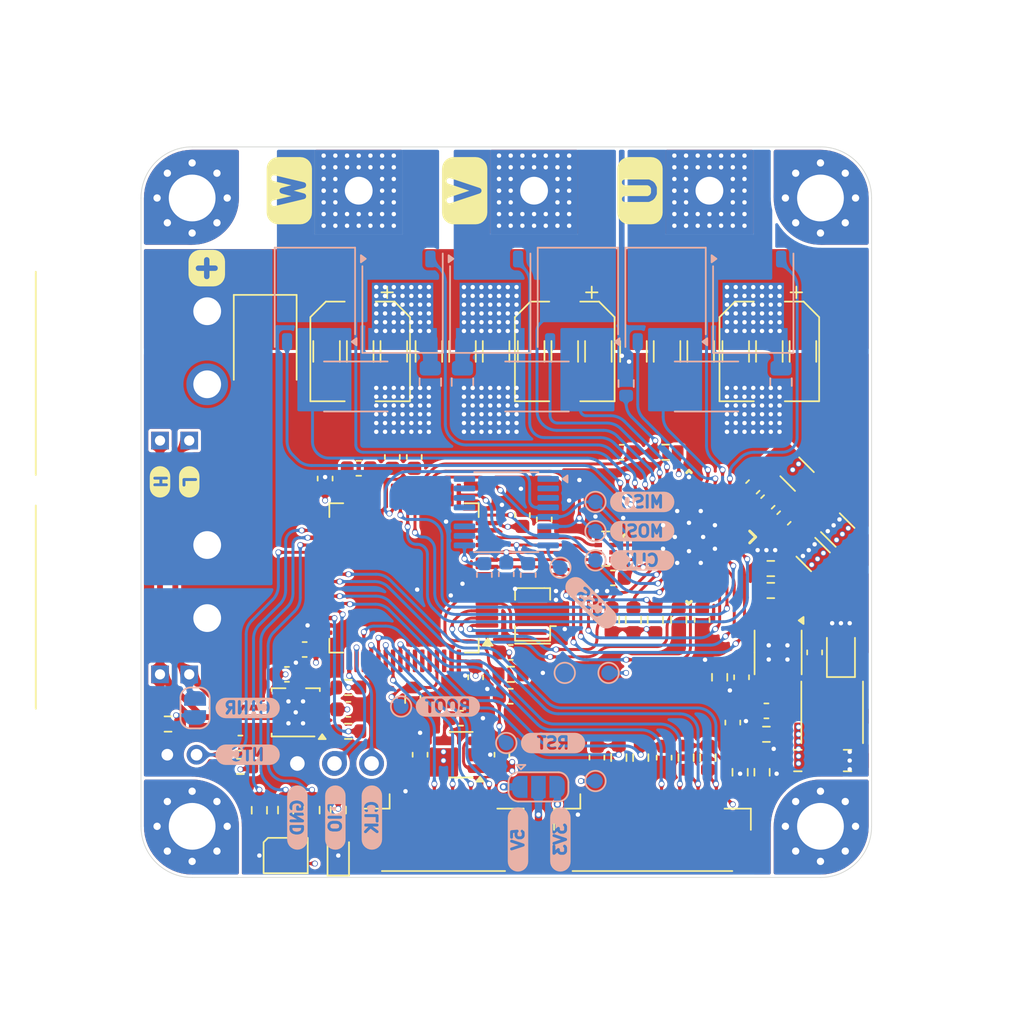
<source format=kicad_pcb>
(kicad_pcb (version 20241229) (generator "pcbnew") (generator_version "9.0")
  (layers (0 "F.Cu" signal) (4 "In1.Cu" signal) (6 "In2.Cu" signal) (2 "B.Cu" signal) (13 "F.Paste" user) (15 "B.Paste" user) (5 "F.SilkS" user "F.Silkscreen") (7 "B.SilkS" user "B.Silkscreen") (1 "F.Mask" user) (3 "B.Mask" user) (25 "Edge.Cuts" user))
  (net 0 "")
  (net 1 "GND")
  (net 2 "VDC")
  (net 3 "+3.3V")
  (net 4 "Reset")
  (net 5 "MOTOR_OUT_1")
  (net 6 "MOTOR_OUT_2")
  (net 7 "+5V")
  (net 8 "MOTOR_OUT_3")
  (net 9 "Net-(D1-A)")
  (net 10 "SWCLK")
  (net 11 "SWDIO")
  (net 12 "CAN_L")
  (net 13 "CAN_H")
  (net 14 "LED1")
  (net 15 "BOOT")
  (net 16 "LED2")
  (net 17 "LED3")
  (net 18 "CANTX")
  (net 19 "H1")
  (net 20 "L1")
  (net 21 "H2")
  (net 22 "L3")
  (net 23 "L2")
  (net 24 "H3")
  (net 25 "Net-(U4-BP)")
  (net 26 "Net-(D6-GK)")
  (net 27 "Net-(JP2-B)")
  (net 28 "Net-(U5-RXD)")
  (net 29 "Net-(U5-TXD)")
  (net 30 "CURR_SENSE_C")
  (net 31 "CURR_SENSE_B")
  (net 32 "CURR_SENSE_A")
  (net 33 "SPA")
  (net 34 "SPC")
  (net 35 "SPB")
  (net 36 "Net-(Q1-G)")
  (net 37 "Net-(Q2-G)")
  (net 38 "Net-(Q3-G)")
  (net 39 "Net-(Q4-G)")
  (net 40 "Net-(Q5-G)")
  (net 41 "Net-(Q6-G)")
  (net 44 "Net-(D6-BK)")
  (net 52 "Net-(D6-RK)")
  (net 53 "Net-(RN2C-R3.2)")
  (net 55 "Net-(U7-SS{slash}TR)")
  (net 56 "Net-(C11-Pad2)")
  (net 57 "Net-(U7-COMP)")
  (net 58 "Net-(U7-BOOT)")
  (net 59 "Net-(U7-EN)")
  (net 60 "Net-(U7-RT{slash}CLK)")
  (net 61 "Net-(U7-VSENSE)")
  (net 62 "Net-(D14-K)")
  (net 63 "DRIVER_FAULT")
  (net 64 "DRIVER_CS")
  (net 65 "Net-(U3-CPH)")
  (net 66 "Net-(U3-CPL)")
  (net 67 "Net-(U3-VCP)")
  (net 68 "Net-(U3-DVDD)")
  (net 69 "DRIVER_EN")
  (net 70 "CANRX")
  (net 72 "Net-(U2-PF0)")
  (net 73 "Net-(U2-PF1)")
  (net 77 "NTC_1")
  (net 81 "ENCODER_CS")
  (net 87 "Net-(RN2D-R4.2)")
  (net 88 "Net-(RN2B-R2.2)")
  (net 90 "ENC_CAL")
  (net 91 "ENCODER1")
  (net 92 "ENCODER2")
  (net 93 "SPI3_CLK")
  (net 94 "SPI3_MOSI")
  (net 95 "SPI3_MISO")
  (net 96 "VREF")
  (net 97 "VBUS")
  (net 98 "SPI3_CSS")
  (net 99 "SPI1_MISO")
  (net 100 "SPI1_MOSI")
  (net 101 "SPI1_CLK")
  (net 102 "I2C_SDA")
  (net 103 "I2C_SCL")
  (net 104 "USART1_RX")
  (net 105 "USART1_TX")
  (net 106 "Net-(J6-Pin_4)")
  (net 107 "Net-(J6-Pin_3)")
  (net 108 "unconnected-(H1-Pad1)")
  (net 109 "unconnected-(H2-Pad1)")
  (net 110 "unconnected-(H3-Pad1)")
  (net 111 "unconnected-(H4-Pad1)")
  (net 112 "NTC_2")
  (net 113 "DRIVER_CAL")
  (footprint "Crystal:Resonator_SMD_Murata_CSTxExxV-3Pin_3.0x1.1mm" (layer "F.Cu") (at 146.8 112 90)
    (property "Reference" "Y1" (hide yes))
    (property "Value" "Resonator" (hide yes))
  )
  (footprint "Capacitor_SMD:C_0603_1608Metric" (layer "F.Cu") (at 151.200001 121.8 -90)
    (property "Reference" "C12" (hide yes))
    (property "Value" "100nF" (hide yes))
  )
  (footprint "Resistor_SMD:R_0603_1608Metric" (layer "F.Cu") (at 156.8 112.375 90)
    (property "Reference" "R25" (hide yes))
    (property "Value" "10K" (hide yes))
  )
  (footprint "Resistor_SMD:R_0603_1608Metric" (layer "F.Cu") (at 158.8 121.8 90)
    (property "Reference" "R28" (hide yes))
    (property "Value" "4.7K" (hide yes))
  )
  (footprint "LOGO" (layer "F.Cu") (at 152.7 118.1)
    (property "Reference" "G***" (hide yes))
    (property "Value" "LOGO" (hide yes))
  )
  (footprint "Resistor_SMD:R_0603_1608Metric" (layer "F.Cu") (at 163.1 110.36)
    (property "Reference" "R2" (hide yes))
    (property "Value" "470K" (hide yes))
  )
  (footprint "Capacitor_SMD:C_0603_1608Metric" (layer "F.Cu") (at 147.6 105.5 -90)
    (property "Reference" "C46" (hide yes))
    (property "Value" "2.2nF" (hide yes))
  )
  (footprint "Resistor_SMD:R_0603_1608Metric" (layer "F.Cu") (at 159.6 116.3 90)
    (property "Reference" "R3" (hide yes))
    (property "Value" "237K" (hide yes))
  )
  (footprint "Inductor_SMD:L_APV_ANR4020" (layer "F.Cu") (at 167.3 118.7 -90)
    (property "Reference" "L2" (hide yes))
    (property "Value" "47uH" (hide yes))
  )
  (footprint "Capacitor_SMD:C_0603_1608Metric" (layer "F.Cu") (at 145.3 117.6 180)
    (property "Reference" "C19" (hide yes))
    (property "Value" "100nF" (hide yes))
  )
  (footprint "Capacitor_SMD:C_1206_3216Metric" (layer "F.Cu") (at 160.699999 94 90)
    (property "Reference" "C54" (hide yes))
    (property "Value" "10uF" (hide yes))
  )
  (footprint "Capacitor_SMD:C_0603_1608Metric" (layer "F.Cu") (at 145.3 114.6)
    (property "Reference" "C26" (hide yes))
    (property "Value" "100nF" (hide yes))
  )
  (footprint "Resistor_SMD:R_0603_1608Metric" (layer "F.Cu") (at 157.3 121.8 90)
    (property "Reference" "R29" (hide yes))
    (property "Value" "4.7K" (hide yes))
  )
  (footprint "Capacitor_SMD:C_0603_1608Metric" (layer "F.Cu") (at 144.7 121.6 90)
    (property "Reference" "C13" (hide yes))
    (property "Value" "10uF" (hide yes))
  )
  (footprint "Resistor_SMD:R_0603_1608Metric" (layer "F.Cu") (at 155.9 100.9)
    (property "Reference" "R10" (hide yes))
    (property "Value" "10K" (hide yes))
  )
  (footprint "Capacitor_SMD:C_1206_3216Metric" (layer "F.Cu") (at 151.3 93.999999 90)
    (property "Reference" "C53" (hide yes))
    (property "Value" "10uF" (hide yes))
  )
  (footprint "XT30PW_2_2_-M.G.B:AMASS_XT30PW_2_2_-M.G.B" (layer "F.Cu") (at 117.2 95.5 -90)
    (property "Reference" "J4" (hide yes))
    (property "Value" "XT30PW_2_2_-M.G.B" (hide yes))
  )
  (footprint "Resistor_SMD:R_0603_1608Metric" (layer "F.Cu") (at 145.3 116.1)
    (property "Reference" "R7" (hide yes))
    (property "Value" "10K" (hide yes))
  )
  (footprint "Capacitor_SMD:C_0603_1608Metric" (layer "F.Cu") (at 164 105.4 -135)
    (property "Reference" "C1" (hide yes))
    (property "Value" "47nF" (hide yes))
  )
  (footprint "Capacitor_SMD:C_1206_3216Metric" (layer "F.Cu") (at 158.3 94.000001 90)
    (property "Reference" "C42" (hide yes))
    (property "Value" "10uF" (hide yes))
  )
  (footprint "Resistor_SMD:R_0603_1608Metric" (layer "F.Cu") (at 155.2 112.375 -90)
    (property "Reference" "R21" (hide yes))
    (property "Value" "10K" (hide yes))
  )
  (footprint "Connector_JST:JST_GH_SM08B-GHS-TB_1x08-1MP_P1.25mm_Horizontal" (layer "F.Cu") (at 155 127)
    (property "Reference" "J6" (hide yes))
    (property "Value" "COMMS" (hide yes))
  )
  (footprint "MountingHole:MountingHole_3.2mm_M3_Pad_Via" (layer "F.Cu") (at 166.5 83.5)
    (property "Reference" "H2" (hide yes))
    (property "Value" "MountingHole_Pad" (hide yes))
  )
  (footprint "Capacitor_SMD:C_1206_3216Metric" (layer "F.Cu") (at 132.699999 94 90)
    (property "Reference" "C48" (hide yes))
    (property "Value" "10uF" (hide yes))
  )
  (footprint "Connector_JST:JST_GH_SM06B-GHS-TB_1x06-1MP_P1.25mm_Horizontal" (layer "F.Cu") (at 140.7 127)
    (property "Reference" "J2" (hide yes))
    (property "Value" "SPI" (hide yes))
  )
  (footprint "Capacitor_SMD:C_0603_1608Metric" (layer "F.Cu") (at 152.3 109.5 180)
    (property "Reference" "C36" (hide yes))
    (property "Value" "100nF" (hide yes))
  )
  (footprint "Resistor_SMD:R_0603_1608Metric" (layer "F.Cu") (at 163.1 108.86 180)
    (property "Reference" "R1" (hide yes))
    (property "Value" "56K" (hide yes))
  )
  (footprint "Capacitor_SMD:C_1206_3216Metric" (layer "F.Cu") (at 167.679379 106.220621 -45)
    (property "Reference" "C2" (hide yes))
    (property "Value" "10uF" (hide yes))
  )
  (footprint "Resistor_SMD:R_Array_Convex_4x0402" (layer "F.Cu") (at 151.8 107.5)
    (property "Reference" "RN2" (hide yes))
    (property "Value" "56R" (hide yes))
  )
  (footprint "Resistor_SMD:R_0603_1608Metric" (layer "F.Cu") (at 152.7 121.8 -90)
    (property "Reference" "R27" (hide yes))
    (property "Value" "47R" (hide yes))
  )
  (footprint "Capacitor_SMD:C_1206_3216Metric" (layer "F.Cu") (at 153.7 94 90)
    (property "Reference" "C34" (hide yes))
    (property "Value" "10uF" (hide yes))
  )
  (footprint "Capacitor_SMD:C_0603_1608Metric" (layer "F.Cu") (at 161.1 116.3 90)
    (property "Reference" "C8" (hide yes))
    (property "Value" "100nF" (hide yes))
  )
  (footprint "Package_TO_SOT_SMD:SOT-23-5" (layer "F.Cu") (at 141.9 121.6 180)
    (property "Reference" "U4" (hide yes))
    (property "Value" "MIC5219-3.3YM5" (hide yes))
  )
  (footprint "Capacitor_SMD:C_0603_1608Metric" (layer "F.Cu") (at 162.8 118.6)
    (property "Reference" "C14" (hide yes))
    (property "Value" "100nF" (hide yes))
  )
  (footprint "Resistor_SMD:R_0603_1608Metric" (layer "F.Cu") (at 133.5 125.3875 -90)
    (property "Reference" "R6" (hide yes))
    (property "Value" "1K" (hide yes))
  )
  (footprint "Capacitor_SMD:C_0603_1608Metric" (layer "F.Cu") (at 132.6 102.7 90)
    (property "Reference" "C23" (hide yes))
    (property "Value" "100nF" (hide yes))
  )
  (footprint "Capacitor_SMD:C_1206_3216Metric" (layer "F.Cu") (at 163 94 90)
    (property "Reference" "C55" (hide yes))
    (property "Value" "10uF" (hide yes))
  )
  (footprint "Resistor_SMD:R_0603_1608Metric" (layer "F.Cu") (at 134.189478 119.997074 180)
    (property "Reference" "R14" (hide yes))
    (property "Value" "47R" (hide yes))
  )
  (footprint "Capacitor_SMD:C_0603_1608Metric" (layer "F.Cu") (at 131.2 114.4 180)
    (property "Reference" "C27" (hide yes))
    (property "Value" "100nF" (hide yes))
  )
  (footprint "Resistor_SMD:R_0603_1608Metric" (layer "F.Cu") (at 121.85 119.5 180)
    (property "Reference" "R19" (hide yes))
    (property "Value" "120R" (hide yes))
  )
  (footprint "Capacitor_SMD:C_0603_1608Metric" (layer "F.Cu") (at 146.1 105.2 90)
    (property "Reference" "C21" (hide yes))
    (property "Value" "100nF" (hide yes))
  )
  (footprint "Diode_SMD:D_0805_2012Metric" (layer "F.Cu") (at 167.9 114.6 90)
    (property "Reference" "D14" (hide yes))
    (property "Value" "B5819WS" (hide yes))
  )
  (footprint "Capacitor_SMD:C_0603_1608Metric" (layer "F.Cu") (at 137.2 101.225 -90)
    (property "Reference" "C9" (hide yes))
    (property "Value" "1uF" (hide yes))
  )
  (footprint "Resistor_SMD:R_0603_1608Metric" (layer "F.Cu") (at 138.6 117.825 90)
    (property "Reference" "R9" (hide yes))
    (property "Value" "10K" (hide yes))
  )
  (footprint "MountingHole:MountingHole_3.2mm_M3_Pad_Via" (layer "F.Cu") (at 123.5 126.5)
    (property "Reference" "H4" (hide yes))
    (property "Value" "MountingHole_Pad" (hide yes))
  )
  (footprint "Capacitor_SMD:CP_Elec_6.3x5.9" (layer "F.Cu") (at 149 94 -90)
    (property "Reference" "C22" (hide yes))
    (property "Value" "47uF" (hide yes))
  )
  (footprint "LED_SMD:LED_Cree-PLCC4_2x2mm_CW" (layer "F.Cu") (at 129.9 128.5)
    (property "Reference" "D6" (hide yes))
    (property "Value" "LED_RBAG" (hide yes))
  )
  (footprint "Inductor_SMD:L_0603_1608Metric" (layer "F.Cu") (at 134.9 102)
    (property "Reference" "FB1" (hide yes))
    (property "Value" "FerriteBead" (hide yes))
  )
  (footprint "Capacitor_SMD:C_0603_1608Metric" (layer "F.Cu") (at 162.9 104.3 -135)
    (property "Reference" "C3" (hide yes))
    (property "Value" "1uF" (hide yes))
  )
  (footprint "Package_SO:HVSSOP-10-1EP_3x3mm_P0.5mm_EP1.57x1.88mm_ThermalVias" (layer "F.Cu") (at 163.6 114.6 -90)
    (property "Reference" "U7" (hide yes))
    (property "Value" "TPS54240DGQ" (hide yes))
  )
  (footprint "Capacitor_SMD:C_0603_1608Metric" (layer "F.Cu") (at 152.9 100.9 180)
    (property "Reference" "C4" (hide yes))
    (property "Value" "100nF" (hide yes))
  )
  (footprint "Capacitor_SMD:C_0603_1608Metric" (layer "F.Cu") (at 166.1 114.6 -90)
    (property "Reference" "C15" (hide yes))
    (property "Value" "100nF" (hide yes))
  )
  (footprint "Resistor_SMD:R_0603_1608Metric" (layer "F.Cu") (at 134.189479 116.997074 180)
    (property "Reference" "R13" (hide yes))
    (property "Value" "47R" (hide yes))
  )
  (footprint "Resistor_SMD:R_0603_1608Metric" (layer "F.Cu") (at 126.8 122.4)
    (property "Reference" "R17" (hide yes))
    (property "Value" "10K" (hide yes))
  )
  (footprint "Capacitor_SMD:C_1206_3216Metric" (layer "F.Cu") (at 142 94 90)
    (property "Reference" "C44" (hide yes))
    (property "Value" "10uF" (hide yes))
  )
  (footprint "Resistor_SMD:R_0603_1608Metric" (layer "F.Cu") (at 128.1 125.399999 -90)
    (property "Reference" "R8" (hide yes))
    (property "Value" "1K" (hide yes))
  )
  (footprint "Resistor_SMD:R_0603_1608Metric" (layer "F.Cu") (at 131.7 125.3875 -90)
    (property "Reference" "R12" (hide yes))
    (property "Value" "1K" (hide yes))
  )
  (footprint "Resistor_SMD:R_0603_1608Metric" (layer "F.Cu") (at 129.9 125.387499 -90)
    (property "Reference" "R11" (hide yes))
    (property "Value" "1K" (hide yes))
  )
  (footprint "Capacitor_SMD:C_0603_1608Metric" (layer "F.Cu") (at 160.5 119.4 -90)
    (property "Reference" "C11" (hide yes))
    (property "Value" "100nF" (hide yes))
  )
  (footprint "LED_SMD:LED_0603_1608Metric" (layer "F.Cu") (at 133.5 128.3875 90)
    (property "Reference" "D1" (hide yes))
    (property "Value" "LED_Small" (hide yes))
  )
  (footprint "Capacitor_SMD:C_0805_2012Metric" (layer "F.Cu") (at 164.949999 122)
    (property "Reference" "C18" (hide yes))
    (property "Value" "22uF" (hide yes))
  )
  (footprint "Diode_SMD:D_SMB" (layer "F.Cu") (at 128.5 93.79197 -90)
    (property "Reference" "D3" (hide yes))
    (property "Value" "D_TVS" (hide yes))
  )
  (footprint "MountingHole:MountingHole_3.2mm_M3_Pad_Via" (layer "F.Cu") (at 123.5 83.5)
    (property "Reference" "H1" (hide yes))
    (property "Value" "MountingHole_Pad" (hide yes))
  )
  (footprint "Capacitor_SMD:C_1206_3216Metric" (layer "F.Cu") (at 139.7 94 90)
    (property "Reference" "C43" (hide yes))
    (property "Value" "10uF" (hide yes))
  )
  (footprint "XT30PW_2_2_-M.G.B:AMASS_XT30PW_2_2_-M.G.B" (layer "F.Cu") (at 117.199999 111.5 -90)
    (property "Reference" "J8" (hide yes))
    (property "Value" "XT30PW_2_2_-M.G.B" (hide yes))
  )
  (footprint "Capacitor_SMD:C_1206_3216Metric" (layer "F.Cu") (at 146.7 93.999999 90)
    (property "Reference" "C51" (hide yes))
    (property "Value" "10uF" (hide yes))
  )
  (footprint "Capacitor_SMD:C_1206_3216Metric" (layer "F.Cu") (at 156 94 90)
    (property "Reference" "C41" (hide yes))
    (property "Value" "10uF" (hide yes))
  )
  (footprint "Capacitor_SMD:C_0603_1608Metric" (layer "F.Cu") (at 138.7 101.225 -90)
    (property "Reference" "C7" (hide yes))
    (property "Value" "100nF" (hide yes))
  )
  (footprint "MountingHole:MountingHole_3.2mm_M3_Pad_Via" (layer "F.Cu") (at 166.5 126.5)
    (property "Reference" "H3" (hide yes))
    (property "Value" "MountingHole_Pad" (hide yes))
  )
  (footprint "Capacitor_SMD:C_0603_1608Metric" (layer "F.Cu") (at 161.868629 103.268629 45)
    (property "Reference" "C32" (hide yes))
    (property "Value" "100nF" (hide yes))
  )
  (footprint "Capacitor_SMD:C_0603_1608Metric" (layer "F.Cu") (at 129.989478 116.1)
    (property "Reference" "C28" (hide yes))
    (property "Value" "100nF" (hide yes))
  )
  (footprint "Capacitor_SMD:C_1206_3216Metric" (layer "F.Cu") (at 137.300001 94 90)
    (property "Reference" "C50" (hide yes))
    (property "Value" "10uF" (hide yes))
  )
  (footprint "Capacitor_SMD:C_0603_1608Metric" (layer "F.Cu") (at 126.8 120.8)
    (property "Reference" "C6" (hide yes))
    (property "Value" "100nF" (hide yes))
  )
  (footprint "Capacitor_SMD:C_0603_1608Metric" (layer "F.Cu") (at 142.9 116.3 -90)
    (property "Reference" "C24" (hide yes))
    (property "Value" "100nF" (hide yes))
  )
  (footprint "Capacitor_SMD:C_0603_1608Metric" (layer "F.Cu") (at 134.189479 118.497074)
    (property "Reference" "C31" (hide yes))
    (property "Value" "100nF" (hide yes))
  )
  (footprint "Capacitor_SMD:C_1206_3216Metric" (layer "F.Cu") (at 149 94 90)
    (property "Reference" "C52" (hide yes))
    (property "Value" "10uF" (hide yes))
  )
  (footprint "Resistor_SMD:R_0603_1608Metric" (layer "F.Cu") (at 161 122.8 90)
    (property "Reference" "R5" (hide yes))
    (property "Value" "10K" (hide yes))
  )
  (footprint "Package_SON:Texas_S-PVSON-N8_ThermalVias" (layer "F.Cu") (at 130.589478 118.7 180)
    (property "Reference" "U5" (hide yes))
    (property "Value" "TCAN1044V" (hide yes))
  )
  (footprint "Capacitor_SMD:C_1206_3216Metric" (layer "F.Cu") (at 166 107.9 -45)
    (property "Reference" "C5" (hide yes))
    (property "Value" "10uF" (hide yes))
  )
  (footprint "Capacitor_SMD:C_0603_1608Metric" (layer "F.Cu") (at 139.1 121.6 90)
    (property "Reference" "C17" (hide yes))
    (property "Value" "10uF" (hide yes))
  )
  (footprint "Capacitor_SMD:C_0603_1608Metric" (layer "F.Cu") (at 141.9 119.1)
    (property "Reference" "C16" (hide yes))
    (property "Value" "470pF" (hide yes))
  )
  (footprint "Resistor_SMD:R_0603_1608Metric" (layer "F.Cu") (at 152.2 112.375 -90)
    (property "Reference" "R18" (hide yes))
    (property "Value" "10K" (hide yes))
  )
  (footprint "Capacitor_SMD:C_1206_3216Metric" (layer "F.Cu") (at 144.3 94 90)
    (property "Reference" "C45" (hide yes))
    (property "Value" "10uF" (hide yes))
  )
  (footprint "Package_QFP:LQFP-64_10x10mm_P0.5mm" (layer "F.Cu") (at 138 109.5 180)
    (property "Reference" "U2" (hide yes))
    (property "Value" "STM32G431RBTx" (hide yes))
  )
  (footprint "Capacitor_SMD:C_0805_2012Metric" (layer "F.Cu") (at 168.349999 122 180)
    (property "Reference" "C30" (hide yes))
    (property "Value" "22uF" (hide yes))
  )
  (footprint "Capacitor_SMD:C_0603_1608Metric" (layer "F.Cu") (at 155.8 121.8 -90)
    (property "Reference" "C20" (hide yes))
    (property "Value" "100nF" (hide yes))
  )
  (footprint "Resistor_SMD:R_0603_1608Metric" (layer "F.Cu") (at 162.5 122.8 -90)
    (property "Reference" "R4" (hide yes))
    (property "Value" "52.3K" (hide yes))
  )
  (footprint "Capacitor_SMD:CP_Elec_6.3x5.9" (layer "F.Cu") (at 163 94 -90)
    (property "Reference" "C25" (hide yes))
    (property "Value" "47uF" (hide yes))
  )
  (footprint "Capacitor_SMD:C_1206_3216Metric" (layer "F.Cu") (at 165.300001 94 90)
    (property "Reference" "C56" (hide yes))
    (property "Value" "10uF" (hide yes))
  )
  (footprint "Resistor_SMD:R_0603_1608Metric" (layer "F.Cu") (at 154.2 121.8 -90)
    (property "Reference" "R16" (hide yes))
    (property "Value" "47R" (hide yes))
  )
  (footprint "Capacitor_SMD:C_1206_3216Metric" (layer "F.Cu") (at 135 94 90)
    (property "Reference" "C49" (hide yes))
    (property "Value" "10uF" (hide yes))
  )
  (footprint "DRV8323SRTAT:RTA0040B" (layer "F.Cu") (at 157.501414 106.698586 -135)
    (property "Reference" "U3" (hide yes))
    (property "Value" "DRV8323SRTAT" (hide yes))
  )
  (footprint "Resistor_SMD:R_0603_1608Metric" (layer "F.Cu") (at 162.8 120.2)
    (property "Reference" "R15" (hide yes))
    (property "Value" "1K" (hide yes))
  )
  (footprint "Capacitor_SMD:C_1206_3216Metric" (layer "F.Cu") (at 164.9 102.4 135)
    (property "Reference" "C33" (hide yes))
    (property "Value" "10uF" (hide yes))
  )
  (footprint "Capacitor_SMD:C_0603_1608Metric" (layer "F.Cu") (at 158.4 112.375 -90)
    (property "Reference" "C29" (hide yes))
    (property "Value" "1uF" (hide yes))
  )
  (footprint "Capacitor_SMD:CP_Elec_6.3x5.9" (layer "F.Cu") (at 135 94 -90)
    (property "Reference" "C40" (hide yes))
    (property "Value" "47uF" (hide yes))
  )
  (footprint "Resistor_SMD:R_0603_1608Metric" (layer "F.Cu") (at 153.7 112.375 -90)
    (property "Reference" "R20" (hide yes))
    (property "Value" "10K" (hide yes))
  )
  (footprint "Package_DFN_QFN:PQFN-8-EP_6x5mm_P1.27mm_Generic" (layer "B.Cu") (at 149.9 90.6 90)
    (property "Reference" "Q6" (hide yes))
    (property "Value" "DON50N04" (hide yes))
  )
  (footprint "Capacitor_SMD:C_0805_2012Metric" (layer "B.Cu") (at 142 96.1 90)
    (property "Reference" "C38" (hide yes))
    (property "Value" "22uF" (hide yes))
  )
  (footprint "TestPoint:TestPoint_Pad_D1.0mm" (layer "B.Cu") (at 152 116 90)
    (property "Reference" "TP3" (hide yes))
    (property "Value" "TestPoint" (hide yes))
  )
  (footprint "Capacitor_SMD:C_0603_1608Metric" (layer "B.Cu") (at 146.5 109.3 90)
    (property "Reference" "C35" (hide yes))
    (property "Value" "2.2nF" (hide yes))
  )
  (footprint "Resistor_SMD:R_2512_6332Metric" (layer "B.Cu") (at 147.1 96.4 180)
    (property "Reference" "R22" (hide yes))
    (property "Value" "2mR" (hide yes))
  )
  (footprint "Capacitor_SMD:C_0805_2012Metric" (layer "B.Cu") (at 163.8 96.1 90)
    (property "Reference" "C39" (hide yes))
    (property "Value" "22uF" (hide yes))
  )
  (footprint "Capacitor_SMD:C_0805_2012Metric" (layer "B.Cu") (at 139.8 96.099 90)
    (property "Reference" "C37" (hide yes))
    (property "Value" "22uF" (hide yes))
  )
  (footprint "Package_DFN_QFN:PQFN-8-EP_6x5mm_P1.27mm_Generic" (layer "B.Cu") (at 161.9 90.4 -90)
    (property "Reference" "Q1" (hide yes))
    (property "Value" "DON50N04" (hide yes))
  )
  (footprint "TestPoint:TestPoint_Pad_D1.0mm" (layer "B.Cu") (at 151.1 106.3)
    (property "Reference" "TP6" (hide yes))
    (property "Value" "TestPoint" (hide yes))
  )
  (footprint "Package_DFN_QFN:PQFN-8-EP_6x5mm_P1.27mm_Generic" (layer "B.Cu") (at 143.9 90.4 -90)
    (property "Reference" "Q5" (hide yes))
    (property "Value" "DON50N04" (hide yes))
  )
  (footprint "Resistor_SMD:R_0603_1608Metric" (layer "B.Cu") (at 153.2 96.2 90)
    (property "Reference" "TH1" (hide yes))
    (property "Value" "Thermistor_NTC" (hide yes))
  )
  (footprint "Resistor_SMD:R_2512_6332Metric" (layer "B.Cu") (at 134.7 96.399)
    (property "Reference" "R24" (hide yes))
    (property "Value" "2mR" (hide yes))
  )
  (footprint "Connector_PinHeader_2.00mm:PinHeader_1x02_P2.00mm_Vertical" (layer "B.Cu") (at 121.799999 121.6 -90)
    (property "Reference" "J3" (hide yes))
    (property "Value" "Conn_01x02" (hide yes))
  )
  (footprint "TestPoint:TestPoint_Pad_D1.0mm" (layer "B.Cu") (at 149 116)
    (property "Reference" "TP4" (hide yes))
    (property "Value" "TestPoint" (hide yes))
  )
  (footprint "Package_SO:TSSOP-16_4.4x5mm_P0.65mm" (layer "B.Cu") (at 145 105 180)
    (property "Reference" "U1" (hide yes))
    (property "Value" "MT6826SGT" (hide yes))
  )
  (footprint "TestPoint:TestPoint_Pad_D1.0mm" (layer "B.Cu") (at 151.1 104.3)
    (property "Reference" "TP7" (hide yes))
    (property "Value" "TestPoint" (hide yes))
  )
  (footprint "Capacitor_SMD:C_0603_1608Metric" (layer "B.Cu") (at 145 109.25 90)
    (property "Reference" "C47" (hide yes))
    (property "Value" "2.2nF" (hide yes))
  )
  (footprint "Jumper:SolderJumper-2_P1.3mm_Open_RoundedPad1.0x1.5mm" (layer "B.Cu") (at 123.7 118.4 -90)
    (property "Reference" "JP2" (hide yes))
    (property "Value" "Jumper_2_Open" (hide yes))
  )
  (footprint "TestPoint:TestPoint_Pad_D1.0mm" (layer "B.Cu") (at 145 120.8)
    (property "Reference" "TP2" (hide yes))
    (property "Value" "TestPoint" (hide yes))
  )
  (footprint "Package_DFN_QFN:PQFN-8-EP_6x5mm_P1.27mm_Generic" (layer "B.Cu") (at 155.9 90.6 90)
    (property "Reference" "Q2" (hide yes))
    (property "Value" "DON50N04" (hide yes))
  )
  (footprint "Resistor_SMD:R_2512_6332Metric" (layer "B.Cu") (at 158.7 96.4)
    (property "Reference" "R23" (hide yes))
    (property "Value" "2mR" (hide yes))
  )
  (footprint "Package_DFN_QFN:PQFN-8-EP_6x5mm_P1.27mm_Generic" (layer "B.Cu") (at 131.9 90.599 90)
    (property "Reference" "Q4" (hide yes))
    (property "Value" "NMOS-8PINS" (hide yes))
  )
  (footprint "TestPoint:TestPoint_Pad_D1.0mm" (layer "B.Cu") (at 151.1 108.3)
    (property "Reference" "TP8" (hide yes))
    (property "Value" "TestPoint" (hide yes))
  )
  (footprint "TestPoint:TestPoint_Pad_D1.0mm" (layer "B.Cu") (at 137.8 118.300707)
    (property "Reference" "TP1" (hide yes))
    (property "Value" "TestPoint" (hide yes))
  )
  (footprint "Connector_PinHeader_2.54mm:PinHeader_1x03_P2.54mm_Vertical" (layer "B.Cu") (at 130.7 122.2 -90)
    (property "Reference" "J1" (hide yes))
    (property "Value" "SWD" (hide yes))
  )
  (footprint "Capacitor_SMD:C_0603_1608Metric" (layer "B.Cu") (at 143.5 109.3 -90)
    (property "Reference" "C10" (hide yes))
    (property "Value" "100nF" (hide yes))
  )
  (footprint "TestPoint:TestPoint_Pad_D1.0mm" (layer "B.Cu") (at 148.7 108.8)
    (property "Reference" "TP9" (hide yes))
    (property "Value" "TestPoint" (hide yes))
  )
  (footprint "TestPoint:TestPoint_Pad_D1.0mm" (layer "B.Cu") (at 151.1 123.4 -135)
    (property "Reference" "TP5" (hide yes))
    (property "Value" "TestPoint" (hide yes))
  )
  (footprint "Package_DFN_QFN:PQFN-8-EP_6x5mm_P1.27mm_Generic" (layer "B.Cu") (at 137.9 90.399 -90)
    (property "Reference" "Q3" (hide yes))
    (property "Value" "DON50N04" (hide yes))
  )
  (footprint "Jumper:SolderJumper-3_P1.3mm_Open_RoundedPad1.0x1.5mm" (layer "B.Cu") (at 147.2 123.8)
    (property "Reference" "JP1" (hide yes))
    (property "Value" "Jumper_3_Open" (hide yes))
  )
  (gr_arc (start 123.5 130) (mid 121.025126 128.974874) (end 120 126.5) (stroke (width 0.05)) (layer "Edge.Cuts"))
  (gr_arc (start 120 83.5) (mid 121.025126 81.025126) (end 123.5 80) (stroke (width 0.05)) (layer "Edge.Cuts"))
  (gr_line (start 123.5 80) (end 166.5 80) (stroke (width 0.05)) (layer "Edge.Cuts"))
  (gr_line (start 120 126.5) (end 120 83.5) (stroke (width 0.05)) (layer "Edge.Cuts"))
  (gr_line (start 166.5 130) (end 123.5 130) (stroke (width 0.05)) (layer "Edge.Cuts"))
  (gr_arc (start 170 126.5) (mid 168.974874 128.974874) (end 166.5 130) (stroke (width 0.05)) (layer "Edge.Cuts"))
  (gr_line (start 170 83.5) (end 170 126.5) (stroke (width 0.05)) (layer "Edge.Cuts"))
  (gr_arc (start 166.5 80) (mid 168.974874 81.025126) (end 170 83.5) (stroke (width 0.05)) (layer "Edge.Cuts"))
  (gr_text "U" (at 154.2 83 90) (layer "F.SilkS" knockout) (effects (font (size 2 2) (thickness 0.4) (bold yes))))
  (gr_text "W" (at 130.2 83 90) (layer "F.SilkS" knockout) (effects (font (size 2 2) (thickness 0.4) (bold yes))))
  (gr_text "L" (at 123.3 102.9 270) (layer "F.SilkS" knockout) (effects (font (size 0.8 0.8) (thickness 0.2) (bold yes))))
  (gr_text "+" (at 124.5 88.2 0) (layer "F.SilkS" knockout) (effects (font (size 1.5 1.5) (thickness 0.375) (bold yes))))
  (gr_text "H" (at 121.3 102.9 270) (layer "F.SilkS" knockout) (effects (font (size 0.8 0.8) (thickness 0.2) (bold yes))))
  (gr_text "V" (at 142.2 83 90) (layer "F.SilkS" knockout) (effects (font (size 2 2) (thickness 0.4) (bold yes))))
  (gr_text "CLK" (at 135.8 125.9 90) (layer "B.SilkS" knockout) (effects (font (size 0.8 0.8) (thickness 0.2) (bold yes)) (justify mirror)))
  (gr_text "BOOT" (at 141 118.3 0) (layer "B.SilkS" knockout) (effects (font (size 0.8 0.8) (thickness 0.2) (bold yes)) (justify mirror)))
  (gr_text "GND" (at 130.7 125.9 90) (layer "B.SilkS" knockout) (effects (font (size 0.8 0.8) (thickness 0.2) (bold yes)) (justify mirror)))
  (gr_text "MOSI" (at 154.3 106.3 0) (layer "B.SilkS" knockout) (effects (font (size 0.8 0.8) (thickness 0.2) (bold yes)) (justify mirror)))
  (gr_text "3V3" (at 148.7 127.4 90) (layer "B.SilkS" knockout) (effects (font (size 0.8 0.8) (thickness 0.2) (bold yes)) (justify mirror)))
  (gr_text "CLK" (at 154.3 108.3 0) (layer "B.SilkS" knockout) (effects (font (size 0.8 0.8) (thickness 0.2) (bold yes)) (justify mirror)))
  (gr_text "DIO" (at 133.3 125.9 90) (layer "B.SilkS" knockout) (effects (font (size 0.8 0.8) (thickness 0.2) (bold yes)) (justify mirror)))
  (gr_text "RST" (at 148.2 120.8 0) (layer "B.SilkS" knockout) (effects (font (size 0.8 0.8) (thickness 0.2) (bold yes)) (justify mirror)))
  (gr_text "CANR" (at 127.3 118.4 0) (layer "B.SilkS" knockout) (effects (font (size 0.8 0.8) (thickness 0.2) (bold yes)) (justify mirror)))
  (gr_text "5V" (at 145.8 127.4 90) (layer "B.SilkS" knockout) (effects (font (size 0.8 0.8) (thickness 0.2) (bold yes)) (justify mirror)))
  (gr_text "NTC" (at 127.3 121.6 0) (layer "B.SilkS" knockout) (effects (font (size 0.8 0.8) (thickness 0.2) (bold yes)) (justify mirror)))
  (gr_text "CSS" (at 150.8 111.2 315) (layer "B.SilkS" knockout) (effects (font (size 0.8 0.8) (thickness 0.2) (bold yes)) (justify mirror)))
  (gr_text "MISO" (at 154.3 104.3 0) (layer "B.SilkS" knockout) (effects (font (size 0.8 0.8) (thickness 0.2) (bold yes)) (justify mirror)))
  (segment (start 131.4 112.75) (end 132.325 112.75) (width 0.2) (layer "F.Cu") (net 1))
  (via (at 162.5 98.9) (size 0.4) (drill 0.3) (layers "F.Cu" "B.Cu") (net 1))
  (via (at 163.1 98.9) (size 0.4) (drill 0.3) (layers "F.Cu" "B.Cu") (net 1))
  (via (at 136.1 98.3) (size 0.4) (drill 0.3) (layers "F.Cu" "B.Cu") (net 1))
  (via (at 139.1 98.3) (size 0.4) (drill 0.3) (layers "F.Cu" "B.Cu") (net 1))
  (via (at 163.1 97.7) (size 0.4) (drill 0.3) (layers "F.Cu" "B.Cu") (net 1))
  (via (at 165.3 108) (size 0.4) (drill 0.3) (layers "F.Cu" "B.Cu") (net 1))
  (via (at 163.7 97.7) (size 0.4) (drill 0.3) (layers "F.Cu" "B.Cu") (net 1))
  (via (at 142.7 98.9) (size 0.4) (drill 0.3) (layers "F.Cu" "B.Cu") (net 1))
  (via (at 149 113) (size 0.4) (drill 0.3) (layers "F.Cu" "B.Cu") (net 1))
  (via (at 136.1 98.9) (size 0.4) (drill 0.3) (layers "F.Cu" "B.Cu") (net 1))
  (via (at 151.2 110.4) (size 0.4) (drill 0.3) (layers "F.Cu" "B.Cu") (net 1))
  (via (at 137.3 99.5) (size 0.4) (drill 0.3) (layers "F.Cu" "B.Cu") (net 1))
  (via (at 132.6 102.6) (size 0.4) (drill 0.3) (layers "F.Cu" "B.Cu") (net 1))
  (via (at 137.9 97.1) (size 0.4) (drill 0.3) (layers "F.Cu" "B.Cu") (net 1))
  (via (at 167.9 112.6) (size 0.4) (drill 0.3) (layers "F.Cu" "B.Cu") (net 1))
  (via (at 136.1 97.7) (size 0.4) (drill 0.3) (layers "F.Cu" "B.Cu") (net 1))
  (via (at 144.5 98.3) (size 0.4) (drill 0.3) (layers "F.Cu" "B.Cu") (net 1))
  (via (at 146 103.4) (size 0.4) (drill 0.3) (layers "F.Cu" "B.Cu") (net 1))
  (via (at 137.9 96.5) (size 0.4) (drill 0.3) (layers "F.Cu" "B.Cu") (net 1))
  (via (at 144.5 97.7) (size 0.4) (drill 0.3) (layers "F.Cu" "B.Cu") (net 1))
  (via (at 142.1 97.7) (size 0.4) (drill 0.3) (layers "F.Cu" "B.Cu") (net 1))
  (via (at 168.5 122) (size 0.4) (drill 0.3) (layers "F.Cu" "B.Cu") (net 1))
  (via (at 161.3 99.5) (size 0.4) (drill 0.3) (layers "F.Cu" "B.Cu") (net 1))
  (via (at 139.1 99.5) (size 0.4) (drill 0.3) (layers "F.Cu" "B.Cu") (net 1))
  (via (at 139.1 96.5) (size 0.4) (drill 0.3) (layers "F.Cu" "B.Cu") (net 1))
  (via (at 161.4 119.3) (size 0.4) (drill 0.3) (layers "F.Cu" "B.Cu") (net 1))
  (via (at 163.7 96.5) (size 0.4) (drill 0.3) (layers "F.Cu" "B.Cu") (net 1))
  (via (at 145.7 98.3) (size 0.4) (drill 0.3) (layers "F.Cu" "B.Cu") (net 1))
  (via (at 138.5 99.5) (size 0.4) (drill 0.3) (layers "F.Cu" "B.Cu") (net 1))
  (via (at 133.5 128.5) (size 0.4) (drill 0.3) (layers "F.Cu" "B.Cu") (net 1))
  (via (at 136.7 98.3) (size 0.4) (drill 0.3) (layers "F.Cu" "B.Cu") (net 1))
  (via (at 145.1 98.9) (size 0.4) (drill 0.3) (layers "F.Cu" "B.Cu") (net 1))
  (via (at 137.9 98.9) (size 0.4) (drill 0.3) (layers "F.Cu" "B.Cu") (net 1))
  (via (at 162.5 96.5) (size 0.4) (drill 0.3) (layers "F.Cu" "B.Cu") (net 1))
  (via (at 160.1 98.9) (size 0.4) (drill 0.3) (layers "F.Cu" "B.Cu") (net 1))
  (via (at 145.7 98.9) (size 0.4) (drill 0.3) (layers "F.Cu" "B.Cu") (net 1))
  (via (at 136.7 96.5) (size 0.4) (drill 0.3) (layers "F.Cu" "B.Cu") (net 1))
  (via (at 145.7 97.7) (size 0.4) (drill 0.3) (layers "F.Cu" "B.Cu") (net 1))
  (via (at 136.1 96.5) (size 0.4) (drill 0.3) (layers "F.Cu" "B.Cu") (net 1))
  (via (at 153.4 94.7) (size 0.4) (drill 0.3) (layers "F.Cu" "B.Cu") (net 1))
  (via (at 143.9 121.6) (size 0.4) (drill 0.3) (layers "F.Cu" "B.Cu") (net 1))
  (via (at 144.5 97.1) (size 0.4) (drill 0.3) (layers "F.Cu" "B.Cu") (net 1))
  (via (at 138.5 96.5) (size 0.4) (drill 0.3) (layers "F.Cu" "B.Cu") (net 1))
  (via (at 160.1 97.1) (size 0.4) (drill 0.3) (layers "F.Cu" "B.Cu") (net 1))
  (via (at 143.3 99.5) (size 0.4) (drill 0.3) (layers "F.Cu" "B.Cu") (net 1))
  (via (at 138.9 110.3) (size 0.4) (drill 0.3) (layers "F.Cu" "B.Cu") (net 1))
  (via (at 161.3 97.1) (size 0.4) (drill 0.3) (layers "F.Cu" "B.Cu") (net 1))
  (via (at 142.7 98.3) (size 0.4) (drill 0.3) (layers "F.Cu" "B.Cu") (net 1))
  (via (at 136.1 97.1) (size 0.4) (drill 0.3) (layers "F.Cu" "B.Cu") (net 1))
  (via (at 139.7 96.5) (size 0.4) (drill 0.3) (layers "F.Cu" "B.Cu") (net 1))
  (via (at 162.5 97.7) (size 0.4) (drill 0.3) (layers "F.Cu" "B.Cu") (net 1))
  (via (at 161.9 97.1) (size 0.4) (drill 0.3) (layers "F.Cu" "B.Cu") (net 1))
  (via (at 139.7 97.7) (size 0.4) (drill 0.3) (layers "F.Cu" "B.Cu") (net 1))
  (via (at 142 109.9) (size 0.4) (drill 0.3) (layers "F.Cu" "B.Cu") (net 1))
  (via (at 163.1 99.5) (size 0.4) (drill 0.3) (layers "F.Cu" "B.Cu") (net 1))
  (via (at 167.8 105.5) (size 0.4) (drill 0.3) (layers "F.Cu" "B.Cu") (net 1))
  (via (at 143.4 119.1) (size 0.4) (drill 0.3) (layers "F.Cu" "B.Cu") (net 1))
  (via (at 144.5 98.9) (size 0.4) (drill 0.3) (layers "F.Cu" "B.Cu") (net 1))
  (via (at 145.1 99.5) (size 0.4) (drill 0.3) (layers "F.Cu" "B.Cu") (net 1))
  (via (at 145.7 97.1) (size 0.4) (drill 0.3) (layers "F.Cu" "B.Cu") (net 1))
  (via (at 152.906879 94.3) (size 0.4) (drill 0.3) (layers "F.Cu" "B.Cu") (net 1))
  (via (at 161.9 99.5) (size 0.4) (drill 0.3) (layers "F.Cu" "B.Cu") (net 1))
  (via (at 160.3 117.2) (size 0.4) (drill 0.3) (layers "F.Cu" "B.Cu") (net 1))
  (via (at 138.5 97.7) (size 0.4) (drill 0.3) (layers "F.Cu" "B.Cu") (net 1))
  (via (at 145.6 110.25) (size 0.4) (drill 0.3) (layers "F.Cu" "B.Cu") (net 1))
  (via (at 161.3 98.9) (size 0.4) (drill 0.3) (layers "F.Cu" "B.Cu") (net 1))
  (via (at 143.9 99.5) (size 0.4) (drill 0.3) (layers "F.Cu" "B.Cu") (net 1))
  (via (at 145.1 97.7) (size 0.4) (drill 0.3) (layers "F.Cu" "B.Cu") (net 1))
  (via (at 140.876393 105.647214) (size 0.4) (drill 0.3) (layers "F.Cu" "B.Cu") (net 1))
  (via (at 168.5 122.6) (size 0.4) (drill 0.3) (layers "F.Cu" "B.Cu") (net 1))
  (via (at 136.7 97.1) (size 0.4) (drill 0.3) (layers "F.Cu" "B.Cu") (net 1))
  (via (at 162.8 107.6) (size 0.4) (drill 0.3) (layers "F.Cu" "B.Cu") (net 1))
  (via (at 141.2 110.7) (size 0.4) (drill 0.3) (layers "F.Cu" "B.Cu") (net 1))
  (via (at 153 105.4) (size 0.4) (drill 0.3) (layers "F.Cu" "B.Cu") (net 1))
  (via (at 143.9 98.9) (size 0.4) (drill 0.3) (layers "F.Cu" "B.Cu") (net 1))
  (via (at 143.9 98.3) (size 0.4) (drill 0.3) (layers "F.Cu" "B.Cu") (net 1))
  (via (at 168.5 112.6) (size 0.4) (drill 0.3) (layers "F.Cu" "B.Cu") (net 1))
  (via (at 148.4 110.4) (size 0.4) (drill 0.3) (layers "F.Cu" "B.Cu") (net 1))
  (via (at 162.5 98.3) (size 0.4) (drill 0.3) (layers "F.Cu" "B.Cu") (net 1))
  (via (at 145.1 98.3) (size 0.4) (drill 0.3) (layers "F.Cu" "B.Cu") (net 1))
  (via (at 136.7 97.7) (size 0.4) (drill 0.3) (layers "F.Cu" "B.Cu") (net 1))
  (via (at 138.1 124.1) (size 0.4) (drill 0.3) (layers "F.Cu" "B.Cu") (net 1))
  (via (at 138.5 98.9) (size 0.4) (drill 0.3) (layers "F.Cu" "B.Cu") (net 1))
  (via (at 160.7 96.5) (size 0.4) (drill 0.3) (layers "F.Cu" "B.Cu") (net 1))
  (via (at 160.7 98.9) (size 0.4) (drill 0.3) (layers "F.Cu" "B.Cu") (net 1))
  (via (at 148.4 111) (size 0.4) (drill 0.3) (layers "F.Cu" "B.Cu") (net 1))
  (via (at 137.3 98.9) (size 0.4) (drill 0.3) (layers "F.Cu" "B.Cu") (net 1))
  (via (at 142.1 98.9) (size 0.4) (drill 0.3) (layers "F.Cu" "B.Cu") (net 1))
  (via (at 143.9 97.7) (size 0.4) (drill 0.3) (layers "F.Cu" "B.Cu") (net 1))
  (via (at 145.7 96.5) (size 0.4) (drill 0.3) (layers "F.Cu" "B.Cu") (net 1))
  (via (at 142.1 96.5) (size 0.4) (drill 0.3) (layers "F.Cu" "B.Cu") (net 1))
  (via (at 139.7 98.9) (size 0.4) (drill 0.3) (layers "F.Cu" "B.Cu") (net 1))
  (via (at 163.4 107.6) (size 0.4) (drill 0.3) (layers "F.Cu" "B.Cu") (net 1))
  (via (at 160.1 97.7) (size 0.4) (drill 0.3) (layers "F.Cu" "B.Cu") (net 1))
  (via (at 149.9 125.7) (size 0.4) (drill 0.3) (layers "F.Cu" "B.Cu") (net 1))
  (via (at 161.9 98.9) (size 0.4) (drill 0.3) (layers "F.Cu" "B.Cu") (net 1))
  (via (at 143.7 117.1) (size 0.4) (drill 0.3) (layers "F.Cu" "B.Cu") (net 1))
  (via (at 142.1 98.3) (size 0.4) (drill 0.3) (layers "F.Cu" "B.Cu") (net 1))
  (via (at 130.6 115.3) (size 0.4) (drill 0.3) (layers "F.Cu" "B.Cu") (net 1))
  (via (at 136.1 99.5) (size 0.4) (drill 0.3) (layers "F.Cu" "B.Cu") (net 1))
  (via (at 143.3 97.1) (size 0.4) (drill 0.3) (layers "F.Cu" "B.Cu") (net 1))
  (via (at 161.9 96.5) (size 0.4) (drill 0.3) (layers "F.Cu" "B.Cu") (net 1))
  (via (at 163.7 99.5) (size 0.4) (drill 0.3) (layers "F.Cu" "B.Cu") (net 1))
  (via (at 147.5 116) (size 0.4) (drill 0.3) (layers "F.Cu" "B.Cu") (net 1))
  (via (at 145.1 96.5) (size 0.4) (drill 0.3) (layers "F.Cu" "B.Cu") (net 1))
  (via (at 143.9 96.5) (size 0.4) (drill 0.3) (layers "F.Cu" "B.Cu") (net 1))
  (via (at 145.1 97.1) (size 0.4) (drill 0.3) (layers "F.Cu" "B.Cu") (net 1))
  (via (at 167 106.3) (size 0.4) (drill 0.3) (layers "F.Cu" "B.Cu") (net 1))
  (via (at 160.7 97.7) (size 0.4) (drill 0.3) (layers "F.Cu" "B.Cu") (net 1))
  (via (at 142.1 97.1) (size 0.4) (drill 0.3) (layers "F.Cu" "B.Cu") (net 1))
  (via (at 144.5 99.5) (size 0.4) (drill 0.3) (layers "F.Cu" "B.Cu") (net 1))
  (via (at 163.1 98.3) (size 0.4) (drill 0.3) (layers "F.Cu" "B.Cu") (net 1))
  (via (at 162.5 97.1) (size 0.4) (drill 0.3) (layers "F.Cu" "B.Cu") (net 1))
  (via (at 142.18657 116.184896) (size 0.4) (drill 0.3) (layers "F.Cu" "B.Cu") (net 1))
  (via (at 142.7 97.7) (size 0.4) (drill 0.3) (layers "F.Cu" "B.Cu") (net 1))
  (via (at 137.3 98.3) (size 0.4) (drill 0.3) (layers "F.Cu" "B.Cu") (net 1))
  (via (at 138.5 98.3) (size 0.4) (drill 0.3) (layers "F.Cu" "B.Cu") (net 1))
  (via (at 139.7 97.1) (size 0.4) (drill 0.3) (layers "F.Cu" "B.Cu") (net 1))
  (via (at 163.1 97.1) (size 0.4) (drill 0.3) (layers "F.Cu" "B.Cu") (net 1))
  (via (at 143.3 97.7) (size 0.4) (drill 0.3) (layers "F.Cu" "B.Cu") (net 1))
  (via (at 139.1 97.7) (size 0.4) (drill 0.3) (layers "F.Cu" "B.Cu") (net 1))
  (via (at 163.7 98.3) (size 0.4) (drill 0.3) (layers "F.Cu" "B.Cu") (net 1))
  (via (at 137.3 96.5) (size 0.4) (drill 0.3) (layers "F.Cu" "B.Cu") (net 1))
  (via (at 163.7 97.1) (size 0.4) (drill 0.3) (layers "F.Cu" "B.Cu") (net 1))
  (via (at 137.3 97.1) (size 0.4) (drill 0.3) (layers "F.Cu" "B.Cu") (net 1))
  (via (at 144.7 104.5) (size 0.4) (drill 0.3) (layers "F.Cu" "B.Cu") (net 1))
  (via (at 144.5 96.5) (size 0.4) (drill 0.3) (layers "F.Cu" "B.Cu") (net 1))
  (via (at 137.9 98.3) (size 0.4) (drill 0.3) (layers "F.Cu" "B.Cu") (net 1))
  (via (at 151.1 105.3) (size 0.4) (drill 0.3) (layers "F.Cu" "B.Cu") (net 1))
  (via (at 137.3 97.7) (size 0.4) (drill 0.3) (layers "F.Cu" "B.Cu") (net 1))
  (via (at 157.5 102.6) (size 0.4) (drill 0.3) (layers "F.Cu" "B.Cu") (net 1))
  (via (at 160.7 99.5) (size 0.4) (drill 0.3) (layers "F.Cu" "B.Cu") (net 1))
  (via (at 139.1 120.1) (size 0.4) (drill 0.3) (layers "F.Cu" "B.Cu") (net 1))
  (via (at 142.7 99.5) (size 0.4) (drill 0.3) (layers "F.Cu" "B.Cu") (net 1))
  (via (at 139.7 99.5) (size 0.4) (drill 0.3) (layers "F.Cu" "B.Cu") (net 1))
  (via (at 143.3 98.9) (size 0.4) (drill 0.3) (layers "F.Cu" "B.Cu") (net 1))
  (via (at 139.1 98.9) (size 0.4) (drill 0.3) (layers "F.Cu" "B.Cu") (net 1))
  (via (at 161.3 98.3) (size 0.4) (drill 0.3) (layers "F.Cu" "B.Cu") (net 1))
  (via (at 158.6 115.1) (size 0.4) (drill 0.3) (layers "F.Cu" "B.Cu") (net 1))
  (via (at 167.3 112.6) (size 0.4) (drill 0.3) (layers "F.Cu" "B.Cu") (net 1))
  (via (at 163.5 122.9) (size 0.4) (drill 0.3) (layers "F.Cu" "B.Cu") (net 1))
  (via (at 138.5 97.1) (size 0.4) (drill 0.3) (layers "F.Cu" "B.Cu") (net 1))
  (via (at 160.1 99.5) (size 0.4) (drill 0.3) (layers "F.Cu" "B.Cu") (net 1))
  (via (at 136.7 98.9) (size 0.4) (drill 0.3) (layers "F.Cu" "B.Cu") (net 1))
  (via (at 131.4 112.75) (size 0.4) (drill 0.3) (layers "F.Cu" "B.Cu") (net 1))
  (via (at 137.9 97.7) (size 0.4) (drill 0.3) (layers "F.Cu" "B.Cu") (net 1))
  (via (at 142.7 97.1) (size 0.4) (drill 0.3) (layers "F.Cu" "B.Cu") (net 1))
  (via (at 142.7 96.5) (size 0.4) (drill 0.3) (layers "F.Cu" "B.Cu") (net 1))
  (via (at 150 102.8) (size 0.4) (drill 0.3) (layers "F.Cu" "B.Cu") (net 1))
  (via (at 139.7 98.3) (size 0.4) (drill 0.3) (layers "F.Cu" "B.Cu") (net 1))
  (via (at 161.3 97.7) (size 0.4) (drill 0.3) (layers "F.Cu" "B.Cu") (net 1))
  (via (at 161.9 97.7) (size 0.4) (drill 0.3) (layers "F.Cu" "B.Cu") (net 1))
  (via (at 143.3 98.3) (size 0.4) (drill 0.3) (layers "F.Cu" "B.Cu") (net 1))
  (via (at 163.7 98.9) (size 0.4) (drill 0.3) (layers "F.Cu" "B.Cu") (net 1))
  (via (at 166.1 107.2) (size 0.4) (drill 0.3) (layers "F.Cu" "B.Cu") (net 1))
  (via (at 160.1 98.3) (size 0.4) (drill 0.3) (layers "F.Cu" "B.Cu") (net 1))
  (via (at 160.1 96.5) (size 0.4) (drill 0.3) (layers "F.Cu" "B.Cu") (net 1))
  (via (at 165.7 107.6) (size 0.4) (drill 0.3) (layers "F.Cu" "B.Cu") (net 1))
  (via (at 162.5 99.5) (size 0.4) (drill 0.3) (layers "F.Cu" "B.Cu") (net 1))
  (via (at 151.9 110.4) (size 0.4) (drill 0.3) (layers "F.Cu" "B.Cu") (net 1))
  (via (at 167.4 105.9) (size 0.4) (drill 0.3) (layers "F.Cu" "B.Cu") (net 1))
  (via (at 145.7 99.5) (size 0.4) (drill 0.3) (layers "F.Cu" "B.Cu") (net 1))
  (via (at 143.3 96.5) (size 0.4) (drill 0.3) (layers "F.Cu" "B.Cu") (net 1))
  (via (at 168.5 121.4) (size 0.4) (drill 0.3) (layers "F.Cu" "B.Cu") (net 1))
  (via (at 161 122.9) (size 0.4) (drill 0.3) (layers "F.Cu" "B.Cu") (net 1))
  (via (at 163.3 121.2) (size 0.4) (drill 0.3) (layers "F.Cu" "B.Cu") (net 1))
  (via (at 160.7 98.3) (size 0.4) (drill 0.3) (layers "F.Cu" "B.Cu") (net 1))
  (via (at 128.1 128.5) (size 0.4) (drill 0.3) (layers "F.Cu" "B.Cu") (net 1))
  (via (at 136.7 99.5) (size 0.4) (drill 0.3) (layers "F.Cu" "B.Cu") (net 1))
  (via (at 161.9 98.3) (size 0.4) (drill 0.3) (layers "F.Cu" "B.Cu") (net 1))
  (via (at 163.1 96.5) (size 0.4) (drill 0.3) (layers "F.Cu" "B.Cu") (net 1))
  (via (at 149.3 104.2) (size 0.4) (drill 0.3) (layers "F.Cu" "B.Cu") (net 1))
  (via (at 139.1 97.1) (size 0.4) (drill 0.3) (layers "F.Cu" "B.Cu") (net 1))
  (via (at 142.1 99.5) (size 0.4) (drill 0.3) (layers "F.Cu" "B.Cu") (net 1))
  (via (at 160.7 97.1) (size 0.4) (drill 0.3) (layers "F.Cu" "B.Cu") (net 1))
  (via (at 161.3 96.5) (size 0.4) (drill 0.3) (layers "F.Cu" "B.Cu") (net 1))
  (via (at 143.9 97.1) (size 0.4) (drill 0.3) (layers "F.Cu" "B.Cu") (net 1))
  (via (at 162.2 107.6) (size 0.4) (drill 0.3) (layers "F.Cu" "B.Cu") (net 1))
  (via (at 137.9 99.5) (size 0.4) (drill 0.3) (layers "F.Cu" "B.Cu") (net 1))
  (segment (start 160.429289 104.47071) (end 159.8 105.1) (width 0.5) (layer "F.Cu") (net 2))
  (segment (start 163.337652 103.816637) (end 161.33925 103.816637) (width 0.5) (layer "F.Cu") (net 2))
  (segment (start 163.48033 103.719669) (end 164.2 103) (width 0.5) (layer "F.Cu") (net 2))
  (segment (start 163.48033 103.719669) (end 163.415685 103.784314) (width 0.5) (layer "F.Cu") (net 2))
  (segment (start 161.33925 103.816637) (end 161.301992 103.816637) (width 0.5) (layer "F.Cu") (net 2))
  (segment (start 160.77071 104.329289) (end 161.27019 103.829809) (width 0.5) (layer "F.Cu") (net 2))
  (via (at 137.3 90.2) (size 0.4) (drill 0.3) (layers "F.Cu" "B.Cu") (net 2))
  (via (at 143.9 91.4) (size 0.4) (drill 0.3) (layers "F.Cu" "B.Cu") (net 2))
  (via (at 139.7 90.8) (size 0.4) (drill 0.3) (layers "F.Cu" "B.Cu") (net 2))
  (via (at 160.1 92) (size 0.4) (drill 0.3) (layers "F.Cu" "B.Cu") (net 2))
  (via (at 161.9 92.6) (size 0.4) (drill 0.3) (layers "F.Cu" "B.Cu") (net 2))
  (via (at 139.7 89.6) (size 0.4) (drill 0.3) (layers "F.Cu" "B.Cu") (net 2))
  (via (at 145.1 90.8) (size 0.4) (drill 0.3) (layers "F.Cu" "B.Cu") (net 2))
  (via (at 137.3 91.4) (size 0.4) (drill 0.3) (layers "F.Cu" "B.Cu") (net 2))
  (via (at 145.1 91.4) (size 0.4) (drill 0.3) (layers "F.Cu" "B.Cu") (net 2))
  (via (at 163.7 89.6) (size 0.4) (drill 0.3) (layers "F.Cu" "B.Cu") (net 2))
  (via (at 142.7 89.6) (size 0.4) (drill 0.3) (layers "F.Cu" "B.Cu") (net 2))
  (via (at 136.7 92.6) (size 0.4) (drill 0.3) (layers "F.Cu" "B.Cu") (net 2))
  (via (at 142.7 92.6) (size 0.4) (drill 0.3) (layers "F.Cu" "B.Cu") (net 2))
  (via (at 139.7 92.6) (size 0.4) (drill 0.3) (layers "F.Cu" "B.Cu") (net 2))
  (via (at 161.3 91.4) (size 0.4) (drill 0.3) (layers "F.Cu" "B.Cu") (net 2))
  (via (at 138.5 90.2) (size 0.4) (drill 0.3) (layers "F.Cu" "B.Cu") (net 2))
  (via (at 161.9 90.8) (size 0.4) (drill 0.3) (layers "F.Cu" "B.Cu") (net 2))
  (via (at 161.3 92.6) (size 0.4) (drill 0.3) (layers "F.Cu" "B.Cu") (net 2))
  (via (at 139.1 90.2) (size 0.4) (drill 0.3) (layers "F.Cu" "B.Cu") (net 2))
  (via (at 142.1 90.8) (size 0.4) (drill 0.3) (layers "F.Cu" "B.Cu") (net 2))
  (via (at 167.6 106.9) (size 0.4) (drill 0.3) (layers "F.Cu" "B.Cu") (net 2))
  (via (at 160.1 90.8) (size 0.4) (drill 0.3) (layers "F.Cu" "B.Cu") (net 2))
  (via (at 137.3 89.6) (size 0.4) (drill 0.3) (layers "F.Cu" "B.Cu") (net 2))
  (via (at 138.5 91.4) (size 0.4) (drill 0.3) (layers "F.Cu" "B.Cu") (net 2))
  (via (at 166.3 108.2) (size 0.4) (drill 0.3) (layers "F.Cu" "B.Cu") (net 2))
  (via (at 143.3 91.4) (size 0.4) (drill 0.3) (layers "F.Cu" "B.Cu") (net 2))
  (via (at 145.1 90.2) (size 0.4) (drill 0.3) (layers "F.Cu" "B.Cu") (net 2))
  (via (at 138.5 89.6) (size 0.4) (drill 0.3) (layers "F.Cu" "B.Cu") (net 2))
  (via (at 136.1 92.6) (size 0.4) (drill 0.3) (layers "F.Cu" "B.Cu") (net 2))
  (via (at 161.9 91.4) (size 0.4) (drill 0.3) (layers "F.Cu" "B.Cu") (net 2))
  (via (at 137.9 92.6) (size 0.4) (drill 0.3) (layers "F.Cu" "B.Cu") (net 2))
  (via (at 161.3 92) (size 0.4) (drill 0.3) (layers "F.Cu" "B.Cu") (net 2))
  (via (at 145.7 92.6) (size 0.4) (drill 0.3) (layers "F.Cu" "B.Cu") (net 2))
  (via (at 145.7 92) (size 0.4) (drill 0.3) (layers "F.Cu" "B.Cu") (net 2))
  (via (at 166.7 107.8) (size 0.4) (drill 0.3) (layers "F.Cu" "B.Cu") (net 2))
  (via (at 138.5 92.6) (size 0.4) (drill 0.3) (layers "F.Cu" "B.Cu") (net 2))
  (via (at 137.9 90.8) (size 0.4) (drill 0.3) (layers "F.Cu" "B.Cu") (net 2))
  (via (at 164.6 102.1) (size 0.4) (drill 0.3) (layers "F.Cu" "B.Cu") (net 2))
  (via (at 163.7 90.8) (size 0.4) (drill 0.3) (layers "F.Cu" "B.Cu") (net 2))
  (via (at 143.9 92.6) (size 0.4) (drill 0.3) (layers "F.Cu" "B.Cu") (net 2))
  (via (at 145.7 89.6) (size 0.4) (drill 0.3) (layers "F.Cu" "B.Cu") (net 2))
  (via (at 162.5 92) (size 0.4) (drill 0.3) (layers "F.Cu" "B.Cu") (net 2))
  (via (at 168.4 106.1) (size 0.4) (drill 0.3) (layers "F.Cu" "B.Cu") (net 2))
  (via (at 165.9 108.6) (size 0.4) (drill 0.3) (layers "F.Cu" "B.Cu") (net 2))
  (via (at 142.1 91.4) (size 0.4) (drill 0.3) (layers "F.Cu" "B.Cu") (net 2))
  (via (at 160.1 92.6) (size 0.4) (drill 0.3) (layers "F.Cu" "B.Cu") (net 2))
  (via (at 139.1 90.8) (size 0.4) (drill 0.3) (layers "F.Cu" "B.Cu") (net 2))
  (via (at 137.9 89.6) (size 0.4) (drill 0.3) (layers "F.Cu" "B.Cu") (net 2))
  (via (at 163.1 89.6) (size 0.4) (drill 0.3) (layers "F.Cu" "B.Cu") (net 2))
  (via (at 144.5 90.2) (size 0.4) (drill 0.3) (layers "F.Cu" "B.Cu") (net 2))
  (via (at 136.7 90.2) (size 0.4) (drill 0.3) (layers "F.Cu" "B.Cu") (net 2))
  (via (at 144.5 89.6) (size 0.4) (drill 0.3) (layers "F.Cu" "B.Cu") (net 2))
  (via (at 139.1 92.6) (size 0.4) (drill 0.3) (layers "F.Cu" "B.Cu") (net 2))
  (via (at 137.3 90.8) (size 0.4) (drill 0.3) (layers "F.Cu" "B.Cu") (net 2))
  (via (at 162.5 89.6) (size 0.4) (drill 0.3) (layers "F.Cu" "B.Cu") (net 2))
  (via (at 160.7 89.6) (size 0.4) (drill 0.3) (layers "F.Cu" "B.Cu") (net 2))
  (via (at 160.7 92) (size 0.4) (drill 0.3) (layers "F.Cu" "B.Cu") (net 2))
  (via (at 137.3 92) (size 0.4) (drill 0.3) (layers "F.Cu" "B.Cu") (net 2))
  (via (at 142.1 89.6) (size 0.4) (drill 0.3) (layers "F.Cu" "B.Cu") (net 2))
  (via (at 161.9 90.2) (size 0.4) (drill 0.3) (layers "F.Cu" "B.Cu") (net 2))
  (via (at 145.1 92.6) (size 0.4) (drill 0.3) (layers "F.Cu" "B.Cu") (net 2))
  (via (at 162.5 90.2) (size 0.4) (drill 0.3) (layers "F.Cu" "B.Cu") (net 2))
  (via (at 160.1 90.2) (size 0.4) (drill 0.3) (layers "F.Cu" "B.Cu") (net 2))
  (via (at 160.1 91.4) (size 0.4) (drill 0.3) (layers "F.Cu" "B.Cu") (net 2))
  (via (at 143.3 89.6) (size 0.4) (drill 0.3) (layers "F.Cu" "B.Cu") (net 2))
  (via (at 136.1 90.2) (size 0.4) (drill 0.3) (layers "F.Cu" "B.Cu") (net 2))
  (via (at 161.3 89.6) (size 0.4) (drill 0.3) (layers "F.Cu" "B.Cu") (net 2))
  (via (at 143.9 92) (size 0.4) (drill 0.3) (layers "F.Cu" "B.Cu") (net 2))
  (via (at 163.7 92.6) (size 0.4) (drill 0.3) (layers "F.Cu" "B.Cu") (net 2))
  (via (at 160.7 91.4) (size 0.4) (drill 0.3) (layers "F.Cu" "B.Cu") (net 2))
  (via (at 161.3 90.8) (size 0.4) (drill 0.3) (layers "F.Cu" "B.Cu") (net 2))
  (via (at 144.5 91.4) (size 0.4) (drill 0.3) (layers "F.Cu" "B.Cu") (net 2))
  (via (at 139.7 90.2) (size 0.4) (drill 0.3) (layers "F.Cu" "B.Cu") (net 2))
  (via (at 139.1 89.6) (size 0.4) (drill 0.3) (layers "F.Cu" "B.Cu") (net 2))
  (via (at 145.7 90.2) (size 0.4) (drill 0.3) (layers "F.Cu" "B.Cu") (net 2))
  (via (at 136.7 92) (size 0.4) (drill 0.3) (layers "F.Cu" "B.Cu") (net 2))
  (via (at 160.1 89.6) (size 0.4) (drill 0.3) (layers "F.Cu" "B.Cu") (net 2))
  (via (at 143.3 92.6) (size 0.4) (drill 0.3) (layers "F.Cu" "B.Cu") (net 2))
  (via (at 162.5 90.8) (size 0.4) (drill 0.3) (layers "F.Cu" "B.Cu") (net 2))
  (via (at 144.5 92) (size 0.4) (drill 0.3) (layers "F.Cu" "B.Cu") (net 2))
  (via (at 163.7 90.2) (size 0.4) (drill 0.3) (layers "F.Cu" "B.Cu") (net 2))
  (via (at 137.9 92) (size 0.4) (drill 0.3) (layers "F.Cu" "B.Cu") (net 2))
  (via (at 136.7 91.4) (size 0.4) (drill 0.3) (layers "F.Cu" "B.Cu") (net 2))
  (via (at 163.1 90.2) (size 0.4) (drill 0.3) (layers "F.Cu" "B.Cu") (net 2))
  (via (at 163.7 91.4) (size 0.4) (drill 0.3) (layers "F.Cu" "B.Cu") (net 2))
  (via (at 136.1 90.8) (size 0.4) (drill 0.3) (layers "F.Cu" "B.Cu") (net 2))
  (via (at 136.1 91.4) (size 0.4) (drill 0.3) (layers "F.Cu" "B.Cu") (net 2))
  (via (at 139.7 92) (size 0.4) (drill 0.3) (layers "F.Cu" "B.Cu") (net 2))
  (via (at 142.7 92) (size 0.4) (drill 0.3) (layers "F.Cu" "B.Cu") (net 2))
  (via (at 163.1 92.6) (size 0.4) (drill 0.3) (layers "F.Cu" "B.Cu") (net 2))
  (via (at 163.7 92) (size 0.4) (drill 0.3) (layers "F.Cu" "B.Cu") (net 2))
  (via (at 163.1 91.4) (size 0.4) (drill 0.3) (layers "F.Cu" "B.Cu") (net 2))
  (via (at 144.5 90.8) (size 0.4) (drill 0.3) (layers "F.Cu" "B.Cu") (net 2))
  (via (at 136.7 90.8) (size 0.4) (drill 0.3) (layers "F.Cu" "B.Cu") (net 2))
  (via (at 161.3 90.2) (size 0.4) (drill 0.3) (layers "F.Cu" "B.Cu") (net 2))
  (via (at 139.1 92) (size 0.4) (drill 0.3) (layers "F.Cu" "B.Cu") (net 2))
  (via (at 137.9 90.2) (size 0.4) (drill 0.3) (layers "F.Cu" "B.Cu") (net 2))
  (via (at 145.7 90.8) (size 0.4) (drill 0.3) (layers "F.Cu" "B.Cu") (net 2))
  (via (at 138.5 92) (size 0.4) (drill 0.3) (layers "F.Cu" "B.Cu") (net 2))
  (via (at 160.7 90.2) (size 0.4) (drill 0.3) (layers "F.Cu" "B.Cu") (net 2))
  (via (at 139.1 91.4) (size 0.4) (drill 0.3) (layers "F.Cu" "B.Cu") (net 2))
  (via (at 165 101.7) (size 0.4) (drill 0.3) (layers "F.Cu" "B.Cu") (net 2))
  (via (at 163.1 90.8) (size 0.4) (drill 0.3) (layers "F.Cu" "B.Cu") (net 2))
  (via (at 136.1 92) (size 0.4) (drill 0.3) (layers "F.Cu" "B.Cu") (net 2))
  (via (at 142.1 90.2) (size 0.4) (drill 0.3) (layers "F.Cu" "B.Cu") (net 2))
  (via (at 142.1 92) (size 0.4) (drill 0.3) (layers "F.Cu" "B.Cu") (net 2))
  (via (at 143.9 90.2) (size 0.4) (drill 0.3) (layers "F.Cu" "B.Cu") (net 2))
  (via (at 142.1 92.6) (size 0.4) (drill 0.3) (layers "F.Cu" "B.Cu") (net 2))
  (via (at 136.1 89.6) (size 0.4) (drill 0.3) (layers "F.Cu" "B.Cu") (net 2))
  (via (at 142.7 90.8) (size 0.4) (drill 0.3) (layers "F.Cu" "B.Cu") (net 2))
  (via (at 145.1 92) (size 0.4) (drill 0.3) (layers "F.Cu" "B.Cu") (net 2))
  (via (at 143.9 90.8) (size 0.4) (drill 0.3) (layers "F.Cu" "B.Cu") (net 2))
  (via (at 139.7 91.4) (size 0.4) (drill 0.3) (layers "F.Cu" "B.Cu") (net 2))
  (via (at 162.5 91.4) (size 0.4) (drill 0.3) (layers "F.Cu" "B.Cu") (net 2))
  (via (at 137.9 91.4) (size 0.4) (drill 0.3) (layers "F.Cu" "B.Cu") (net 2))
  (via (at 168 106.5) (size 0.4) (drill 0.3) (layers "F.Cu" "B.Cu") (net 2))
  (via (at 160.7 92.6) (size 0.4) (drill 0.3) (layers "F.Cu" "B.Cu") (net 2))
  (via (at 137.3 92.6) (size 0.4) (drill 0.3) (layers "F.Cu" "B.Cu") (net 2))
  (via (at 143.3 92) (size 0.4) (drill 0.3) (layers "F.Cu" "B.Cu") (net 2))
  (via (at 136.7 89.6) (size 0.4) (drill 0.3) (layers "F.Cu" "B.Cu") (net 2))
  (via (at 143.3 90.8) (size 0.4) (drill 0.3) (layers "F.Cu" "B.Cu") (net 2))
  (via (at 144.5 92.6) (size 0.4) (drill 0.3) (layers "F.Cu" "B.Cu") (net 2))
  (via (at 162.5 92.6) (size 0.4) (drill 0.3) (layers "F.Cu" "B.Cu") (net 2))
  (via (at 160.7 90.8) (size 0.4) (drill 0.3) (layers "F.Cu" "B.Cu") (net 2))
  (via (at 143.9 89.6) (size 0.4) (drill 0.3) (layers "F.Cu" "B.Cu") (net 2))
  (via (at 161.9 89.6) (size 0.4) (drill 0.3) (layers "F.Cu" "B.Cu") (net 2))
  (via (at 142.7 91.4) (size 0.4) (drill 0.3) (layers "F.Cu" "B.Cu") (net 2))
  (via (at 161.9 92) (size 0.4) (drill 0.3) (layers "F.Cu" "B.Cu") (net 2))
  (via (at 142.7 90.2) (size 0.4) (drill 0.3) (layers "F.Cu" "B.Cu") (net 2))
  (via (at 145.7 91.4) (size 0.4) (drill 0.3) (layers "F.Cu" "B.Cu") (net 2))
  (via (at 163.1 92) (size 0.4) (drill 0.3) (layers "F.Cu" "B.Cu") (net 2))
  (via (at 138.5 90.8) (size 0.4) (drill 0.3) (layers "F.Cu" "B.Cu") (net 2))
  (via (at 143.3 90.2) (size 0.4) (drill 0.3) (layers "F.Cu" "B.Cu") (net 2))
  (via (at 145.1 89.6) (size 0.4) (drill 0.3) (layers "F.Cu" "B.Cu") (net 2))
  (arc (start 160.6 104.4) (mid 160.507611 104.418376) (end 160.429289 104.47071) (width 0.5) (layer "F.Cu") (net 2))
  (arc (start 160.77071 104.329289) (mid 160.692387 104.381622) (end 160.6 104.4) (width 0.5) (layer "F.Cu") (net 2))
  (arc (start 163.415685 103.784314) (mid 163.379883 103.808236) (end 163.337652 103.816637) (width 0.5) (layer "F.Cu") (net 2))
  (arc (start 161.301992 103.816637) (mid 161.28478 103.82006) (end 161.27019 103.829809) (width 0.5) (layer "F.Cu") (net 2))
  (segment (start 142 95.150001) (end 142 93.3) (width 1) (layer "B.Cu") (net 2))
  (segment (start 139.8 95.149001) (end 139.8 93.199) (width 1) (layer "B.Cu") (net 2))
  (segment (start 163.8 95.150001) (end 163.8 93.4) (width 1) (layer "B.Cu") (net 2))
  (segment (start 154.919056 108.220281) (end 154.369669 108.769669) (width 0.2) (layer "F.Cu") (net 3))
  (segment (start 131.9 129.05) (end 130.75 129.05) (width 0.2) (layer "F.Cu") (net 3))
  (segment (start 128.839478 117.415165) (end 128.839478 117.725) (width 0.2) (layer "F.Cu") (net 3))
  (segment (start 160.1 122.83849) (end 160.1 124.317157) (width 0.2) (layer "F.Cu") (net 3))
  (segment (start 144.5375 114.6) (end 145.2 114.6) (width 0.2) (layer "F.Cu") (net 3))
  (segment (start 160.5 125) (end 160.3 124.8) (width 0.2) (layer "F.Cu") (net 3))
  (segment (start 135.02599 123.6) (end 137.311509 123.6) (width 0.2) (layer "F.Cu") (net 3))
  (segment (start 145.2 114.8875) (end 145.2 114.6) (width 0.2) (layer "F.Cu") (net 3))
  (segment (start 132.325 113.802512) (end 132.325 113.249) (width 0.2) (layer "F.Cu") (net 3))
  (segment (start 133.5 124.5625) (end 133.5 125.3) (width 0.2) (layer "F.Cu") (net 3))
  (segment (start 159.701551 121.876551) (end 158.8 120.975) (width 0.2) (layer "F.Cu") (net 3))
  (segment (start 132.6 103.722487) (end 132.6 104.2) (width 0.2) (layer "F.Cu") (net 3))
  (segment (start 131.975 114.647487) (end 131.975 115.3) (width 0.2) (layer "F.Cu") (net 3))
  (segment (start 154.958578 113) (end 154.141421 113) (width 0.2) (layer "F.Cu") (net 3))
  (segment (start 134.18125 102.06875) (end 134.1125 102) (width 0.2) (layer "F.Cu") (net 3))
  (segment (start 144.693933 105.893933) (end 144.675 105.875) (width 0.2) (layer "F.Cu") (net 3))
  (segment (start 144.373225 105.750001) (end 143.675 105.750001) (width 0.2) (layer "F.Cu") (net 3))
  (segment (start 142.227512 115.175) (end 141.75 115.175) (width 0.2) (layer "F.Cu") (net 3))
  (segment (start 158.8 120.975) (end 157.3 120.975) (width 0.2) (layer "F.Cu") (net 3))
  (segment (start 129.551978 116.1) (end 129.889478 116.1) (width 0.2) (layer "F.Cu") (net 3))
  (segment (start 126.8 122.6) (end 127.258578 122.6) (width 0.2) (layer "F.Cu") (net 3))
  (segment (start 146.0875 105.9875) (end 146.1 105.975) (width 0.2) (layer "F.Cu") (net 3))
  (segment (start 152.641421 113) (end 153.458578 113) (width 0.2) (layer "F.Cu") (net 3))
  (segment (start 134.25 102.234727) (end 134.25 103.825) (width 0.2) (layer "F.Cu") (net 3))
  (segment (start 156.7625 100.6375) (end 156.725 100.6) (width 0.2) (layer "F.Cu") (net 3))
  (segment (start 127.6125 122.4) (end 127.625 122.4) (width 0.2) (layer "F.Cu") (net 3))
  (segment (start 142.9 116.2) (end 142.9 115.5625) (width 0.2) (layer "F.Cu") (net 3))
  (segment (start 143.860615 113.960615) (end 144.491161 114.591161) (width 0.2) (layer "F.Cu") (net 3))
  (segment (start 156.8 102.4) (end 156.8 100.728033) (width 0.2) (layer "F.Cu") (net 3))
  (segment (start 153.605807 108.969192) (end 153.075 109.5) (width 0.2) (layer "F.Cu") (net 3))
  (segment (start 146.057322 106) (end 145.1 106) (width 0.2) (layer "F.Cu") (net 3))
  (segment (start 155.2 113.1) (end 155.3 113.2) (width 0.2) (layer "F.Cu") (net 3))
  (segment (start 145.403293 115.378293) (end 146.125 116.1) (width 0.2) (layer "F.Cu") (net 3))
  (segment (start 127.591161 122.408838) (end 127.5 122.5) (width 0.2) (layer "F.Cu") (net 3))
  (segment (start 144.95 106) (end 145.1 106) (width 0.2) (layer "F.Cu") (net 3))
  (segment (start 154.0875 108.769669) (end 154.369669 108.769669) (width 0.2) (layer "F.Cu") (net 3))
  (segment (start 143.675 113.512499) (end 143.675 113.249999) (width 0.2) (layer "F.Cu") (net 3))
  (segment (start 134.25 103.825) (end 133.197487 103.825) (width 0.2) (layer "F.Cu") (net 3))
  (segment (start 139.0125 122.462499) (end 138.273448 123.201551) (width 0.2) (layer "F.Cu") (net 3))
  (segment (start 142.798483 115.498483) (end 142.65 115.35) (width 0.2) (layer "F.Cu") (net 3))
  (segment (start 139.398741 122.549999) (end 140.7625 122.549999) (width 0.2) (layer "F.Cu") (net 3))
  (segment (start 129.214478 116.4375) (end 129.214478 116.509834) (width 0.2) (layer "F.Cu") (net 3))
  (segment (start 134.064051 123.998448) (end 133.5 124.5625) (width 0.2) (layer "F.Cu") (net 3))
  (segment (start 152.4 113.1) (end 152.3 113.2) (width 0.2) (layer "F.Cu") (net 3))
  (segment (start 144.5375 114.6) (end 144.5125 114.6) (width 0.2) (layer "F.Cu") (net 3))
  (via (at 140.7 122) (size 0.4) (drill 0.3) (layers "F.Cu" "B.Cu") (net 3))
  (via (at 154.369669 108.769669) (size 0.4) (drill 0.3) (layers "F.Cu" "B.Cu") (net 3))
  (via (at 131.9 129.05) (size 0.4) (drill 0.3) (layers "F.Cu" "B.Cu") (net 3))
  (via (at 126.8 122.6) (size 0.4) (drill 0.3) (layers "F.Cu" "B.Cu") (net 3))
  (via (at 154.6 113) (size 0.4) (drill 0.3) (layers "F.Cu" "B.Cu") (net 3))
  (via (at 148.5 125) (size 0.4) (drill 0.3) (layers "F.Cu" "B.Cu") (net 3))
  (via (at 142.9 116.2) (size 0.4) (drill 0.3) (layers "F.Cu" "B.Cu") (net 3))
  (via (at 160.5 125) (size 0.4) (drill 0.3) (layers "F.Cu" "B.Cu") (net 3))
  (via (at 153.2 116) (size 0.4) (drill 0.3) (layers "F.Cu" "B.Cu") (net 3))
  (via (at 145.2 114.6) (size 0.4) (drill 0.3) (layers "F.Cu" "B.Cu") (net 3))
  (via (at 132.6 104.2) (size 0.4) (drill 0.3) (layers "F.Cu" "B.Cu") (net 3))
  (via (at 129.889478 116.1) (size 0.4) (drill 0.3) (layers "F.Cu" "B.Cu") (net 3))
  (via (at 131.975 115.3) (size 0.4) (drill 0.3) (layers "F.Cu" "B.Cu") (net 3))
  (via (at 133.5 125.3) (size 0.4) (drill 0.3) (layers "F.Cu" "B.Cu") (net 3))
  (via (at 142.1375 108.1875) (size 0.4) (drill 0.3) (layers "F.Cu" "B.Cu") (net 3))
  (via (at 140.7 121.4) (size 0.4) (drill 0.3) (layers "F.Cu" "B.Cu") (net 3))
  (via (at 156.8 102.4) (size 0.4) (drill 0.3) (layers "F.Cu" "B.Cu") (net 3))
  (via (at 145.1 106) (size 0.4) (drill 0.3) (layers "F.Cu" "B.Cu") (net 3))
  (arc (start 154.0875 108.769669) (mid 153.826809 108.821523) (end 153.605807 108.969192) (width 0.2) (layer "F.Cu") (net 3))
  (arc (start 142.9 115.5625) (mid 142.889016 115.535983) (end 142.8625 115.525) (width 0.2) (layer "F.Cu") (net 3))
  (arc (start 134.18125 102.06875) (mid 134.232132 102.1449) (end 134.25 102.234727) (width 0.2) (layer "F.Cu") (net 3))
  (arc (start 139.187499 122.462499) (mid 139.284417 122.527258) (end 139.398741 122.549999) (width 0.2) (layer "F.Cu") (net 3))
  (arc (start 142.65 115.35) (mid 142.45616 115.220481) (end 142.227512 115.175) (width 0.2) (layer "F.Cu") (net 3))
  (arc (start 127.5 122.5) (mid 127.389234 122.57401) (end 127.258578 122.6) (width 0.2) (layer "F.Cu") (net 3))
  (arc (start 160.1 124.317157) (mid 160.151978 124.578469) (end 160.3 124.8) (width 0.2) (layer "F.Cu") (net 3))
  (arc (start 144.491161 114.591161) (mid 144.500951 114.597702) (end 144.5125 114.6) (width 0.2) (layer "F.Cu") (net 3))
  (arc (start 144.693933 105.893933) (mid 144.811417 105.972434) (end 144.95 106) (width 0.2) (layer "F.Cu") (net 3))
  (arc (start 127.6125 122.4) (mid 127.600951 122.402296) (end 127.591161 122.408838) (width 0.2) (layer "F.Cu") (net 3))
  (arc (start 144.675 105.875) (mid 144.536544 105.782487) (end 144.373225 105.750001) (width 0.2) (layer "F.Cu") (net 3))
  (arc (start 135.02599 123.6) (mid 134.505392 123.703553) (end 134.064051 123.998448) (width 0.2) (layer "F.Cu") (net 3))
  (arc (start 145.2 114.8875) (mid 145.252834 115.153115) (end 145.403293 115.378293) (width 0.2) (layer "F.Cu") (net 3))
  (arc (start 154.919056 108.220281) (mid 154.919057 108.22028) (end 154.919058 108.22028) (width 0.2) (layer "F.Cu") (net 3))
  (arc (start 132.775 103.65) (mid 132.663282 103.627777) (end 132.6 103.722487) (width 0.2) (layer "F.Cu") (net 3))
  (arc (start 155.2 113.1) (mid 155.089234 113.025989) (end 154.958578 113) (width 0.2) (layer "F.Cu") (net 3))
  (arc (start 132.325 113.802512) (mid 132.279518 114.03116) (end 132.15 114.225) (width 0.2) (layer "F.Cu") (net 3))
  (arc (start 152.641421 113) (mid 152.510764 113.025989) (end 152.4 113.1) (width 0.2) (layer "F.Cu") (net 3))
  (arc (start 159.701551 121.876551) (mid 159.996446 122.317892) (end 160.1 122.83849) (width 0.2) (layer "F.Cu") (net 3))
  (arc (start 142.798483 115.498483) (mid 142.827854 115.518108) (end 142.8625 115.525) (width 0.2) (layer "F.Cu") (net 3))
  (arc (start 153.7 113.1) (mid 153.589234 113.025989) (end 153.458578 113) (width 0.2) (layer "F.Cu") (net 3))
  (arc (start 129.214478 116.509834) (mid 129.165748 116.754815) (end 129.026978 116.9625) (width 0.2) (layer "F.Cu") (net 3))
  (arc (start 129.551978 116.1) (mid 129.313329 116.198851) (end 129.214478 116.4375) (width 0.2) (layer "F.Cu") (net 3))
  (arc (start 154.141421 113) (mid 154.010764 113.025989) (end 153.9 113.1) (width 0.2) (layer "F.Cu") (net 3))
  (arc (start 143.675 113.512499) (mid 143.723239 113.755017) (end 143.860615 113.960615) (width 0.2) (layer "F.Cu") (net 3))
  (arc (start 129.026978 116.9625) (mid 128.888207 117.170184) (end 128.839478 117.415165) (width 0.2) (layer "F.Cu") (net 3))
  (arc (start 139.187499 122.462499) (mid 139.099999 122.426255) (end 139.0125 122.462499) (width 0.2) (layer "F.Cu") (net 3))
  (arc (start 132.15 114.225) (mid 132.020481 114.418838) (end 131.975 114.647487) (width 0.2) (layer "F.Cu") (net 3))
  (arc (start 153.7 113.1) (mid 153.8 113.141421) (end 153.9 113.1) (width 0.2) (layer "F.Cu") (net 3))
  (arc (start 132.775 103.65) (mid 132.968838 103.779518) (end 133.197487 103.825) (width 0.2) (layer "F.Cu") (net 3))
  (arc (start 138.273448 123.201551) (mid 137.832106 123.496446) (end 137.311509 123.6) (width 0.2) (layer "F.Cu") (net 3))
  (arc (start 156.7625 100.6375) (mid 156.790254 100.679036) (end 156.8 100.728033) (width 0.2) (layer "F.Cu") (net 3))
  (arc (start 146.0875 105.9875) (mid 146.073654 105.996751) (end 146.057322 106) (width 0.2) (layer "F.Cu") (net 3))
  (segment (start 148.5 125) (end 148.5 123.8) (width 0.5) (layer "B.Cu") (net 3))
  (segment (start 142.1375 108.1875) (end 142.1375 107.275) (width 0.2) (layer "B.Cu") (net 3))
  (segment (start 142.30625 108.35625) (end 142.1375 108.1875) (width 0.2) (layer "B.Cu") (net 3))
  (segment (start 142.713648 108.525) (end 143.5 108.525) (width 0.2) (layer "B.Cu") (net 3))
  (segment (start 153.2 116) (end 152 116) (width 0.2) (layer "B.Cu") (net 3))
  (arc (start 142.30625 108.35625) (mid 142.493165 108.481143) (end 142.713648 108.525) (width 0.2) (layer "B.Cu") (net 3))
  (segment (start 143.416044 114.157956) (end 143.461781 114.203693) (width 0.2) (layer "F.Cu") (net 4))
  (segment (start 142.551861 113.8) (end 141.482842 113.8) (width 0.2) (layer "F.Cu") (net 4))
  (segment (start 140.8 112.46349) (end 140.8 113.117157) (width 0.2) (layer "F.Cu") (net 4))
  (segment (start 144.086218 115.711218) (end 144.475 116.1) (width 0.2) (layer "F.Cu") (net 4))
  (segment (start 143.01349 110.25) (end 143.675 110.25) (width 0.2) (layer "F.Cu") (net 4))
  (segment (start 142.051551 110.648448) (end 141.198448 111.501551) (width 0.2) (layer "F.Cu") (net 4))
  (segment (start 144.525 119.65) (end 144.525 117.635355) (width 0.2) (layer "F.Cu") (net 4))
  (segment (start 144.475 117.514644) (end 144.475 116.1) (width 0.2) (layer "F.Cu") (net 4))
  (via (at 144.525 119.65) (size 0.4) (drill 0.3) (layers "F.Cu" "B.Cu") (net 4))
  (arc (start 143.774 114.957456) (mid 143.855142 115.365389) (end 144.086218 115.711218) (width 0.2) (layer "F.Cu") (net 4))
  (arc (start 144.475 117.514644) (mid 144.481497 117.547308) (end 144.5 117.575) (width 0.2) (layer "F.Cu") (net 4))
  (arc (start 144.5 117.575) (mid 144.518502 117.602691) (end 144.525 117.635355) (width 0.2) (layer "F.Cu") (net 4))
  (arc (start 143.01349 110.25) (mid 142.492892 110.353553) (end 142.051551 110.648448) (width 0.2) (layer "F.Cu") (net 4))
  (arc (start 143.416044 114.157956) (mid 143.019553 113.893029) (end 142.551861 113.8) (width 0.2) (layer "F.Cu") (net 4))
  (arc (start 143.461781 114.203693) (mid 143.692856 114.549522) (end 143.774 114.957456) (width 0.2) (layer "F.Cu") (net 4))
  (arc (start 140.8 113.117157) (mid 140.851978 113.378469) (end 141 113.6) (width 0.2) (layer "F.Cu") (net 4))
  (arc (start 141 113.6) (mid 141.221529 113.748021) (end 141.482842 113.8) (width 0.2) (layer "F.Cu") (net 4))
  (arc (start 141.198448 111.501551) (mid 140.903553 111.942892) (end 140.8 112.46349) (width 0.2) (layer "F.Cu") (net 4))
  (segment (start 144.525 119.65) (end 144.525 119.989124) (width 0.2) (layer "B.Cu") (net 4))
  (segment (start 144.7625 120.5625) (end 145 120.8) (width 0.2) (layer "B.Cu") (net 4))
  (arc (start 144.525 119.989124) (mid 144.586724 120.299432) (end 144.7625 120.5625) (width 0.2) (layer "B.Cu") (net 4))
  (segment (start 159.41014 103.729202) (end 159.02028 104.119062) (width 0.2) (layer "F.Cu") (net 5))
  (segment (start 159.8 102.787996) (end 159.8 102.1) (width 0.2) (layer "F.Cu") (net 5))
  (via (at 161.3 83) (size 0.4) (drill 0.3) (layers "F.Cu" "B.Cu") (net 5))
  (via (at 156.5 82.2) (size 0.4) (drill 0.3) (layers "F.Cu" "B.Cu") (net 5))
  (via (at 158.100001 84.6) (size 0.4) (drill 0.3) (layers "F.Cu" "B.Cu") (net 5))
  (via (at 160.5 81.4) (size 0.4) (drill 0.3) (layers "F.Cu" "B.Cu") (net 5))
  (via (at 161.3 85.4) (size 0.4) (drill 0.3) (layers "F.Cu" "B.Cu") (net 5))
  (via (at 156.5 83.8) (size 0.4) (drill 0.3) (layers "F.Cu" "B.Cu") (net 5))
  (via (at 158.1 85.4) (size 0.4) (drill 0.3) (layers "F.Cu" "B.Cu") (net 5))
  (via (at 161.3 82.2) (size 0.4) (drill 0.3) (layers "F.Cu" "B.Cu") (net 5))
  (via (at 158.9 80.6) (size 0.4) (drill 0.3) (layers "F.Cu" "B.Cu") (net 5))
  (via (at 159.699999 84.6) (size 0.4) (drill 0.3) (layers "F.Cu" "B.Cu") (net 5))
  (via (at 156.5 83) (size 0.4) (drill 0.3) (layers "F.Cu" "B.Cu") (net 5))
  (via (at 156.5 84.6) (size 0.4) (drill 0.3) (layers "F.Cu" "B.Cu") (net 5))
  (via (at 159.7 81.4) (size 0.4) (drill 0.3) (layers "F.Cu" "B.Cu") (net 5))
  (via (at 161.3 84.6) (size 0.4) (drill 0.3) (layers "F.Cu" "B.Cu") (net 5))
  (via (at 158.9 84.6) (size 0.4) (drill 0.3) (layers "F.Cu" "B.Cu") (net 5))
  (via (at 160.5 83.8) (size 0.4) (drill 0.3) (layers "F.Cu" "B.Cu") (net 5))
  (via (at 160.5 82.2) (size 0.4) (drill 0.3) (layers "F.Cu" "B.Cu") (net 5))
  (via (at 159.7 80.6) (size 0.4) (drill 0.3) (layers "F.Cu" "B.Cu") (net 5))
  (via (at 157.3 83.8) (size 0.4) (drill 0.3) (layers "F.Cu" "B.Cu") (net 5))
  (via (at 158.1 80.6) (size 0.4) (drill 0.3) (layers "F.Cu" "B.Cu") (net 5))
  (via (at 157.3 85.4) (size 0.4) (drill 0.3) (layers "F.Cu" "B.Cu") (net 5))
  (via (at 158.9 85.399999) (size 0.4) (drill 0.3) (layers "F.Cu" "B.Cu") (net 5))
  (via (at 158.9 83) (size 2.9) (drill 1.9) (layers "F.Cu" "B.Cu") (net 5))
  (via (at 160.5 83) (size 0.4) (drill 0.3) (layers "F.Cu" "B.Cu") (net 5))
  (via (at 161.3 80.6) (size 0.4) (drill 0.3) (layers "F.Cu" "B.Cu") (net 5))
  (via (at 157.3 82.2) (size 0.4) (drill 0.3) (layers "F.Cu" "B.Cu") (net 5))
  (via (at 157.3 81.4) (size 0.4) (drill 0.3) (layers "F.Cu" "B.Cu") (net 5))
  (via (at 160.5 84.6) (size 0.4) (drill 0.3) (layers "F.Cu" "B.Cu") (net 5))
  (via (at 159.7 85.4) (size 0.4) (drill 0.3) (layers "F.Cu" "B.Cu") (net 5))
  (via (at 161.3 83.8) (size 0.4) (drill 0.3) (layers "F.Cu" "B.Cu") (net 5))
  (via (at 160.5 85.4) (size 0.4) (drill 0.3) (layers "F.Cu" "B.Cu") (net 5))
  (via (at 157.3 83) (size 0.4) (drill 0.3) (layers "F.Cu" "B.Cu") (net 5))
  (via (at 156.5 85.4) (size 0.4) (drill 0.3) (layers "F.Cu" "B.Cu") (net 5))
  (via (at 161.3 81.4) (size 0.4) (drill 0.3) (layers "F.Cu" "B.Cu") (net 5))
  (via (at 158.1 81.4) (size 0.4) (drill 0.3) (layers "F.Cu" "B.Cu") (net 5))
  (via (at 157.3 80.6) (size 0.4) (drill 0.3) (layers "F.Cu" "B.Cu") (net 5))
  (via (at 160.5 80.6) (size 0.4) (drill 0.3) (layers "F.Cu" "B.Cu") (net 5))
  (via (at 156.5 83) (size 0.4) (drill 0.3) (layers "F.Cu" "B.Cu") (net 5))
  (via (at 156.5 80.6) (size 0.4) (drill 0.3) (layers "F.Cu" "B.Cu") (net 5))
  (via (at 156.5 81.4) (size 0.4) (drill 0.3) (layers "F.Cu" "B.Cu") (net 5))
  (via (at 158.9 81.4) (size 0.4) (drill 0.3) (layers "F.Cu" "B.Cu") (net 5))
  (via (at 157.3 84.6) (size 0.4) (drill 0.3) (layers "F.Cu" "B.Cu") (net 5))
  (via (at 159.8 102.1) (size 0.4) (drill 0.3) (layers "F.Cu" "B.Cu") (net 5))
  (arc (start 159.8 102.787996) (mid 159.698678 103.297373) (end 159.41014 103.729202) (width 0.2) (layer "F.Cu") (net 5))
  (segment (start 159.098448 101.398448) (end 159.8 102.1) (width 0.2) (layer "B.Cu") (net 5))
  (segment (start 158.7 100.436509) (end 158.7 91.1) (width 0.2) (layer "B.Cu") (net 5))
  (arc (start 158.7 100.436509) (mid 158.803553 100.957106) (end 159.098448 101.398448) (width 0.2) (layer "B.Cu") (net 5))
  (segment (start 155.15103 103.290368) (end 155.979722 104.11906) (width 0.2) (layer "F.Cu") (net 6))
  (segment (start 155 102.712159) (end 155 102.925748) (width 0.2) (layer "F.Cu") (net 6))
  (via (at 146.9 80.6) (size 0.4) (drill 0.3) (layers "F.Cu" "B.Cu") (net 6))
  (via (at 145.3 83) (size 0.4) (drill 0.3) (layers "F.Cu" "B.Cu") (net 6))
  (via (at 149.3 84.6) (size 0.4) (drill 0.3) (layers "F.Cu" "B.Cu") (net 6))
  (via (at 144.5 85.4) (size 0.4) (drill 0.3) (layers "F.Cu" "B.Cu") (net 6))
  (via (at 146.9 83) (size 2.9) (drill 1.9) (layers "F.Cu" "B.Cu") (net 6))
  (via (at 144.5 82.2) (size 0.4) (drill 0.3) (layers "F.Cu" "B.Cu") (net 6))
  (via (at 144.5 83.8) (size 0.4) (drill 0.3) (layers "F.Cu" "B.Cu") (net 6))
  (via (at 148.5 84.6) (size 0.4) (drill 0.3) (layers "F.Cu" "B.Cu") (net 6))
  (via (at 144.5 83) (size 0.4) (drill 0.3) (layers "F.Cu" "B.Cu") (net 6))
  (via (at 149.3 80.6) (size 0.4) (drill 0.3) (layers "F.Cu" "B.Cu") (net 6))
  (via (at 149.3 85.4) (size 0.4) (drill 0.3) (layers "F.Cu" "B.Cu") (net 6))
  (via (at 149.3 82.2) (size 0.4) (drill 0.3) (layers "F.Cu" "B.Cu") (net 6))
  (via (at 144.5 80.6) (size 0.4) (drill 0.3) (layers "F.Cu" "B.Cu") (net 6))
  (via (at 155 102.712159) (size 0.4) (drill 0.3) (layers "F.Cu" "B.Cu") (net 6))
  (via (at 144.5 81.4) (size 0.4) (drill 0.3) (layers "F.Cu" "B.Cu") (net 6))
  (via (at 146.9 85.399999) (size 0.4) (drill 0.3) (layers "F.Cu" "B.Cu") (net 6))
  (via (at 145.3 81.4) (size 0.4) (drill 0.3) (layers "F.Cu" "B.Cu") (net 6))
  (via (at 145.3 82.2) (size 0.4) (drill 0.3) (layers "F.Cu" "B.Cu") (net 6))
  (via (at 147.7 81.4) (size 0.4) (drill 0.3) (layers "F.Cu" "B.Cu") (net 6))
  (via (at 148.5 80.6) (size 0.4) (drill 0.3) (layers "F.Cu" "B.Cu") (net 6))
  (via (at 145.3 85.4) (size 0.4) (drill 0.3) (layers "F.Cu" "B.Cu") (net 6))
  (via (at 145.3 83.8) (size 0.4) (drill 0.3) (layers "F.Cu" "B.Cu") (net 6))
  (via (at 146.1 85.4) (size 0.4) (drill 0.3) (layers "F.Cu" "B.Cu") (net 6))
  (via (at 144.5 83) (size 0.4) (drill 0.3) (layers "F.Cu" "B.Cu") (net 6))
  (via (at 149.3 81.4) (size 0.4) (drill 0.3) (layers "F.Cu" "B.Cu") (net 6))
  (via (at 144.5 84.6) (size 0.4) (drill 0.3) (layers "F.Cu" "B.Cu") (net 6))
  (via (at 146.100001 84.6) (size 0.4) (drill 0.3) (layers "F.Cu" "B.Cu") (net 6))
  (via (at 149.3 83) (size 0.4) (drill 0.3) (layers "F.Cu" "B.Cu") (net 6))
  (via (at 146.9 81.4) (size 0.4) (drill 0.3) (layers "F.Cu" "B.Cu") (net 6))
  (via (at 148.5 83) (size 0.4) (drill 0.3) (layers "F.Cu" "B.Cu") (net 6))
  (via (at 147.699999 84.6) (size 0.4) (drill 0.3) (layers "F.Cu" "B.Cu") (net 6))
  (via (at 148.5 83.8) (size 0.4) (drill 0.3) (layers "F.Cu" "B.Cu") (net 6))
  (via (at 149.3 83.8) (size 0.4) (drill 0.3) (layers "F.Cu" "B.Cu") (net 6))
  (via (at 145.3 84.6) (size 0.4) (drill 0.3) (layers "F.Cu" "B.Cu") (net 6))
  (via (at 147.7 80.6) (size 0.4) (drill 0.3) (layers "F.Cu" "B.Cu") (net 6))
  (via (at 148.5 85.4) (size 0.4) (drill 0.3) (layers "F.Cu" "B.Cu") (net 6))
  (via (at 146.9 84.6) (size 0.4) (drill 0.3) (layers "F.Cu" "B.Cu") (net 6))
  (via (at 146.1 81.4) (size 0.4) (drill 0.3) (layers "F.Cu" "B.Cu") (net 6))
  (via (at 148.5 82.2) (size 0.4) (drill 0.3) (layers "F.Cu" "B.Cu") (net 6))
  (via (at 145.3 80.6) (size 0.4) (drill 0.3) (layers "F.Cu" "B.Cu") (net 6))
  (via (at 146.1 80.6) (size 0.4) (drill 0.3) (layers "F.Cu" "B.Cu") (net 6))
  (via (at 148.5 81.4) (size 0.4) (drill 0.3) (layers "F.Cu" "B.Cu") (net 6))
  (via (at 147.7 85.4) (size 0.4) (drill 0.3) (layers "F.Cu" "B.Cu") (net 6))
  (arc (start 155 102.925748) (mid 155.039251 103.123079) (end 155.15103 103.290368) (width 0.2) (layer "F.Cu") (net 6))
  (segment (start 151.636509 99.4) (end 148.46349 99.4) (width 0.2) (layer "B.Cu") (net 6))
  (segment (start 147.1 92.582842) (end 147.1 98.036509) (width 0.2) (layer "B.Cu") (net 6))
  (segment (start 155 102.712159) (end 155 102.456079) (width 0.2) (layer "B.Cu") (net 6))
  (segment (start 152.598448 99.798448) (end 154.818924 102.018924) (width 0.2) (layer "B.Cu") (net 6))
  (segment (start 147.501551 99.001551) (end 147.498448 98.998448) (width 0.2) (layer "B.Cu") (net 6))
  (segment (start 147.3 92.1) (end 147.5 91.9) (width 0.2) (layer "B.Cu") (net 6))
  (arc (start 152.598448 99.798448) (mid 152.157106 99.503553) (end 151.636509 99.4) (width 0.2) (layer "B.Cu") (net 6))
  (arc (start 147.501551 99.001551) (mid 147.942892 99.296446) (end 148.46349 99.4) (width 0.2) (layer "B.Cu") (net 6))
  (arc (start 147.3 92.1) (mid 147.151978 92.321529) (end 147.1 92.582842) (width 0.2) (layer "B.Cu") (net 6))
  (arc (start 147.1 98.036509) (mid 147.203553 98.557106) (end 147.498448 98.998448) (width 0.2) (layer "B.Cu") (net 6))
  (arc (start 154.818924 102.018924) (mid 154.952939 102.219492) (end 155 102.456079) (width 0.2) (layer "B.Cu") (net 6))
  (segment (start 145.262498 122.237498) (end 145.4 122.099997) (width 0.4) (layer "F.Cu") (net 7))
  (segment (start 134.113016 118.498537) (end 134.114479 118.5) (width 0.2) (layer "F.Cu") (net 7))
  (segment (start 145.4 122.7) (end 145.207582 122.507582) (width 0.4) (layer "F.Cu") (net 7))
  (segment (start 142.70625 122.549999) (end 142.58784 122.549999) (width 0.2) (layer "F.Cu") (net 7))
  (segment (start 142.074 121.163841) (end 142.074 122.036158) (width 0.2) (layer "F.Cu") (net 7))
  (segment (start 163.711507 123.625) (end 162.5 123.625) (width 0.2) (layer "F.Cu") (net 7))
  (segment (start 144.823742 122.375) (end 144.8875 122.375) (width 0.4) (layer "F.Cu") (net 7))
  (segment (start 144.401258 122.549999) (end 143.368749 122.549999) (width 0.4) (layer "F.Cu") (net 7))
  (segment (start 143.368749 122.549999) (end 142.70625 122.549999) (width 0.4) (layer "F.Cu") (net 7))
  (segment (start 134.109484 118.497074) (end 133.500798 118.497074) (width 0.2) (layer "F.Cu") (net 7))
  (segment (start 133.206085 118.375) (end 132.339478 118.375) (width 0.2) (layer "F.Cu") (net 7))
  (segment (start 144.93054 122.375) (end 144.823742 122.375) (width 0.4) (layer "F.Cu") (net 7))
  (segment (start 164.673446 123.226551) (end 165.899998 122) (width 0.2) (layer "F.Cu") (net 7))
  (segment (start 145.4 122.7) (end 145.4 122.099997) (width 0.4) (layer "F.Cu") (net 7))
  (segment (start 142.58784 120.650001) (end 143.0375 120.650001) (width 0.2) (layer "F.Cu") (net 7))
  (via (at 145.4 122.7) (size 0.4) (drill 0.3) (layers "F.Cu" "B.Cu") (net 7))
  (via (at 165 119.7) (size 0.4) (drill 0.3) (layers "F.Cu" "B.Cu") (net 7))
  (via (at 144.8 123.8) (size 0.4) (drill 0.3) (layers "F.Cu" "B.Cu") (net 7))
  (via (at 165 120.2) (size 0.4) (drill 0.3) (layers "F.Cu" "B.Cu") (net 7))
  (via (at 165 121.2) (size 0.4) (drill 0.3) (layers "F.Cu" "B.Cu") (net 7))
  (via (at 165 120.7) (size 0.4) (drill 0.3) (layers "F.Cu" "B.Cu") (net 7))
  (via (at 134.114479 118.5) (size 0.4) (drill 0.3) (layers "F.Cu" "B.Cu") (net 7))
  (via (at 165 122.2) (size 0.4) (drill 0.3) (layers "F.Cu" "B.Cu") (net 7))
  (via (at 150.110051 123.4) (size 0.4) (drill 0.3) (layers "F.Cu" "B.Cu") (net 7))
  (via (at 145.4 122.099997) (size 0.4) (drill 0.3) (layers "F.Cu" "B.Cu") (net 7))
  (via (at 165 121.7) (size 0.4) (drill 0.3) (layers "F.Cu" "B.Cu") (net 7))
  (arc (start 164.673446 123.226551) (mid 164.232104 123.521446) (end 163.711507 123.625) (width 0.2) (layer "F.Cu") (net 7))
  (arc (start 142.58784 120.650001) (mid 142.391202 120.689114) (end 142.2245 120.800501) (width 0.2) (layer "F.Cu") (net 7))
  (arc (start 144.823742 122.375) (mid 144.709418 122.39774) (end 144.6125 122.462499) (width 0.4) (layer "F.Cu") (net 7))
  (arc (start 133.353442 118.436037) (mid 133.285834 118.390862) (end 133.206085 118.375) (width 0.2) (layer "F.Cu") (net 7))
  (arc (start 144.6125 122.462499) (mid 144.709418 122.39774) (end 144.823742 122.375) (width 0.4) (layer "F.Cu") (net 7))
  (arc (start 145.262498 122.237498) (mid 145.110194 122.339264) (end 144.93054 122.375) (width 0.4) (layer "F.Cu") (net 7))
  (arc (start 142.074 122.036158) (mid 142.113113 122.232796) (end 142.2245 122.399498) (width 0.2) (layer "F.Cu") (net 7))
  (arc (start 142.2245 120.800501) (mid 142.113113 120.967203) (end 142.074 121.163841) (width 0.2) (layer "F.Cu") (net 7))
  (arc (start 142.2245 122.399498) (mid 142.391202 122.510885) (end 142.58784 122.549999) (width 0.2) (layer "F.Cu") (net 7))
  (arc (start 134.113016 118.498537) (mid 134.111395 118.497454) (end 134.109484 118.497074) (width 0.2) (layer "F.Cu") (net 7))
  (arc (start 144.823742 122.375) (mid 144.823742 122.375) (end 144.823742 122.375) (width 0.4) (layer "F.Cu") (net 7))
  (arc (start 133.353442 118.436037) (mid 133.421049 118.481211) (end 133.500798 118.497074) (width 0.2) (layer "F.Cu") (net 7))
  (arc (start 145.207582 122.507582) (mid 145.060727 122.409456) (end 144.8875 122.375) (width 0.4) (layer "F.Cu") (net 7))
  (arc (start 144.6125 122.462499) (mid 144.515581 122.527258) (end 144.401258 122.549999) (width 0.4) (layer "F.Cu") (net 7))
  (segment (start 150.110051 123.4) (end 151.1 123.4) (width 0.2) (layer "B.Cu") (net 7))
  (segment (start 144.8 123.8) (end 145.9 123.8) (width 0.5) (layer "B.Cu") (net 7))
  (segment (start 153.3 103.080329) (end 153.3 102.6) (width 0.2) (layer "F.Cu") (net 8))
  (segment (start 153.639643 103.900301) (end 154.919062 105.17972) (width 0.2) (layer "F.Cu") (net 8))
  (via (at 135.7 81.4) (size 0.4) (drill 0.3) (layers "F.Cu" "B.Cu") (net 8))
  (via (at 137.3 82.2) (size 0.4) (drill 0.3) (layers "F.Cu" "B.Cu") (net 8))
  (via (at 132.5 85.4) (size 0.4) (drill 0.3) (layers "F.Cu" "B.Cu") (net 8))
  (via (at 133.3 82.2) (size 0.4) (drill 0.3) (layers "F.Cu" "B.Cu") (net 8))
  (via (at 132.5 80.6) (size 0.4) (drill 0.3) (layers "F.Cu" "B.Cu") (net 8))
  (via (at 133.3 85.4) (size 0.4) (drill 0.3) (layers "F.Cu" "B.Cu") (net 8))
  (via (at 133.3 80.6) (size 0.4) (drill 0.3) (layers "F.Cu" "B.Cu") (net 8))
  (via (at 137.3 83) (size 0.4) (drill 0.3) (layers "F.Cu" "B.Cu") (net 8))
  (via (at 137.3 80.6) (size 0.4) (drill 0.3) (layers "F.Cu" "B.Cu") (net 8))
  (via (at 136.5 84.6) (size 0.4) (drill 0.3) (layers "F.Cu" "B.Cu") (net 8))
  (via (at 136.5 85.4) (size 0.4) (drill 0.3) (layers "F.Cu" "B.Cu") (net 8))
  (via (at 136.5 83) (size 0.4) (drill 0.3) (layers "F.Cu" "B.Cu") (net 8))
  (via (at 134.1 80.6) (size 0.4) (drill 0.3) (layers "F.Cu" "B.Cu") (net 8))
  (via (at 134.9 83) (size 2.9) (drill 1.9) (layers "F.Cu" "B.Cu") (net 8))
  (via (at 136.5 82.2) (size 0.4) (drill 0.3) (layers "F.Cu" "B.Cu") (net 8))
  (via (at 136.5 81.4) (size 0.4) (drill 0.3) (layers "F.Cu" "B.Cu") (net 8))
  (via (at 137.3 84.6) (size 0.4) (drill 0.3) (layers "F.Cu" "B.Cu") (net 8))
  (via (at 132.5 84.6) (size 0.4) (drill 0.3) (layers "F.Cu" "B.Cu") (net 8))
  (via (at 134.1 81.4) (size 0.4) (drill 0.3) (layers "F.Cu" "B.Cu") (net 8))
  (via (at 132.5 83.8) (size 0.4) (drill 0.3) (layers "F.Cu" "B.Cu") (net 8))
  (via (at 133.3 83) (size 0.4) (drill 0.3) (layers "F.Cu" "B.Cu") (net 8))
  (via (at 136.5 80.6) (size 0.4) (drill 0.3) (layers "F.Cu" "B.Cu") (net 8))
  (via (at 134.1 85.4) (size 0.4) (drill 0.3) (layers "F.Cu" "B.Cu") (net 8))
  (via (at 134.100001 84.6) (size 0.4) (drill 0.3) (layers "F.Cu" "B.Cu") (net 8))
  (via (at 135.699999 84.6) (size 0.4) (drill 0.3) (layers "F.Cu" "B.Cu") (net 8))
  (via (at 137.3 83.8) (size 0.4) (drill 0.3) (layers "F.Cu" "B.Cu") (net 8))
  (via (at 134.9 85.399999) (size 0.4) (drill 0.3) (layers "F.Cu" "B.Cu") (net 8))
  (via (at 132.5 83) (size 0.4) (drill 0.3) (layers "F.Cu" "B.Cu") (net 8))
  (via (at 135.7 85.4) (size 0.4) (drill 0.3) (layers "F.Cu" "B.Cu") (net 8))
  (via (at 134.9 81.4) (size 0.4) (drill 0.3) (layers "F.Cu" "B.Cu") (net 8))
  (via (at 132.5 83) (size 0.4) (drill 0.3) (layers "F.Cu" "B.Cu") (net 8))
  (via (at 134.9 84.6) (size 0.4) (drill 0.3) (layers "F.Cu" "B.Cu") (net 8))
  (via (at 135.7 80.6) (size 0.4) (drill 0.3) (layers "F.Cu" "B.Cu") (net 8))
  (via (at 133.3 84.6) (size 0.4) (drill 0.3) (layers "F.Cu" "B.Cu") (net 8))
  (via (at 134.9 80.6) (size 0.4) (drill 0.3) (layers "F.Cu" "B.Cu") (net 8))
  (via (at 137.3 85.4) (size 0.4) (drill 0.3) (layers "F.Cu" "B.Cu") (net 8))
  (via (at 133.3 81.4) (size 0.4) (drill 0.3) (layers "F.Cu" "B.Cu") (net 8))
  (via (at 137.3 81.4) (size 0.4) (drill 0.3) (layers "F.Cu" "B.Cu") (net 8))
  (via (at 133.3 83.8) (size 0.4) (drill 0.3) (layers "F.Cu" "B.Cu") (net 8))
  (via (at 136.5 83.8) (size 0.4) (drill 0.3) (layers "F.Cu" "B.Cu") (net 8))
  (via (at 153.3 102.6) (size 0.4) (drill 0.3) (layers "F.Cu" "B.Cu") (net 8))
  (via (at 132.5 82.2) (size 0.4) (drill 0.3) (layers "F.Cu" "B.Cu") (net 8))
  (via (at 132.5 81.4) (size 0.4) (drill 0.3) (layers "F.Cu" "B.Cu") (net 8))
  (arc (start 153.3 103.080329) (mid 153.38827 103.524094) (end 153.639643 103.900301) (width 0.2) (layer "F.Cu") (net 8))
  (segment (start 151.998448 101.298448) (end 153.3 102.6) (width 0.2) (layer "B.Cu") (net 8))
  (segment (start 135.213839 100.9) (end 151.036509 100.9) (width 0.2) (layer "B.Cu") (net 8))
  (segment (start 134.7 100.38616) (end 134.7 91.699) (width 0.2) (layer "B.Cu") (net 8))
  (arc (start 151.998448 101.298448) (mid 151.557106 101.003553) (end 151.036509 100.9) (width 0.2) (layer "B.Cu") (net 8))
  (arc (start 134.7 100.38616) (mid 134.739113 100.582798) (end 134.8505 100.7495) (width 0.2) (layer "B.Cu") (net 8))
  (arc (start 134.8505 100.7495) (mid 135.017201 100.860886) (end 135.213839 100.9) (width 0.2) (layer "B.Cu") (net 8))
  (segment (start 133.5 126.2125) (end 133.5 127.6) (width 0.2) (layer "F.Cu") (net 9))
  (segment (start 134.750001 114.260171) (end 134.75 114.260172) (width 0.2) (layer "F.Cu") (net 10))
  (segment (start 134.75 114.260172) (end 134.75 115.175) (width 0.2) (layer "F.Cu") (net 10))
  (via (at 134.750001 114.260171) (size 0.4) (drill 0.3) (layers "F.Cu" "B.Cu") (net 10))
  (segment (start 135.148449 116.348449) (end 135.38155 116.58155) (width 0.2) (layer "B.Cu") (net 10))
  (segment (start 134.750001 115.38651) (end 134.750001 114.260171) (width 0.2) (layer "B.Cu") (net 10))
  (segment (start 135.779999 117.543489) (end 135.779999 122.2) (width 0.2) (layer "B.Cu") (net 10))
  (arc (start 134.750001 115.38651) (mid 134.853554 115.907107) (end 135.148449 116.348449) (width 0.2) (layer "B.Cu") (net 10))
  (arc (start 135.38155 116.58155) (mid 135.676445 117.022891) (end 135.779999 117.543489) (width 0.2) (layer "B.Cu") (net 10))
  (segment (start 134.2485 116.1995) (end 134.248 116.2) (width 0.2) (layer "F.Cu") (net 11))
  (segment (start 134.2495 115.1755) (end 134.25 115.175) (width 0.2) (layer "F.Cu") (net 11))
  (segment (start 134.249 116.198292) (end 134.249 115.176707) (width 0.2) (layer "F.Cu") (net 11))
  (via (at 134.248 116.2) (size 0.4) (drill 0.3) (layers "F.Cu" "B.Cu") (net 11))
  (arc (start 134.249 116.198292) (mid 134.24887 116.198945) (end 134.2485 116.1995) (width 0.2) (layer "F.Cu") (net 11))
  (arc (start 134.2495 115.1755) (mid 134.249129 115.176053) (end 134.249 115.176707) (width 0.2) (layer "F.Cu") (net 11))
  (segment (start 134.901551 116.853551) (end 134.248 116.2) (width 0.2) (layer "B.Cu") (net 11))
  (segment (start 134.901551 120.538448) (end 133.24 122.2) (width 0.2) (layer "B.Cu") (net 11))
  (segment (start 135.3 117.81549) (end 135.3 119.576509) (width 0.2) (layer "B.Cu") (net 11))
  (arc (start 134.901551 116.853551) (mid 135.196446 117.294892) (end 135.3 117.81549) (width 0.2) (layer "B.Cu") (net 11))
  (arc (start 135.3 119.576509) (mid 135.196446 120.097106) (end 134.901551 120.538448) (width 0.2) (layer "B.Cu") (net 11))
  (segment (start 126.13849 118.375) (end 128.839478 118.375) (width 0.4) (layer "F.Cu") (net 12))
  (segment (start 122.35 114.58651) (end 122.35 101.61349) (width 0.4) (layer "F.Cu") (net 12))
  (segment (start 125.176551 117.976551) (end 123.299999 116.1) (width 0.4) (layer "F.Cu") (net 12))
  (segment (start 122.748448 115.548449) (end 123.299999 116.1) (width 0.4) (layer "F.Cu") (net 12))
  (segment (start 122.748448 100.651551) (end 123.3 100.1) (width 0.4) (layer "F.Cu") (net 12))
  (arc (start 125.176551 117.976551) (mid 125.617892 118.271446) (end 126.13849 118.375) (width 0.4) (layer "F.Cu") (net 12))
  (arc (start 122.35 114.58651) (mid 122.453553 115.107107) (end 122.748448 115.548449) (width 0.4) (layer "F.Cu") (net 12))
  (arc (start 122.748448 100.651551) (mid 122.453553 101.092892) (end 122.35 101.61349) (width 0.4) (layer "F.Cu") (net 12))
  (segment (start 123.499999 117.55) (end 123.7 117.750001) (width 0.4) (layer "B.Cu") (net 12))
  (segment (start 123.299999 117.067156) (end 123.299999 116.1) (width 0.4) (layer "B.Cu") (net 12))
  (arc (start 123.299999 117.067156) (mid 123.351977 117.328469) (end 123.499999 117.55) (width 0.4) (layer "B.Cu") (net 12))
  (segment (start 121.299999 116.1) (end 121.3 100.1) (width 0.4) (layer "F.Cu") (net 13))
  (segment (start 124.7125 119.025) (end 124.387499 119.025) (width 0.4) (layer "F.Cu") (net 13))
  (segment (start 124.7125 119.025) (end 128.839478 119.025) (width 0.4) (layer "F.Cu") (net 13))
  (segment (start 121.299999 116.1) (end 121.299999 117.605547) (width 0.4) (layer "F.Cu") (net 13))
  (segment (start 121.025 118.269453) (end 121.025 119.5) (width 0.4) (layer "F.Cu") (net 13))
  (segment (start 121.299999 116.1) (end 124.110093 118.910094) (width 0.4) (layer "F.Cu") (net 13))
  (arc (start 121.162499 117.9375) (mid 121.060734 118.089801) (end 121.025 118.269453) (width 0.4) (layer "F.Cu") (net 13))
  (arc (start 121.299999 117.605547) (mid 121.264263 117.785198) (end 121.162499 117.9375) (width 0.4) (layer "F.Cu") (net 13))
  (arc (start 124.110093 118.910094) (mid 124.237368 118.995136) (end 124.387499 119.025) (width 0.4) (layer "F.Cu") (net 13))
  (segment (start 128.1 124) (end 128.1 124.574999) (width 0.2) (layer "F.Cu") (net 14))
  (segment (start 131 106.25) (end 132.325 106.25) (width 0.2) (layer "F.Cu") (net 14))
  (via (at 131 106.25) (size 0.4) (drill 0.3) (layers "F.Cu" "B.Cu") (net 14))
  (via (at 128.1 124) (size 0.4) (drill 0.3) (layers "F.Cu" "B.Cu") (net 14))
  (segment (start 127.7 113.66349) (end 127.7 123.317157) (width 0.2) (layer "B.Cu") (net 14))
  (segment (start 128.098448 112.701551) (end 129.501551 111.298448) (width 0.2) (layer "B.Cu") (net 14))
  (segment (start 128.1 124) (end 127.9 123.8) (width 0.2) (layer "B.Cu") (net 14))
  (segment (start 130.668198 106.25) (end 131 106.25) (width 0.2) (layer "B.Cu") (net 14))
  (segment (start 129.9 107.018198) (end 129.9 110.336509) (width 0.2) (layer "B.Cu") (net 14))
  (arc (start 129.9 110.336509) (mid 129.796446 110.857106) (end 129.501551 111.298448) (width 0.2) (layer "B.Cu") (net 14))
  (arc (start 128.098448 112.701551) (mid 127.803553 113.142892) (end 127.7 113.66349) (width 0.2) (layer "B.Cu") (net 14))
  (arc (start 127.7 123.317157) (mid 127.751978 123.578469) (end 127.9 123.8) (width 0.2) (layer "B.Cu") (net 14))
  (arc (start 130.668198 106.25) (mid 130.374221 106.308475) (end 130.125 106.475) (width 0.2) (layer "B.Cu") (net 14))
  (arc (start 130.125 106.475) (mid 129.958475 106.724221) (end 129.9 107.018198) (width 0.2) (layer "B.Cu") (net 14))
  (segment (start 138.2 117) (end 138.6 117) (width 0.2) (layer "F.Cu") (net 15))
  (segment (start 139.823223 117) (end 138.6 117) (width 0.2) (layer "F.Cu") (net 15))
  (segment (start 140.25 116.573223) (end 140.25 115.175) (width 0.2) (layer "F.Cu") (net 15))
  (segment (start 137.15 117.65) (end 137.517157 117.282842) (width 0.2) (layer "F.Cu") (net 15))
  (via (at 137.15 117.65) (size 0.4) (drill 0.3) (layers "F.Cu" "B.Cu") (net 15))
  (arc (start 140.25 116.573223) (mid 140.217513 116.736543) (end 140.125 116.875) (width 0.2) (layer "F.Cu") (net 15))
  (arc (start 138.2 117) (mid 137.830448 117.073508) (end 137.517157 117.282842) (width 0.2) (layer "F.Cu") (net 15))
  (arc (start 140.125 116.875) (mid 139.986543 116.967513) (end 139.823223 117) (width 0.2) (layer "F.Cu") (net 15))
  (segment (start 137.15 117.65) (end 137.8 118.3) (width 0.2) (layer "B.Cu") (net 15))
  (segment (start 131.410171 106.749999) (end 131.410172 106.75) (width 0.2) (layer "F.Cu") (net 16))
  (segment (start 131.410172 106.75) (end 132.325 106.75) (width 0.2) (layer "F.Cu") (net 16))
  (segment (start 129.9 124) (end 129.9 124.562499) (width 0.2) (layer "F.Cu") (net 16))
  (via (at 131.410171 106.749999) (size 0.4) (drill 0.3) (layers "F.Cu" "B.Cu") (net 16))
  (via (at 129.9 124) (size 0.4) (drill 0.3) (layers "F.Cu" "B.Cu") (net 16))
  (segment (start 128.598448 112.901551) (end 130.001551 111.498448) (width 0.2) (layer "B.Cu") (net 16))
  (segment (start 128.2 113.86349) (end 128.2 122.536509) (width 0.2) (layer "B.Cu") (net 16))
  (segment (start 128.598448 123.498448) (end 128.817157 123.717157) (width 0.2) (layer "B.Cu") (net 16))
  (segment (start 130.826776 106.75) (end 131.41017 106.75) (width 0.2) (layer "B.Cu") (net 16))
  (segment (start 130.4 110.536509) (end 130.4 107.176776) (width 0.2) (layer "B.Cu") (net 16))
  (segment (start 131.410171 106.749999) (end 131.41017 106.75) (width 0.2) (layer "B.Cu") (net 16))
  (segment (start 129.9 124) (end 129.5 124) (width 0.2) (layer "B.Cu") (net 16))
  (arc (start 130.4 110.536509) (mid 130.296446 111.057106) (end 130.001551 111.498448) (width 0.2) (layer "B.Cu") (net 16))
  (arc (start 130.826776 106.75) (mid 130.663456 106.782486) (end 130.525 106.875) (width 0.2) (layer "B.Cu") (net 16))
  (arc (start 128.817157 123.717157) (mid 129.130448 123.926491) (end 129.5 124) (width 0.2) (layer "B.Cu") (net 16))
  (arc (start 128.598448 112.901551) (mid 128.303553 113.342892) (end 128.2 113.86349) (width 0.2) (layer "B.Cu") (net 16))
  (arc (start 130.525 106.875) (mid 130.432486 107.013456) (end 130.4 107.176776) (width 0.2) (layer "B.Cu") (net 16))
  (arc (start 128.2 122.536509) (mid 128.303553 123.057106) (end 128.598448 123.498448) (width 0.2) (layer "B.Cu") (net 16))
  (segment (start 130.9 107.25) (end 132.325 107.25) (width 0.2) (layer "F.Cu") (net 17))
  (segment (start 131.7 124) (end 131.7 124.5625) (width 0.2) (layer "F.Cu") (net 17))
  (via (at 130.9 107.25) (size 0.4) (drill 0.3) (layers "F.Cu" "B.Cu") (net 17))
  (via (at 131.7 124) (size 0.4) (drill 0.3) (layers "F.Cu" "B.Cu") (net 17))
  (segment (start 130.9 110.836509) (end 130.9 107.25) (width 0.2) (layer "B.Cu") (net 17))
  (segment (start 131.5 124) (end 131.7 124) (width 0.2) (layer "B.Cu") (net 17))
  (segment (start 128.7 114.16349) (end 128.7 122.205025) (width 0.2) (layer "B.Cu") (net 17))
  (segment (start 131.158578 123.858578) (end 131 123.7) (width 0.2) (layer "B.Cu") (net 17))
  (segment (start 130.501551 111.798448) (end 129.098448 113.201551) (width 0.2) (layer "B.Cu") (net 17))
  (segment (start 130.275735 123.4) (end 129.894974 123.4) (width 0.2) (layer "B.Cu") (net 17))
  (arc (start 129.098448 113.201551) (mid 128.803553 113.642892) (end 128.7 114.16349) (width 0.2) (layer "B.Cu") (net 17))
  (arc (start 128.7 122.205025) (mid 128.790962 122.662322) (end 129.05 123.05) (width 0.2) (layer "B.Cu") (net 17))
  (arc (start 131 123.7) (mid 130.667704 123.477967) (end 130.275735 123.4) (width 0.2) (layer "B.Cu") (net 17))
  (arc (start 129.05 123.05) (mid 129.437677 123.309037) (end 129.894974 123.4) (width 0.2) (layer "B.Cu") (net 17))
  (arc (start 131.158578 123.858578) (mid 131.315223 123.963245) (end 131.5 124) (width 0.2) (layer "B.Cu") (net 17))
  (arc (start 130.9 110.836509) (mid 130.796446 111.357106) (end 130.501551 111.798448) (width 0.2) (layer "B.Cu") (net 17))
  (segment (start 134.304994 119.997074) (end 135.014478 119.997074) (width 0.2) (layer "F.Cu") (net 18))
  (segment (start 134.2 120) (end 134.297931 120) (width 0.2) (layer "F.Cu") (net 18))
  (segment (start 133.239829 112.250001) (end 132.325 112.25) (width 0.2) (layer "F.Cu") (net 18))
  (via (at 133.239829 112.250001) (size 0.4) (drill 0.3) (layers "F.Cu" "B.Cu") (net 18))
  (via (at 134.2 120) (size 0.4) (drill 0.3) (layers "F.Cu" "B.Cu") (net 18))
  (arc (start 134.304994 119.997074) (mid 134.303083 119.997454) (end 134.301463 119.998537) (width 0.2) (layer "F.Cu") (net 18))
  (arc (start 134.301463 119.998537) (mid 134.299842 119.999619) (end 134.297931 120) (width 0.2) (layer "F.Cu") (net 18))
  (segment (start 134.2 120) (end 133.95 120) (width 0.2) (layer "B.Cu") (net 18))
  (segment (start 133.469914 119.769914) (end 133.523223 119.823223) (width 0.2) (layer "B.Cu") (net 18))
  (segment (start 133.239829 119.214438) (end 133.239829 112.250001) (width 0.2) (layer "B.Cu") (net 18))
  (arc (start 133.523223 119.823223) (mid 133.71903 119.954057) (end 133.95 120) (width 0.2) (layer "B.Cu") (net 18))
  (arc (start 133.239829 119.214438) (mid 133.299626 119.515059) (end 133.469914 119.769914) (width 0.2) (layer "B.Cu") (net 18))
  (segment (start 160.434492 107.866726) (end 160.901551 108.333785) (width 0.2) (layer "F.Cu") (net 19))
  (segment (start 161.3 112.975735) (end 161.3 109.295724) (width 0.2) (layer "F.Cu") (net 19))
  (segment (start 148.49038 109.25) (end 143.675 109.25) (width 0.2) (layer "F.Cu") (net 19))
  (segment (start 149.6 110.359619) (end 149.6 113.9) (width 0.2) (layer "F.Cu") (net 19))
  (segment (start 160.7 114) (end 161 113.7) (width 0.2) (layer "F.Cu") (net 19))
  (via (at 149.6 113.9) (size 0.4) (drill 0.3) (layers "F.Cu" "B.Cu") (net 19))
  (via (at 160.7 114) (size 0.4) (drill 0.3) (layers "F.Cu" "B.Cu") (net 19))
  (arc (start 149.275 109.575) (mid 148.915013 109.334464) (end 148.49038 109.25) (width 0.2) (layer "F.Cu") (net 19))
  (arc (start 160.901551 108.333785) (mid 161.196446 108.775126) (end 161.3 109.295724) (width 0.2) (layer "F.Cu") (net 19))
  (arc (start 149.275 109.575) (mid 149.515535 109.934986) (end 149.6 110.359619) (width 0.2) (layer "F.Cu") (net 19))
  (arc (start 160.434492 107.866725) (mid 160.434492 107.866725) (end 160.434492 107.866726) (width 0.2) (layer "F.Cu") (net 19))
  (arc (start 161.3 112.975735) (mid 161.222032 113.367704) (end 161 113.7) (width 0.2) (layer "F.Cu") (net 19))
  (segment (start 149.95 114.25) (end 149.6 113.9) (width 0.2) (layer "B.Cu") (net 19))
  (segment (start 160.4 114.3) (end 160.7 114) (width 0.2) (layer "B.Cu") (net 19))
  (segment (start 150.794974 114.6) (end 159.675735 114.6) (width 0.2) (layer "B.Cu") (net 19))
  (arc (start 149.95 114.25) (mid 150.337677 114.509037) (end 150.794974 114.6) (width 0.2) (layer "B.Cu") (net 19))
  (arc (start 160.4 114.3) (mid 160.067704 114.522032) (end 159.675735 114.6) (width 0.2) (layer "B.Cu") (net 19))
  (segment (start 138.25 106) (end 138.25 103.825) (width 0.2) (layer "F.Cu") (net 20))
  (segment (start 160.788047 107.513173) (end 161.487437 108.212563) (width 0.2) (layer "F.Cu") (net 20))
  (via (at 138.25 106) (size 0.4) (drill 0.3) (layers "F.Cu" "B.Cu") (net 20))
  (via (at 161.487437 108.212563) (size 0.4) (drill 0.3) (layers "F.Cu" "B.Cu") (net 20))
  (arc (start 160.788047 107.513171) (mid 160.788047 107.513172) (end 160.788047 107.513173) (width 0.2) (layer "F.Cu") (net 20))
  (segment (start 161.487437 108.212563) (end 161.493718 108.218844) (width 0.2) (layer "B.Cu") (net 20))
  (segment (start 139.6 110.636509) (end 139.6 107.882135) (width 0.2) (layer "B.Cu") (net 20))
  (segment (start 138.249 106.600098) (end 138.249 106.193186) (width 0.2) (layer "B.Cu") (net 20))
  (segment (start 138.849901 107.201) (end 138.918864 107.201) (width 0.2) (layer "B.Cu") (net 20))
  (segment (start 138.25 106) (end 138.25 106.190771) (width 0.2) (layer "B.Cu") (net 20))
  (segment (start 161.5 110.836509) (end 161.5 108.234009) (width 0.2) (layer "B.Cu") (net 20))
  (segment (start 161.101551 111.798447) (end 160.798448 112.101551) (width 0.2) (layer "B.Cu") (net 20))
  (segment (start 159.836509 112.5) (end 141.46349 112.5) (width 0.2) (layer "B.Cu") (net 20))
  (segment (start 139.998448 111.598448) (end 140.501551 112.101551) (width 0.2) (layer "B.Cu") (net 20))
  (arc (start 161.493718 108.218844) (mid 161.498367 108.225801) (end 161.5 108.234009) (width 0.2) (layer "B.Cu") (net 20))
  (arc (start 138.25 106.190771) (mid 138.24987 106.191424) (end 138.2495 106.191979) (width 0.2) (layer "B.Cu") (net 20))
  (arc (start 161.5 110.836509) (mid 161.396446 111.357106) (end 161.101551 111.798447) (width 0.2) (layer "B.Cu") (net 20))
  (arc (start 138.249 106.600098) (mid 138.29474 106.830053) (end 138.425 107.025) (width 0.2) (layer "B.Cu") (net 20))
  (arc (start 139.6 110.636509) (mid 139.703553 111.157106) (end 139.998448 111.598448) (width 0.2) (layer "B.Cu") (net 20))
  (arc (start 160.798448 112.101551) (mid 160.357106 112.396446) (end 159.836509 112.5) (width 0.2) (layer "B.Cu") (net 20))
  (arc (start 138.425 107.025) (mid 138.619946 107.155259) (end 138.849901 107.201) (width 0.2) (layer "B.Cu") (net 20))
  (arc (start 140.501551 112.101551) (mid 140.942892 112.396446) (end 141.46349 112.5) (width 0.2) (layer "B.Cu") (net 20))
  (arc (start 139.4005 107.4005) (mid 139.548151 107.621476) (end 139.6 107.882135) (width 0.2) (layer "B.Cu") (net 20))
  (arc (start 138.2495 106.191979) (mid 138.249129 106.192532) (end 138.249 106.193186) (width 0.2) (layer "B.Cu") (net 20))
  (arc (start 139.4005 107.4005) (mid 139.179523 107.252848) (end 138.918864 107.201) (width 0.2) (layer "B.Cu") (net 20))
  (segment (start 148.586509 108.75) (end 143.675 108.75) (width 0.2) (layer "F.Cu") (net 21))
  (segment (start 160.201551 109.047997) (end 159.727386 108.573832) (width 0.2) (layer "F.Cu") (net 21))
  (segment (start 150.1 113.5) (end 150.1 110.26349) (width 0.2) (layer "F.Cu") (net 21))
  (segment (start 149.548448 109.148448) (end 149.701551 109.301551) (width 0.2) (layer "F.Cu") (net 21))
  (segment (start 160.3 113.2) (end 160 113.5) (width 0.2) (layer "F.Cu") (net 21))
  (segment (start 160.6 112.475735) (end 160.6 110.009936) (width 0.2) (layer "F.Cu") (net 21))
  (via (at 150.1 113.5) (size 0.4) (drill 0.3) (layers "F.Cu" "B.Cu") (net 21))
  (via (at 160 113.5) (size 0.4) (drill 0.3) (layers "F.Cu" "B.Cu") (net 21))
  (arc (start 160.201551 109.047997) (mid 160.496446 109.489338) (end 160.6 110.009936) (width 0.2) (layer "F.Cu") (net 21))
  (arc (start 160.6 112.475735) (mid 160.522032 112.867704) (end 160.3 113.2) (width 0.2) (layer "F.Cu") (net 21))
  (arc (start 149.701551 109.301551) (mid 149.996446 109.742892) (end 150.1 110.26349) (width 0.2) (layer "F.Cu") (net 21))
  (arc (start 149.548448 109.148448) (mid 149.107106 108.853553) (end 148.586509 108.75) (width 0.2) (layer "F.Cu") (net 21))
  (segment (start 150.1 113.5) (end 150.4 113.8) (width 0.2) (layer "B.Cu") (net 21))
  (segment (start 151.124264 114.1) (end 158.975735 114.1) (width 0.2) (layer "B.Cu") (net 21))
  (segment (start 159.7 113.8) (end 160 113.5) (width 0.2) (layer "B.Cu") (net 21))
  (arc (start 159.7 113.8) (mid 159.367704 114.022032) (end 158.975735 114.1) (width 0.2) (layer "B.Cu") (net 21))
  (arc (start 150.4 113.8) (mid 150.732295 114.022032) (end 151.124264 114.1) (width 0.2) (layer "B.Cu") (net 21))
  (segment (start 159.3758 108.934923) (end 159.736916 109.296039) (width 0.2) (layer "F.Cu") (net 22))
  (segment (start 160.1 111.6) (end 160.1 110.172601) (width 0.2) (layer "F.Cu") (net 22))
  (segment (start 159.373832 108.93017) (end 159.373832 108.927386) (width 0.2) (layer "F.Cu") (net 22))
  (segment (start 138.75 106.4) (end 138.75 103.825) (width 0.2) (layer "F.Cu") (net 22))
  (via (at 160.1 111.6) (size 0.4) (drill 0.3) (layers "F.Cu" "B.Cu") (net 22))
  (via (at 138.75 106.4) (size 0.4) (drill 0.3) (layers "F.Cu" "B.Cu") (net 22))
  (arc (start 159.736916 109.296039) (mid 160.005637 109.698209) (end 160.1 110.172601) (width 0.2) (layer "F.Cu") (net 22))
  (arc (start 159.373832 108.93017) (mid 159.374343 108.932742) (end 159.3758 108.934923) (width 0.2) (layer "F.Cu") (net 22))
  (segment (start 138.75 106.4) (end 138.9 106.55) (width 0.2) (layer "B.Cu") (net 22))
  (segment (start 140.601551 111.601551) (end 140.498448 111.498448) (width 0.2) (layer "B.Cu") (net 22))
  (segment (start 141.56349 112) (end 159.417157 112) (width 0.2) (layer "B.Cu") (net 22))
  (segment (start 139.262132 106.7) (end 139.325 106.7) (width 0.2) (layer "B.Cu") (net 22))
  (segment (start 139.794454 106.894454) (end 139.85 106.95) (width 0.2) (layer "B.Cu") (net 22))
  (segment (start 160.1 111.6) (end 159.9 111.8) (width 0.2) (layer "B.Cu") (net 22))
  (segment (start 140.1 110.536509) (end 140.1 107.553553) (width 0.2) (layer "B.Cu") (net 22))
  (arc (start 140.601551 111.601551) (mid 141.042892 111.896446) (end 141.56349 112) (width 0.2) (layer "B.Cu") (net 22))
  (arc (start 138.9 106.55) (mid 139.066147 106.661016) (end 139.262132 106.7) (width 0.2) (layer "B.Cu") (net 22))
  (arc (start 140.1 110.536509) (mid 140.203553 111.057106) (end 140.498448 111.498448) (width 0.2) (layer "B.Cu") (net 22))
  (arc (start 139.794454 106.894454) (mid 139.579066 106.750536) (end 139.325 106.7) (width 0.2) (layer "B.Cu") (net 22))
  (arc (start 139.85 106.95) (mid 140.035027 107.226912) (end 140.1 107.553553) (width 0.2) (layer "B.Cu") (net 22))
  (arc (start 159.9 111.8) (mid 159.678469 111.948021) (end 159.417157 112) (width 0.2) (layer "B.Cu") (net 22))
  (segment (start 160.53033 108.66967) (end 160.08094 108.22028) (width 0.2) (layer "F.Cu") (net 23))
  (segment (start 137.75 105.2) (end 137.75 103.825) (width 0.2) (layer "F.Cu") (net 23))
  (via (at 160.53033 108.66967) (size 0.4) (drill 0.3) (layers "F.Cu" "B.Cu") (net 23))
  (via (at 137.75 105.2) (size 0.4) (drill 0.3) (layers "F.Cu" "B.Cu") (net 23))
  (arc (start 160.08094 108.220278) (mid 160.08094 108.220279) (end 160.08094 108.22028) (width 0.2) (layer "F.Cu") (net 23))
  (segment (start 159.798447 111.101551) (end 160.131881 110.768118) (width 0.2) (layer "B.Cu") (net 23))
  (segment (start 160.53033 109.806179) (end 160.53033 108.66967) (width 0.2) (layer "B.Cu") (net 23))
  (segment (start 138.262132 105.5) (end 139.405025 105.5) (width 0.2) (layer "B.Cu") (net 23))
  (segment (start 158.836509 111.5) (end 141.453553 111.5) (width 0.2) (layer "B.Cu") (net 23))
  (segment (start 137.75 105.2) (end 137.9 105.35) (width 0.2) (layer "B.Cu") (net 23))
  (segment (start 140.6 110.646446) (end 140.6 106.694974) (width 0.2) (layer "B.Cu") (net 23))
  (arc (start 140.6 110.646446) (mid 140.664972 110.973087) (end 140.85 111.25) (width 0.2) (layer "B.Cu") (net 23))
  (arc (start 140.85 111.25) (mid 141.126912 111.435027) (end 141.453553 111.5) (width 0.2) (layer "B.Cu") (net 23))
  (arc (start 140.25 105.85) (mid 139.862322 105.590962) (end 139.405025 105.5) (width 0.2) (layer "B.Cu") (net 23))
  (arc (start 160.53033 109.806179) (mid 160.426776 110.326776) (end 160.131881 110.768118) (width 0.2) (layer "B.Cu") (net 23))
  (arc (start 159.798447 111.101551) (mid 159.357106 111.396446) (end 158.836509 111.5) (width 0.2) (layer "B.Cu") (net 23))
  (arc (start 140.25 105.85) (mid 140.509037 106.237677) (end 140.6 106.694974) (width 0.2) (layer "B.Cu") (net 23))
  (arc (start 137.9 105.35) (mid 138.066147 105.461016) (end 138.262132 105.5) (width 0.2) (layer "B.Cu") (net 23))
  (segment (start 149.773449 108.648449) (end 150.226551 109.101551) (width 0.2) (layer "F.Cu") (net 24))
  (segment (start 148.81151 108.250001) (end 143.7 108.250001) (width 0.2) (layer "F.Cu") (net 24))
  (segment (start 150.625 113.1) (end 150.625 110.06349) (width 0.2) (layer "F.Cu") (net 24))
  (segment (start 159.31014 109.570798) (end 159.02028 109.280938) (width 0.2) (layer "F.Cu") (net 24))
  (segment (start 159.3 113) (end 159.45 112.85) (width 0.2) (layer "F.Cu") (net 24))
  (segment (start 159.6 110.270581) (end 159.6 112.487867) (width 0.2) (layer "F.Cu") (net 24))
  (via (at 150.625 113.1) (size 0.4) (drill 0.3) (layers "F.Cu" "B.Cu") (net 24))
  (via (at 159.3 113) (size 0.4) (drill 0.3) (layers "F.Cu" "B.Cu") (net 24))
  (arc (start 159.31014 109.570798) (mid 159.524667 109.891861) (end 159.6 110.270581) (width 0.2) (layer "F.Cu") (net 24))
  (arc (start 149.773449 108.648449) (mid 149.332107 108.353554) (end 148.81151 108.250001) (width 0.2) (layer "F.Cu") (net 24))
  (arc (start 150.226551 109.101551) (mid 150.521446 109.542892) (end 150.625 110.06349) (width 0.2) (layer "F.Cu") (net 24))
  (arc (start 159.6 112.487867) (mid 159.561016 112.683852) (end 159.45 112.85) (width 0.2) (layer "F.Cu") (net 24))
  (segment (start 158.275735 113.6) (end 151.478553 113.6) (width 0.2) (layer "B.Cu") (net 24))
  (segment (start 150.625 113.1) (end 150.875 113.35) (width 0.2) (layer "B.Cu") (net 24))
  (segment (start 159 113.3) (end 159.3 113) (width 0.2) (layer "B.Cu") (net 24))
  (arc (start 150.875 113.35) (mid 151.151912 113.535027) (end 151.478553 113.6) (width 0.2) (layer "B.Cu") (net 24))
  (arc (start 159 113.3) (mid 158.667704 113.522032) (end 158.275735 113.6) (width 0.2) (layer "B.Cu") (net 24))
  (segment (start 140.94375 119.28125) (end 141.125 119.1) (width 0.2) (layer "F.Cu") (net 25))
  (segment (start 140.7625 119.718826) (end 140.7625 120.650001) (width 0.2) (layer "F.Cu") (net 25))
  (arc (start 140.94375 119.28125) (mid 140.809605 119.482011) (end 140.7625 119.718826) (width 0.2) (layer "F.Cu") (net 25))
  (segment (start 129.9 127.636509) (end 129.9 126.212499) (width 0.2) (layer "F.Cu") (net 26))
  (segment (start 129.501551 128.598448) (end 129.05 129.05) (width 0.2) (layer "F.Cu") (net 26))
  (arc (start 129.9 127.636509) (mid 129.796446 128.157106) (end 129.501551 128.598448) (width 0.2) (layer "F.Cu") (net 26))
  (segment (start 122.675 119.3375) (end 122.675 119.5) (width 0.2) (layer "F.Cu") (net 27))
  (segment (start 122.4 118.9) (end 122.560095 119.060095) (width 0.2) (layer "F.Cu") (net 27))
  (via (at 122.4 118.9) (size 0.4) (drill 0.3) (layers "F.Cu" "B.Cu") (net 27))
  (arc (start 122.560095 119.060095) (mid 122.645137 119.187369) (end 122.675 119.3375) (width 0.2) (layer "F.Cu") (net 27))
  (segment (start 123.625 118.974999) (end 123.7 119.049999) (width 0.2) (layer "B.Cu") (net 27))
  (segment (start 123.443935 118.9) (end 122.4 118.9) (width 0.2) (layer "B.Cu") (net 27))
  (arc (start 123.625 118.974999) (mid 123.541926 118.919491) (end 123.443935 118.9) (width 0.2) (layer "B.Cu") (net 27))
  (segment (start 132.488015 117.725) (end 132.339478 117.725) (width 0.2) (layer "F.Cu") (net 28))
  (segment (start 132.741584 117.619968) (end 133.364479 116.997074) (width 0.2) (layer "F.Cu") (net 28))
  (arc (start 132.741584 117.619968) (mid 132.625245 117.697703) (end 132.488015 117.725) (width 0.2) (layer "F.Cu") (net 28))
  (segment (start 132.814663 119.675) (end 132.339478 119.675) (width 0.2) (layer "F.Cu") (net 29))
  (segment (start 133.203441 119.836037) (end 133.364478 119.997074) (width 0.2) (layer "F.Cu") (net 29))
  (arc (start 133.203441 119.836037) (mid 133.025068 119.716852) (end 132.814663 119.675) (width 0.2) (layer "F.Cu") (net 29))
  (segment (start 150.95 107.25) (end 151.3 107.25) (width 0.2) (layer "F.Cu") (net 30))
  (segment (start 150.35 107) (end 150.352512 107.002512) (width 0.2) (layer "F.Cu") (net 30))
  (segment (start 149.746446 106.75) (end 143.675 106.75) (width 0.2) (layer "F.Cu") (net 30))
  (arc (start 150.35 107) (mid 150.073087 106.814972) (end 149.746446 106.75) (width 0.2) (layer "F.Cu") (net 30))
  (arc (start 150.352512 107.002512) (mid 150.626642 107.185679) (end 150.95 107.25) (width 0.2) (layer "F.Cu") (net 30))
  (segment (start 149.496446 107.25) (end 143.675 107.25) (width 0.2) (layer "F.Cu") (net 31))
  (segment (start 150.703553 107.75) (end 151.3 107.75) (width 0.2) (layer "F.Cu") (net 31))
  (via (at 145.7 107.25) (size 0.4) (drill 0.3) (layers "F.Cu" "B.Cu") (net 31))
  (arc (start 150.1 107.5) (mid 149.823087 107.314972) (end 149.496446 107.25) (width 0.2) (layer "F.Cu") (net 31))
  (arc (start 150.1 107.5) (mid 150.376912 107.685027) (end 150.703553 107.75) (width 0.2) (layer "F.Cu") (net 31))
  (segment (start 146.398483 108.498483) (end 145.894454 107.994454) (width 0.2) (layer "B.Cu") (net 31))
  (segment (start 145.7 107.25) (end 145.7 107.525) (width 0.2) (layer "B.Cu") (net 31))
  (segment (start 146.4625 108.525) (end 146.5 108.525) (width 0.2) (layer "B.Cu") (net 31))
  (arc (start 145.7 107.525) (mid 145.750536 107.779066) (end 145.894454 107.994454) (width 0.2) (layer "B.Cu") (net 31))
  (arc (start 146.398483 108.498483) (mid 146.427854 108.518108) (end 146.4625 108.525) (width 0.2) (layer "B.Cu") (net 31))
  (segment (start 150.503553 108.25) (end 151.3 108.25) (width 0.2) (layer "F.Cu") (net 32))
  (segment (start 145 107.75) (end 143.675 107.75) (width 0.2) (layer "F.Cu") (net 32))
  (segment (start 149.296446 107.75) (end 145 107.75) (width 0.2) (layer "F.Cu") (net 32))
  (via (at 145 107.75) (size 0.4) (drill 0.3) (layers "F.Cu" "B.Cu") (net 32))
  (arc (start 149.9 108) (mid 149.623087 107.814972) (end 149.296446 107.75) (width 0.2) (layer "F.Cu") (net 32))
  (arc (start 149.9 108) (mid 150.176912 108.185027) (end 150.503553 108.25) (width 0.2) (layer "F.Cu") (net 32))
  (segment (start 145 107.75) (end 145 108.475) (width 0.2) (layer "B.Cu") (net 32))
  (segment (start 158.8 102.1) (end 158.8 102.580889) (width 0.2) (layer "F.Cu") (net 33))
  (segment (start 158.556586 103.168541) (end 158.313173 103.411955) (width 0.2) (layer "F.Cu") (net 33))
  (via (at 158.8 102.1) (size 0.4) (drill 0.3) (layers "F.Cu" "B.Cu") (net 33))
  (arc (start 158.8 102.580889) (mid 158.736738 102.898924) (end 158.556586 103.168541) (width 0.2) (layer "F.Cu") (net 33))
  (segment (start 155.7375 98.474009) (end 155.7375 96.4) (width 0.2) (layer "B.Cu") (net 33))
  (segment (start 158.8 102.1) (end 156.135948 99.435948) (width 0.2) (layer "B.Cu") (net 33))
  (arc (start 155.7375 98.474009) (mid 155.841053 98.994606) (end 156.135948 99.435948) (width 0.2) (layer "B.Cu") (net 33))
  (segment (start 152.8 104.279724) (end 152.8 103) (width 0.2) (layer "F.Cu") (net 34))
  (segment (start 153.079893 104.754765) (end 154.211955 105.886827) (width 0.2) (layer "F.Cu") (net 34))
  (segment (start 153.07748 104.753766) (end 152.93899 104.615276) (width 0.2) (layer "F.Cu") (net 34))
  (via (at 152.8 103) (size 0.4) (drill 0.3) (layers "F.Cu" "B.Cu") (net 34))
  (arc (start 152.8 104.279724) (mid 152.836122 104.461323) (end 152.93899 104.615276) (width 0.2) (layer "F.Cu") (net 34))
  (arc (start 153.07748 104.753766) (mid 153.078033 104.754136) (end 153.078687 104.754266) (width 0.2) (layer "F.Cu") (net 34))
  (arc (start 153.079893 104.754765) (mid 153.079339 104.754395) (end 153.078687 104.754266) (width 0.2) (layer "F.Cu") (net 34))
  (segment (start 151.498448 101.698448) (end 152.8 103) (width 0.2) (layer "B.Cu") (net 34))
  (segment (start 131.7375 100.167334) (end 131.7375 96.399) (width 0.2) (layer "B.Cu") (net 34))
  (segment (start 150.536509 101.3) (end 132.870165 101.3) (width 0.2) (layer "B.Cu") (net 34))
  (arc (start 132.06925 100.96825) (mid 132.436712 101.21378) (end 132.870165 101.3) (width 0.2) (layer "B.Cu") (net 34))
  (arc (start 151.498448 101.698448) (mid 151.057106 101.403553) (end 150.536509 101.3) (width 0.2) (layer "B.Cu") (net 34))
  (arc (start 131.7375 100.167334) (mid 131.823719 100.600786) (end 132.06925 100.96825) (width 0.2) (layer "B.Cu") (net 34))
  (segment (start 156.291725 103.016849) (end 156.686829 103.411953) (width 0.2) (layer "F.Cu") (net 35))
  (segment (start 156 102.312562) (end 156 101.9) (width 0.2) (layer "F.Cu") (net 35))
  (via (at 156 101.9) (size 0.4) (drill 0.3) (layers "F.Cu" "B.Cu") (net 35))
  (arc (start 156 102.312562) (mid 156.075816 102.693719) (end 156.291725 103.016849) (width 0.2) (layer "F.Cu") (net 35))
  (segment (start 153.098448 98.798448) (end 155.929289 101.629289) (width 0.2) (layer "B.Cu") (net 35))
  (segment (start 150.0625 97.994562) (end 150.0625 96.4) (width 0.2) (layer "B.Cu") (net 35))
  (segment (start 156 101.9) (end 156 101.8) (width 0.2) (layer "B.Cu") (net 35))
  (segment (start 150.467937 98.4) (end 152.136509 98.4) (width 0.2) (layer "B.Cu") (net 35))
  (arc (start 150.0625 97.994562) (mid 150.093362 98.149716) (end 150.18125 98.28125) (width 0.2) (layer "B.Cu") (net 35))
  (arc (start 155.929289 101.629289) (mid 155.981622 101.707611) (end 156 101.8) (width 0.2) (layer "B.Cu") (net 35))
  (arc (start 153.098448 98.798448) (mid 152.657106 98.503553) (end 152.136509 98.4) (width 0.2) (layer "B.Cu") (net 35))
  (arc (start 150.18125 98.28125) (mid 150.312783 98.369137) (end 150.467937 98.4) (width 0.2) (layer "B.Cu") (net 35))
  (segment (start 160.3 103.123223) (end 160.3 102.7) (width 0.2) (layer "F.Cu") (net 36))
  (segment (start 160.000736 103.845709) (end 159.373832 104.472614) (width 0.2) (layer "F.Cu") (net 36))
  (via (at 160.3 102.7) (size 0.4) (drill 0.3) (layers "F.Cu" "B.Cu") (net 36))
  (arc (start 160.3 103.123223) (mid 160.222223 103.514229) (end 160.000736 103.845709) (width 0.2) (layer "F.Cu") (net 36))
  (segment (start 160.3 102.35) (end 160.3 102.7) (width 0.2) (layer "B.Cu") (net 36))
  (segment (start 164.9 99.875735) (end 164.9 89.56349) (width 0.2) (layer "B.Cu") (net 36))
  (segment (start 161.001551 101.298447) (end 160.547487 101.752512) (width 0.2) (layer "B.Cu") (net 36))
  (segment (start 164.501551 88.601551) (end 163.886317 87.986317) (width 0.2) (layer "B.Cu") (net 36))
  (segment (start 163.875735 100.9) (end 161.96349 100.9) (width 0.2) (layer "B.Cu") (net 36))
  (segment (start 163.805 87.79) (end 163.805 87.675) (width 0.2) (layer "B.Cu") (net 36))
  (arc (start 164.9 99.875735) (mid 164.822032 100.267704) (end 164.6 100.6) (width 0.2) (layer "B.Cu") (net 36))
  (arc (start 163.805 87.79) (mid 163.826133 87.896246) (end 163.886317 87.986317) (width 0.2) (layer "B.Cu") (net 36))
  (arc (start 164.501551 88.601551) (mid 164.796446 89.042892) (end 164.9 89.56349) (width 0.2) (layer "B.Cu") (net 36))
  (arc (start 164.6 100.6) (mid 164.267704 100.822032) (end 163.875735 100.9) (width 0.2) (layer "B.Cu") (net 36))
  (arc (start 160.547487 101.752512) (mid 160.364319 102.026642) (end 160.3 102.35) (width 0.2) (layer "B.Cu") (net 36))
  (arc (start 161.96349 100.9) (mid 161.442892 101.003552) (end 161.001551 101.298447) (width 0.2) (layer "B.Cu") (net 36))
  (segment (start 159.3 102.916116) (end 159.3 102.7) (width 0.2) (layer "F.Cu") (net 37))
  (segment (start 159.147182 103.28505) (end 158.666725 103.765508) (width 0.2) (layer "F.Cu") (net 37))
  (via (at 159.3 102.7) (size 0.4) (drill 0.3) (layers "F.Cu" "B.Cu") (net 37))
  (arc (start 159.3 102.916116) (mid 159.260283 103.115781) (end 159.147182 103.28505) (width 0.2) (layer "F.Cu") (net 37))
  (segment (start 153.995001 97.63151) (end 153.995001 93.325) (width 0.2) (layer "B.Cu") (net 37))
  (segment (start 158.217157 102.417157) (end 154.393449 98.593449) (width 0.2) (layer "B.Cu") (net 37))
  (segment (start 159.3 102.7) (end 158.9 102.7) (width 0.2) (layer "B.Cu") (net 37))
  (arc (start 153.995001 97.63151) (mid 154.098554 98.152107) (end 154.393449 98.593449) (width 0.2) (layer "B.Cu") (net 37))
  (arc (start 158.217157 102.417157) (mid 158.530448 102.626491) (end 158.9 102.7) (width 0.2) (layer "B.Cu") (net 37))
  (segment (start 153.925 103.478554) (end 155.272614 104.826168) (width 0.2) (layer "F.Cu") (net 38))
  (segment (start 153.8 103.176777) (end 153.8 103) (width 0.2) (layer "F.Cu") (net 38))
  (via (at 153.8 103) (size 0.4) (drill 0.3) (layers "F.Cu" "B.Cu") (net 38))
  (arc (start 153.8 103.176777) (mid 153.832486 103.340097) (end 153.925 103.478554) (width 0.2) (layer "F.Cu") (net 38))
  (segment (start 142.26349 100.4) (end 151.24503 100.4) (width 0.2) (layer "B.Cu") (net 38))
  (segment (start 141.301551 100.001551) (end 141.224448 99.924448) (width 0.2) (layer "B.Cu") (net 38))
  (segment (start 140.427551 88.296551) (end 139.805 87.674) (width 0.2) (layer "B.Cu") (net 38))
  (segment (start 140.826 89.25849) (end 140.826 98.962509) (width 0.2) (layer "B.Cu") (net 38))
  (segment (start 153.8 102.809228) (end 153.8 103) (width 0.2) (layer "B.Cu") (net 38))
  (segment (start 153.65426 102.245739) (end 152.206969 100.798448) (width 0.2) (layer "B.Cu") (net 38))
  (segment (start 153.801 102.6) (end 153.801 102.806813) (width 0.2) (layer "B.Cu") (net 38))
  (arc (start 153.801 102.806813) (mid 153.80087 102.807466) (end 153.8005 102.808021) (width 0.2) (layer "B.Cu") (net 38))
  (arc (start 141.301551 100.001551) (mid 141.742892 100.296446) (end 142.26349 100.4) (width 0.2) (layer "B.Cu") (net 38))
  (arc (start 152.206969 100.798448) (mid 151.765627 100.503553) (end 151.24503 100.4) (width 0.2) (layer "B.Cu") (net 38))
  (arc (start 140.826 98.962509) (mid 140.929553 99.483106) (end 141.224448 99.924448) (width 0.2) (layer "B.Cu") (net 38))
  (arc (start 153.65426 102.245739) (mid 153.762863 102.408275) (end 153.801 102.6) (width 0.2) (layer "B.Cu") (net 38))
  (arc (start 140.427551 88.296551) (mid 140.722446 88.737892) (end 140.826 89.25849) (width 0.2) (layer "B.Cu") (net 38))
  (arc (start 153.8005 102.808021) (mid 153.800129 102.808574) (end 153.8 102.809228) (width 0.2) (layer "B.Cu") (net 38))
  (segment (start 153.516118 104.483885) (end 154.565508 105.533275) (width 0.2) (layer "F.Cu") (net 39))
  (segment (start 153.516118 104.483883) (end 153.516118 104.483885) (width 0.2) (layer "F.Cu") (net 39))
  (via (at 153.516118 104.483883) (size 0.4) (drill 0.3) (layers "F.Cu" "B.Cu") (net 39))
  (segment (start 129.995001 100.13051) (end 129.995001 93.324) (width 0.2) (layer "B.Cu") (net 39))
  (segment (start 130.709551 101.408551) (end 130.393449 101.092449) (width 0.2) (layer "B.Cu") (net 39))
  (segment (start 150.275744 101.807) (end 131.67149 101.807) (width 0.2) (layer "B.Cu") (net 39))
  (segment (start 153.516118 104.483883) (end 151.237683 102.205448) (width 0.2) (layer "B.Cu") (net 39))
  (arc (start 151.237683 102.205448) (mid 150.796341 101.910553) (end 150.275744 101.807) (width 0.2) (layer "B.Cu") (net 39))
  (arc (start 130.709551 101.408551) (mid 131.150892 101.703446) (end 131.67149 101.807) (width 0.2) (layer "B.Cu") (net 39))
  (arc (start 129.995001 100.13051) (mid 130.098554 100.651107) (end 130.393449 101.092449) (width 0.2) (layer "B.Cu") (net 39))
  (segment (start 154.5 103.1) (end 154.5 103.223223) (width 0.2) (layer "F.Cu") (net 40))
  (segment (start 154.587131 103.433577) (end 155.626168 104.472614) (width 0.2) (layer "F.Cu") (net 40))
  (via (at 154.5 103.1) (size 0.4) (drill 0.3) (layers "F.Cu" "B.Cu") (net 40))
  (arc (start 154.5 103.223223) (mid 154.522644 103.337065) (end 154.587131 103.433577) (width 0.2) (layer "F.Cu") (net 40))
  (segment (start 146.2025 88.3025) (end 145.886317 87.986317) (width 0.2) (layer "B.Cu") (net 40))
  (segment (start 154.5 102.75) (end 154.5 103.1) (width 0.2) (layer "B.Cu") (net 40))
  (segment (start 145.805 87.79) (end 145.805 87.675) (width 0.2) (layer "B.Cu") (net 40))
  (segment (start 146.6 89.262149) (end 146.6 98.875735) (width 0.2) (layer "B.Cu") (net 40))
  (segment (start 152.398448 100.298448) (end 154.252512 102.152512) (width 0.2) (layer "B.Cu") (net 40))
  (segment (start 147.624264 99.9) (end 151.436509 99.9) (width 0.2) (layer "B.Cu") (net 40))
  (arc (start 145.805 87.79) (mid 145.826133 87.896246) (end 145.886317 87.986317) (width 0.2) (layer "B.Cu") (net 40))
  (arc (start 154.252512 102.152512) (mid 154.435679 102.426642) (end 154.5 102.75) (width 0.2) (layer "B.Cu") (net 40))
  (arc (start 146.6 98.875735) (mid 146.677967 99.267704) (end 146.9 99.6) (width 0.2) (layer "B.Cu") (net 40))
  (arc (start 146.2025 88.3025) (mid 146.496693 88.74279) (end 146.6 89.262149) (width 0.2) (layer "B.Cu") (net 40))
  (arc (start 152.398448 100.298448) (mid 151.957106 100.003553) (end 151.436509 99.9) (width 0.2) (layer "B.Cu") (net 40))
  (arc (start 146.9 99.6) (mid 147.232295 99.822032) (end 147.624264 99.9) (width 0.2) (layer "B.Cu") (net 40))
  (segment (start 155.5 102.616116) (end 155.5 102.3) (width 0.2) (layer "F.Cu") (net 41))
  (segment (start 155.723528 103.155761) (end 156.333275 103.765508) (width 0.2) (layer "F.Cu") (net 41))
  (via (at 155.5 102.3) (size 0.4) (drill 0.3) (layers "F.Cu" "B.Cu") (net 41))
  (arc (start 155.5 102.616116) (mid 155.558093 102.908169) (end 155.723528 103.155761) (width 0.2) (layer "F.Cu") (net 41))
  (segment (start 147.995 98.379332) (end 147.995 93.325) (width 0.2) (layer "B.Cu") (net 41))
  (segment (start 155.376256 101.826256) (end 152.848448 99.298448) (width 0.2) (layer "B.Cu") (net 41))
  (segment (start 151.886509 98.9) (end 148.515667 98.9) (width 0.2) (layer "B.Cu") (net 41))
  (segment (start 155.5 102.125) (end 155.5 102.3) (width 0.2) (layer "B.Cu") (net 41))
  (arc (start 155.376256 101.826256) (mid 155.467839 101.963321) (end 155.5 102.125) (width 0.2) (layer "B.Cu") (net 41))
  (arc (start 147.995 98.379332) (mid 148.034633 98.578583) (end 148.1475 98.7475) (width 0.2) (layer "B.Cu") (net 41))
  (arc (start 152.848448 99.298448) (mid 152.407106 99.003553) (end 151.886509 98.9) (width 0.2) (layer "B.Cu") (net 41))
  (arc (start 148.1475 98.7475) (mid 148.316416 98.860366) (end 148.515667 98.9) (width 0.2) (layer "B.Cu") (net 41))
  (segment (start 131.421576 127.278423) (end 130.75 127.95) (width 0.2) (layer "F.Cu") (net 44))
  (segment (start 131.7 126.60625) (end 131.7 126.2125) (width 0.2) (layer "F.Cu") (net 44))
  (arc (start 131.7 126.60625) (mid 131.627639 126.970027) (end 131.421576 127.278423) (width 0.2) (layer "F.Cu") (net 44))
  (segment (start 128.374004 127.274004) (end 129.05 127.95) (width 0.2) (layer "F.Cu") (net 52))
  (segment (start 128.1 126.612499) (end 128.1 126.224999) (width 0.2) (layer "F.Cu") (net 52))
  (arc (start 128.1 126.612499) (mid 128.171211 126.970503) (end 128.374004 127.274004) (width 0.2) (layer "F.Cu") (net 52))
  (segment (start 154.093541 107.631586) (end 154.211955 107.513173) (width 0.2) (layer "F.Cu") (net 53))
  (segment (start 153.807666 107.75) (end 152.3 107.75) (width 0.2) (layer "F.Cu") (net 53))
  (arc (start 154.093541 107.631586) (mid 153.96238 107.719225) (end 153.807666 107.75) (width 0.2) (layer "F.Cu") (net 53))
  (segment (start 163.1 113.326921) (end 163.1 112.45) (width 0.2) (layer "F.Cu") (net 55))
  (segment (start 162.506785 113.514) (end 162.912921 113.514) (width 0.2) (layer "F.Cu") (net 55))
  (segment (start 161.723223 115.525) (end 161.1 115.525) (width 0.2) (layer "F.Cu") (net 55))
  (segment (start 162.15 113.870785) (end 162.15 115.098223) (width 0.2) (layer "F.Cu") (net 55))
  (arc (start 162.15 115.098223) (mid 162.117513 115.261543) (end 162.025 115.4) (width 0.2) (layer "F.Cu") (net 55))
  (arc (start 162.2545 113.6185) (mid 162.177158 113.734249) (end 162.15 113.870785) (width 0.2) (layer "F.Cu") (net 55))
  (arc (start 162.025 115.4) (mid 161.886543 115.492513) (end 161.723223 115.525) (width 0.2) (layer "F.Cu") (net 55))
  (arc (start 163.045206 113.459206) (mid 162.984513 113.499759) (end 162.912921 113.514) (width 0.2) (layer "F.Cu") (net 55))
  (arc (start 162.506785 113.514) (mid 162.370249 113.541158) (end 162.2545 113.6185) (width 0.2) (layer "F.Cu") (net 55))
  (arc (start 163.1 113.326921) (mid 163.085759 113.398513) (end 163.045206 113.459206) (width 0.2) (layer "F.Cu") (net 55))
  (segment (start 161.9625 120.1875) (end 161.975 120.2) (width 0.2) (layer "F.Cu") (net 56))
  (segment (start 161.932322 120.175) (end 160.5 120.175) (width 0.2) (layer "F.Cu") (net 56))
  (arc (start 161.9625 120.1875) (mid 161.948654 120.178248) (end 161.932322 120.175) (width 0.2) (layer "F.Cu") (net 56))
  (segment (start 163.6 118.557322) (end 163.6 116.75) (width 0.2) (layer "F.Cu") (net 57))
  (segment (start 163.6 118.625) (end 163.5875 118.6125) (width 0.2) (layer "F.Cu") (net 57))
  (segment (start 163.625 118.685355) (end 163.625 120.2) (width 0.2) (layer "F.Cu") (net 57))
  (arc (start 163.6 118.557322) (mid 163.596751 118.573654) (end 163.5875 118.5875) (width 0.2) (layer "F.Cu") (net 57))
  (arc (start 163.5875 118.5875) (mid 163.582322 118.6) (end 163.5875 118.6125) (width 0.2) (layer "F.Cu") (net 57))
  (arc (start 163.6 118.625) (mid 163.618502 118.652691) (end 163.625 118.685355) (width 0.2) (layer "F.Cu") (net 57))
  (segment (start 163.6 111.925) (end 163.6 112.45) (width 0.2) (layer "F.Cu") (net 59))
  (segment (start 163.85 108.86) (end 163.925 108.86) (width 0.2) (layer "F.Cu") (net 59))
  (segment (start 163.721966 108.913032) (end 162.375762 110.259237) (width 0.2) (layer "F.Cu") (net 59))
  (segment (start 162.660762 110.460762) (end 163.228768 111.028768) (width 0.2) (layer "F.Cu") (net 59))
  (arc (start 163.85 108.86) (mid 163.780708 108.873782) (end 163.721966 108.913032) (width 0.2) (layer "F.Cu") (net 59))
  (arc (start 163.228768 111.028768) (mid 163.503519 111.439963) (end 163.6 111.925) (width 0.2) (layer "F.Cu") (net 59))
  (arc (start 162.660762 110.460762) (mid 162.549152 110.386187) (end 162.4175 110.36) (width 0.2) (layer "F.Cu") (net 59))
  (arc (start 162.375762 110.259237) (mid 162.362967 110.323562) (end 162.4175 110.36) (width 0.2) (layer "F.Cu") (net 59))
  (segment (start 161.75 114.14519) (end 161.75 113.303553) (width 0.2) (layer "F.Cu") (net 60))
  (segment (start 162.425 112.45) (end 162.6 112.45) (width 0.2) (layer "F.Cu") (net 60))
  (segment (start 162.126256 112.573743) (end 162 112.7) (width 0.2) (layer "F.Cu") (net 60))
  (segment (start 160.003768 115.071231) (end 159.6 115.475) (width 0.2) (layer "F.Cu") (net 60))
  (segment (start 161.19519 114.7) (end 160.9 114.7) (width 0.2) (layer "F.Cu") (net 60))
  (arc (start 160.9 114.7) (mid 160.414963 114.796479) (end 160.003768 115.071231) (width 0.2) (layer "F.Cu") (net 60))
  (arc (start 162 112.7) (mid 161.814972 112.976912) (end 161.75 113.303553) (width 0.2) (layer "F.Cu") (net 60))
  (arc (start 161.5875 114.5375) (mid 161.407506 114.657767) (end 161.19519 114.7) (width 0.2) (layer "F.Cu") (net 60))
  (arc (start 161.75 114.14519) (mid 161.707767 114.357506) (end 161.5875 114.5375) (width 0.2) (layer "F.Cu") (net 60))
  (arc (start 162.425 112.45) (mid 162.263321 112.482159) (end 162.126256 112.573743) (width 0.2) (layer "F.Cu") (net 60))
  (segment (start 162.8 118.312132) (end 162.8 120.587867) (width 0.2) (layer "F.Cu") (net 61))
  (segment (start 162.5 121.975) (end 161 121.975) (width 0.2) (layer "F.Cu") (net 61))
  (segment (start 162.5 121.975) (end 162.5 121.312132) (width 0.2) (layer "F.Cu") (net 61))
  (segment (start 163.1 117.587867) (end 163.1 116.75) (width 0.2) (layer "F.Cu") (net 61))
  (arc (start 162.95 117.95) (mid 162.838983 118.116147) (end 162.8 118.312132) (width 0.2) (layer "F.Cu") (net 61))
  (arc (start 162.65 120.95) (mid 162.538983 121.116147) (end 162.5 121.312132) (width 0.2) (layer "F.Cu") (net 61))
  (arc (start 163.1 117.587867) (mid 163.061016 117.783852) (end 162.95 117.95) (width 0.2) (layer "F.Cu") (net 61))
  (arc (start 162.8 120.587867) (mid 162.761016 120.783852) (end 162.65 120.95) (width 0.2) (layer "F.Cu") (net 61))
  (segment (start 151.2 113.21349) (end 151.2 113.717157) (width 0.2) (layer "F.Cu") (net 63))
  (segment (start 142.006061 112.593937) (end 142.124998 112.475001) (width 0.2) (layer "F.Cu") (net 63))
  (segment (start 148.4 114.4) (end 150.517157 114.4) (width 0.2) (layer "F.Cu") (net 63))
  (segment (start 152.973223 110.5) (end 152.882842 110.5) (width 0.2) (layer "F.Cu") (net 63))
  (segment (start 141.899997 112.850001) (end 141.899997 113) (width 0.2) (layer "F.Cu") (net 63))
  (segment (start 152.2 111.182842) (end 152.2 111.65) (width 0.2) (layer "F.Cu") (net 63))
  (segment (start 151.598448 112.251551) (end 152.2 111.65) (width 0.2) (layer "F.Cu") (net 63))
  (segment (start 153.610354 110.236091) (end 155.272614 108.573832) (width 0.2) (layer "F.Cu") (net 63))
  (segment (start 142.6682 112.25) (end 143.675 112.25) (width 0.2) (layer "F.Cu") (net 63))
  (via (at 141.899997 113) (size 0.4) (drill 0.3) (layers "F.Cu" "B.Cu") (net 63))
  (via (at 148.4 114.4) (size 0.4) (drill 0.3) (layers "F.Cu" "B.Cu") (net 63))
  (arc (start 142.6682 112.25) (mid 142.374221 112.308475) (end 142.124998 112.475001) (width 0.2) (layer "F.Cu") (net 63))
  (arc (start 152.882842 110.5) (mid 152.621529 110.551978) (end 152.4 110.7) (width 0.2) (layer "F.Cu") (net 63))
  (arc (start 152.4 110.7) (mid 152.251978 110.921529) (end 152.2 111.182842) (width 0.2) (layer "F.Cu") (net 63))
  (arc (start 142.006061 112.593937) (mid 141.927562 112.71142) (end 141.899997 112.850001) (width 0.2) (layer "F.Cu") (net 63))
  (arc (start 151 114.2) (mid 150.778469 114.348021) (end 150.517157 114.4) (width 0.2) (layer "F.Cu") (net 63))
  (arc (start 153.610354 110.236091) (mid 153.318035 110.431412) (end 152.973223 110.5) (width 0.2) (layer "F.Cu") (net 63))
  (arc (start 151.598448 112.251551) (mid 151.303553 112.692892) (end 151.2 113.21349) (width 0.2) (layer "F.Cu") (net 63))
  (arc (start 151.2 113.717157) (mid 151.148021 113.978469) (end 151 114.2) (width 0.2) (layer "F.Cu") (net 63))
  (segment (start 146.236509 113.5) (end 142.497489 113.5) (width 0.2) (layer "B.Cu") (net 63))
  (segment (start 148.05 114.4) (end 148.4 114.4) (width 0.2) (layer "B.Cu") (net 63))
  (segment (start 141.899997 113) (end 141.899997 113.074998) (width 0.2) (layer "B.Cu") (net 63))
  (segment (start 147.198448 113.898448) (end 147.452512 114.152512) (width 0.2) (layer "B.Cu") (net 63))
  (segment (start 142.074998 113.324998) (end 141.953028 113.203028) (width 0.2) (layer "B.Cu") (net 63))
  (arc (start 142.074998 113.324998) (mid 142.268838 113.454518) (end 142.497489 113.5) (width 0.2) (layer "B.Cu") (net 63))
  (arc (start 147.452512 114.152512) (mid 147.726642 114.335679) (end 148.05 114.4) (width 0.2) (layer "B.Cu") (net 63))
  (arc (start 147.198448 113.898448) (mid 146.757106 113.603553) (end 146.236509 113.5) (width 0.2) (layer "B.Cu") (net 63))
  (arc (start 141.899997 113.074998) (mid 141.913779 113.144287) (end 141.953028 113.203028) (width 0.2) (layer "B.Cu") (net 63))
  (segment (start 148.923223 110.023223) (end 148.875 109.975) (width 0.2) (layer "F.Cu") (net 64))
  (segment (start 154.625 111) (end 154.6 111) (width 0.2) (layer "F.Cu") (net 64))
  (segment (start 155.22656 111.448315) (end 156.686829 109.988047) (width 0.2) (layer "F.Cu") (net 64))
  (segment (start 149.1 110.45) (end 149.1 110.7) (width 0.2) (layer "F.Cu") (net 64))
  (segment (start 148.331801 109.75) (end 143.675 109.75) (width 0.2) (layer "F.Cu") (net 64))
  (segment (start 155.173439 111.523439) (end 154.667677 111.017677) (width 0.2) (layer "F.Cu") (net 64))
  (via (at 154.6 111) (size 0.4) (drill 0.3) (layers "F.Cu" "B.Cu") (net 64))
  (via (at 149.1 110.7) (size 0.4) (drill 0.3) (layers "F.Cu" "B.Cu") (net 64))
  (arc (start 148.875 109.975) (mid 148.625778 109.808475) (end 148.331801 109.75) (width 0.2) (layer "F.Cu") (net 64))
  (arc (start 155.22656 111.448315) (mid 155.206902 111.477735) (end 155.2 111.512438) (width 0.2) (layer "F.Cu") (net 64))
  (arc (start 154.667677 111.017677) (mid 154.648096 111.004594) (end 154.625 111) (width 0.2) (layer "F.Cu") (net 64))
  (arc (start 155.173439 111.523439) (mid 155.190395 111.526812) (end 155.2 111.512438) (width 0.2) (layer "F.Cu") (net 64))
  (arc (start 148.923223 110.023223) (mid 149.054057 110.21903) (end 149.1 110.45) (width 0.2) (layer "F.Cu") (net 64))
  (segment (start 149.25 110.85) (end 149.1 110.7) (width 0.2) (layer "B.Cu") (net 64))
  (segment (start 149.612132 111) (end 154.6 111) (width 0.2) (layer "B.Cu") (net 64))
  (arc (start 149.25 110.85) (mid 149.416147 110.961016) (end 149.612132 111) (width 0.2) (layer "B.Cu") (net 64))
  (segment (start 163.062577 105.239991) (end 162.580255 105.722314) (width 0.2) (layer "F.Cu") (net 65))
  (segment (start 161.059927 105.614948) (end 160.788047 105.886829) (width 0.2) (layer "F.Cu") (net 65))
  (segment (start 161.722314 105.722314) (end 161.614948 105.614948) (width 0.2) (layer "F.Cu") (net 65))
  (segment (start 163.999293 104.851992) (end 164.548008 104.851992) (width 0.2) (layer "F.Cu") (net 65))
  (arc (start 161.614948 105.614948) (mid 161.487625 105.529874) (end 161.337438 105.5) (width 0.2) (layer "F.Cu") (net 65))
  (arc (start 161.337438 105.5) (mid 161.18725 105.529874) (end 161.059927 105.614948) (width 0.2) (layer "F.Cu") (net 65))
  (arc (start 163.999293 104.851992) (mid 163.492346 104.952829) (end 163.062577 105.239991) (width 0.2) (layer "F.Cu") (net 65))
  (arc (start 162.580255 105.722314) (mid 162.383441 105.85382) (end 162.151285 105.9) (width 0.2) (layer "F.Cu") (net 65))
  (arc (start 161.722314 105.722314) (mid 161.919127 105.85382) (end 162.151285 105.9) (width 0.2) (layer "F.Cu") (net 65))
  (segment (start 163.075996 106.324004) (end 163.451992 105.948008) (width 0.2) (layer "F.Cu") (net 66))
  (segment (start 161.926217 106.7) (end 162.168261 106.7) (width 0.2) (layer "F.Cu") (net 66))
  (segment (start 161.371409 106.470191) (end 161.1416 106.240382) (width 0.2) (layer "F.Cu") (net 66))
  (arc (start 163.075996 106.324004) (mid 162.659523 106.602281) (end 162.168261 106.7) (width 0.2) (layer "F.Cu") (net 66))
  (arc (start 161.371409 106.470191) (mid 161.625957 106.640274) (end 161.926217 106.7) (width 0.2) (layer "F.Cu") (net 66))
  (segment (start 160.777125 105.190641) (end 160.434492 105.533275) (width 0.2) (layer "F.Cu") (net 67))
  (segment (start 161.604315 104.848008) (end 162.351992 104.848008) (width 0.2) (layer "F.Cu") (net 67))
  (arc (start 161.604315 104.848008) (mid 161.156643 104.937055) (end 160.777125 105.190641) (width 0.2) (layer "F.Cu") (net 67))
  (segment (start 159.011827 109.979594) (end 158.666725 109.634492) (width 0.2) (layer "F.Cu") (net 68))
  (segment (start 159.011827 110.888172) (end 158.3 111.6) (width 0.2) (layer "F.Cu") (net 68))
  (arc (start 159.011827 109.979594) (mid 159.151095 110.188023) (end 159.2 110.433883) (width 0.2) (layer "F.Cu") (net 68))
  (arc (start 159.2 110.433883) (mid 159.151095 110.679742) (end 159.011827 110.888172) (width 0.2) (layer "F.Cu") (net 68))
  (segment (start 156 112.91349) (end 156 113.517157) (width 0.2) (layer "F.Cu") (net 69))
  (segment (start 156.8 110.751957) (end 156.8 111.55) (width 0.2) (layer "F.Cu") (net 69))
  (segment (start 156.398448 111.951551) (end 156.8 111.55) (width 0.2) (layer "F.Cu") (net 69))
  (segment (start 141.299994 113) (end 141.299994 112.766453) (width 0.2) (layer "F.Cu") (net 69))
  (segment (start 155.317157 114.2) (end 152.194974 114.2) (width 0.2) (layer "F.Cu") (net 69))
  (segment (start 141.465136 112.367763) (end 141.691447 112.141453) (width 0.2) (layer "F.Cu") (net 69))
  (segment (start 156.920191 110.461791) (end 157.040382 110.3416) (width 0.2) (layer "F.Cu") (net 69))
  (segment (start 150.505025 114.9) (end 148 114.9) (width 0.2) (layer "F.Cu") (net 69))
  (segment (start 142.636498 111.75) (end 143.675 111.75) (width 0.2) (layer "F.Cu") (net 69))
  (via (at 148 114.9) (size 0.4) (drill 0.3) (layers "F.Cu" "B.Cu") (net 69))
  (via (at 141.299994 113) (size 0.4) (drill 0.3) (layers "F.Cu" "B.Cu") (net 69))
  (arc (start 156 113.517157) (mid 155.948021 113.778469) (end 155.8 114) (width 0.2) (layer "F.Cu") (net 69))
  (arc (start 141.465136 112.367763) (mid 141.342913 112.550683) (end 141.299994 112.766453) (width 0.2) (layer "F.Cu") (net 69))
  (arc (start 155.8 114) (mid 155.578469 114.148021) (end 155.317157 114.2) (width 0.2) (layer "F.Cu") (net 69))
  (arc (start 142.636498 111.75) (mid 142.12504 111.851735) (end 141.691447 112.141453) (width 0.2) (layer "F.Cu") (net 69))
  (arc (start 156.398448 111.951551) (mid 156.103553 112.392892) (end 156 112.91349) (width 0.2) (layer "F.Cu") (net 69))
  (arc (start 151.35 114.55) (mid 150.962322 114.809037) (end 150.505025 114.9) (width 0.2) (layer "F.Cu") (net 69))
  (arc (start 156.920191 110.461791) (mid 156.831236 110.59492) (end 156.8 110.751957) (width 0.2) (layer "F.Cu") (net 69))
  (arc (start 152.194974 114.2) (mid 151.737677 114.290962) (end 151.35 114.55) (width 0.2) (layer "F.Cu") (net 69))
  (segment (start 146.798448 114.298448) (end 147.187867 114.687867) (width 0.2) (layer "B.Cu") (net 69))
  (segment (start 141.299994 113) (end 141.299994 113.149997) (width 0.2) (layer "B.Cu") (net 69))
  (segment (start 142.324268 113.9) (end 145.836509 113.9) (width 0.2) (layer "B.Cu") (net 69))
  (segment (start 141.599997 113.599997) (end 141.406057 113.406057) (width 0.2) (layer "B.Cu") (net 69))
  (segment (start 148 114.9) (end 147.7 114.9) (width 0.2) (layer "B.Cu") (net 69))
  (arc (start 147.187867 114.687867) (mid 147.422835 114.844868) (end 147.7 114.9) (width 0.2) (layer "B.Cu") (net 69))
  (arc (start 146.798448 114.298448) (mid 146.357106 114.003553) (end 145.836509 113.9) (width 0.2) (layer "B.Cu") (net 69))
  (arc (start 141.599997 113.599997) (mid 141.932295 113.822031) (end 142.324268 113.9) (width 0.2) (layer "B.Cu") (net 69))
  (arc (start 141.299994 113.149997) (mid 141.327558 113.288575) (end 141.406057 113.406057) (width 0.2) (layer "B.Cu") (net 69))
  (segment (start 133.675 111.875) (end 133.8 112) (width 0.2) (layer "F.Cu") (net 70))
  (segment (start 134.2 117) (end 135.009484 117) (width 0.2) (layer "F.Cu") (net 70))
  (segment (start 135.015942 116.998537) (end 135.017405 117) (width 0.2) (layer "F.Cu") (net 70))
  (segment (start 134.2 117) (end 134.397931 117) (width 0.2) (layer "F.Cu") (net 70))
  (segment (start 134.401463 116.998537) (end 134.402926 116.997074) (width 0.2) (layer "F.Cu") (net 70))
  (segment (start 133.373223 111.75) (end 132.325 111.75) (width 0.2) (layer "F.Cu") (net 70))
  (via (at 134.2 117) (size 0.4) (drill 0.3) (layers "F.Cu" "B.Cu") (net 70))
  (via (at 133.8 112) (size 0.4) (drill 0.3) (layers "F.Cu" "B.Cu") (net 70))
  (arc (start 133.675 111.875) (mid 133.536543 111.782486) (end 133.373223 111.75) (width 0.2) (layer "F.Cu") (net 70))
  (arc (start 134.401463 116.998537) (mid 134.399842 116.999619) (end 134.397931 117) (width 0.2) (layer "F.Cu") (net 70))
  (arc (start 135.013016 116.998537) (mid 135.011395 116.999619) (end 135.009484 117) (width 0.2) (layer "F.Cu") (net 70))
  (arc (start 135.015942 116.998537) (mid 135.014479 116.997931) (end 135.013016 116.998537) (width 0.2) (layer "F.Cu") (net 70))
  (segment (start 133.748 112.088769) (end 133.748 116.228387) (width 0.2) (layer "B.Cu") (net 70))
  (segment (start 133.774 112.026) (end 133.8 112) (width 0.2) (layer "B.Cu") (net 70))
  (segment (start 134.2 117) (end 133.974 116.774) (width 0.2) (layer "B.Cu") (net 70))
  (arc (start 133.748 116.228387) (mid 133.806735 116.52367) (end 133.974 116.774) (width 0.2) (layer "B.Cu") (net 70))
  (arc (start 133.774 112.026) (mid 133.754757 112.054798) (end 133.748 112.088769) (width 0.2) (layer "B.Cu") (net 70))
  (segment (start 145.641421 113.2) (end 146.8 113.2) (width 0.2) (layer "F.Cu") (net 72))
  (segment (start 145.3 112.858578) (end 145.3 112.018198) (width 0.2) (layer "F.Cu") (net 72))
  (segment (start 144.531801 111.25) (end 143.675 111.25) (width 0.2) (layer "F.Cu") (net 72))
  (arc (start 145.075 111.475) (mid 145.241524 111.724221) (end 145.3 112.018198) (width 0.2) (layer "F.Cu") (net 72))
  (arc (start 145.4 113.1) (mid 145.510764 113.17401) (end 145.641421 113.2) (width 0.2) (layer "F.Cu") (net 72))
  (arc (start 145.3 112.858578) (mid 145.325989 112.989234) (end 145.4 113.1) (width 0.2) (layer "F.Cu") (net 72))
  (arc (start 145.075 111.475) (mid 144.825778 111.308475) (end 144.531801 111.25) (width 0.2) (layer "F.Cu") (net 72))
  (segment (start 143.760357 110.8) (end 146.8 110.8) (width 0.2) (layer "F.Cu") (net 73))
  (segment (start 143.7 110.774999) (end 143.675 110.749999) (width 0.2) (layer "F.Cu") (net 73))
  (arc (start 143.7 110.774999) (mid 143.727692 110.793502) (end 143.760357 110.8) (width 0.2) (layer "F.Cu") (net 73))
  (segment (start 155.196446 100.103554) (end 155.196446 100.692678) (width 0.2) (layer "F.Cu") (net 77))
  (segment (start 153.287499 101.312499) (end 153.666161 100.933838) (width 0.2) (layer "F.Cu") (net 77))
  (segment (start 152.351992 101.7) (end 140.89639 101.7) (width 0.2) (layer "F.Cu") (net 77))
  (segment (start 155.075 100.814124) (end 155.075 100.6) (width 0.2) (layer "F.Cu") (net 77))
  (segment (start 139.934451 102.098447) (end 139.618437 102.414462) (width 0.2) (layer "F.Cu") (net 77))
  (segment (start 153.6875 100.9) (end 154.989124 100.9) (width 0.2) (layer "F.Cu") (net 77))
  (segment (start 139.25 103.30395) (end 139.25 103.825) (width 0.2) (layer "F.Cu") (net 77))
  (via (at 155.196446 100.103554) (size 0.4) (drill 0.3) (layers "F.Cu" "B.Cu") (net 77))
  (arc (start 153.287499 101.312499) (mid 152.858285 101.599291) (end 152.351992 101.7) (width 0.2) (layer "F.Cu") (net 77))
  (arc (start 153.675 100.9125) (mid 153.672702 100.924048) (end 153.666161 100.933838) (width 0.2) (layer "F.Cu") (net 77))
  (arc (start 155.075 100.814124) (mid 155.096958 100.846987) (end 155.135723 100.839277) (width 0.2) (layer "F.Cu") (net 77))
  (arc (start 153.6875 100.9) (mid 153.678661 100.903661) (end 153.675 100.9125) (width 0.2) (layer "F.Cu") (net 77))
  (arc (start 139.618437 102.414462) (mid 139.345753 102.822562) (end 139.25 103.30395) (width 0.2) (layer "F.Cu") (net 77))
  (arc (start 155.196446 100.692678) (mid 155.180664 100.772016) (end 155.135723 100.839277) (width 0.2) (layer "F.Cu") (net 77))
  (arc (start 155.135723 100.839277) (mid 155.068462 100.884218) (end 154.989124 100.9) (width 0.2) (layer "F.Cu") (net 77))
  (arc (start 154.989124 100.9) (mid 155.049847 100.874847) (end 155.075 100.814124) (width 0.2) (layer "F.Cu") (net 77))
  (arc (start 140.89639 101.7) (mid 140.375792 101.803552) (end 139.934451 102.098447) (width 0.2) (layer "F.Cu") (net 77))
  (segment (start 153.582582 98.48969) (end 155.196446 100.103554) (width 0.2) (layer "B.Cu") (net 77))
  (segment (start 153.2 97.566054) (end 153.2 97.025) (width 0.2) (layer "B.Cu") (net 77))
  (arc (start 153.2 97.566054) (mid 153.299429 98.065922) (end 153.582582 98.48969) (width 0.2) (layer "B.Cu") (net 77))
  (segment (start 143.6 104.2) (end 143.4125 104.0125) (width 0.2) (layer "F.Cu") (net 81))
  (segment (start 142.959834 103.825) (end 141.75 103.825) (width 0.2) (layer "F.Cu") (net 81))
  (via (at 143.6 104.2) (size 0.4) (drill 0.3) (layers "F.Cu" "B.Cu") (net 81))
  (arc (start 143.4125 104.0125) (mid 143.204815 103.873729) (end 142.959834 103.825) (width 0.2) (layer "F.Cu") (net 81))
  (segment (start 144.401551 106.301551) (end 144.398448 106.298448) (width 0.2) (layer "B.Cu") (net 81))
  (segment (start 147.51875 107.275) (end 147.081586 107.275) (width 0.2) (layer "B.Cu") (net 81))
  (segment (start 148.105567 108.205567) (end 148.7 108.8) (width 0.2) (layer "B.Cu") (net 81))
  (segment (start 144 104.882842) (end 144 105.336509) (width 0.2) (layer "B.Cu") (net 81))
  (segment (start 143.6 104.2) (end 143.8 104.4) (width 0.2) (layer "B.Cu") (net 81))
  (segment (start 145.36349 106.7) (end 145.693413 106.7) (width 0.2) (layer "B.Cu") (net 81))
  (arc (start 144.401551 106.301551) (mid 144.842892 106.596446) (end 145.36349 106.7) (width 0.2) (layer "B.Cu") (net 81))
  (arc (start 146.3875 106.9875) (mid 146.705949 107.200281) (end 147.081586 107.275) (width 0.2) (layer "B.Cu") (net 81))
  (arc (start 146.3875 106.9875) (mid 146.06905 106.774718) (end 145.693413 106.7) (width 0.2) (layer "B.Cu") (net 81))
  (arc (start 147.8625 107.61875) (mid 147.761817 107.375682) (end 147.51875 107.275) (width 0.2) (layer "B.Cu") (net 81))
  (arc (start 144 105.336509) (mid 144.103553 105.857106) (end 144.398448 106.298448) (width 0.2) (layer "B.Cu") (net 81))
  (arc (start 143.8 104.4) (mid 143.948021 104.621529) (end 144 104.882842) (width 0.2) (layer "B.Cu") (net 81))
  (arc (start 147.8625 107.61875) (mid 147.925671 107.936333) (end 148.105567 108.205567) (width 0.2) (layer "B.Cu") (net 81))
  (segment (start 153.911216 108.25) (end 152.3 108.25) (width 0.2) (layer "F.Cu") (net 87))
  (segment (start 154.37387 108.058362) (end 154.565508 107.866725) (width 0.2) (layer "F.Cu") (net 87))
  (arc (start 154.37387 108.058362) (mid 154.161602 108.200194) (end 153.911216 108.25) (width 0.2) (layer "F.Cu") (net 87))
  (segment (start 153.813209 107.204809) (end 153.8584 107.159618) (width 0.2) (layer "F.Cu") (net 88))
  (segment (start 153.704108 107.25) (end 152.3 107.25) (width 0.2) (layer "F.Cu") (net 88))
  (arc (start 153.813209 107.204809) (mid 153.763153 107.238255) (end 153.704108 107.25) (width 0.2) (layer "F.Cu") (net 88))
  (segment (start 137.125 104.975) (end 137 105.1) (width 0.2) (layer "F.Cu") (net 90))
  (segment (start 137.25 104.673223) (end 137.25 103.825) (width 0.2) (layer "F.Cu") (net 90))
  (via (at 137 105.1) (size 0.4) (drill 0.3) (layers "F.Cu" "B.Cu") (net 90))
  (arc (start 137.25 104.673223) (mid 137.217513 104.836543) (end 137.125 104.975) (width 0.2) (layer "F.Cu") (net 90))
  (segment (start 136.864644 105.064644) (end 136.8 105) (width 0.2) (layer "B.Cu") (net 90))
  (segment (start 147.069454 104.675) (end 147.8625 104.675) (width 0.2) (layer "B.Cu") (net 90))
  (segment (start 136.95 105.1) (end 137 105.1) (width 0.2) (layer "B.Cu") (net 90))
  (segment (start 146.6 103.036582) (end 146.6 104.205545) (width 0.2) (layer "B.Cu") (net 90))
  (segment (start 137.098447 102.801551) (end 137.277551 102.622448) (width 0.2) (layer "B.Cu") (net 90))
  (segment (start 136.7 103.76349) (end 136.7 104.758578) (width 0.2) (layer "B.Cu") (net 90))
  (segment (start 145.787417 102.224) (end 138.23949 102.224) (width 0.2) (layer "B.Cu") (net 90))
  (arc (start 146.362 102.462) (mid 146.098379 102.285854) (end 145.787417 102.224) (width 0.2) (layer "B.Cu") (net 90))
  (arc (start 137.098447 102.801551) (mid 136.803552 103.242892) (end 136.7 103.76349) (width 0.2) (layer "B.Cu") (net 90))
  (arc (start 146.362 102.462) (mid 146.538145 102.72562) (end 146.6 103.036582) (width 0.2) (layer "B.Cu") (net 90))
  (arc (start 136.7 104.758578) (mid 136.725989 104.889234) (end 136.8 105) (width 0.2) (layer "B.Cu") (net 90))
  (arc (start 136.864644 105.064644) (mid 136.903805 105.090811) (end 136.95 105.1) (width 0.2) (layer "B.Cu") (net 90))
  (arc (start 146.6 104.205545) (mid 146.635735 104.385197) (end 146.7375 104.5375) (width 0.2) (layer "B.Cu") (net 90))
  (arc (start 146.7375 104.5375) (mid 146.889801 104.639264) (end 147.069454 104.675) (width 0.2) (layer "B.Cu") (net 90))
  (arc (start 138.23949 102.224) (mid 137.718892 102.327553) (end 137.277551 102.622448) (width 0.2) (layer "B.Cu") (net 90))
  (segment (start 152.7 121.5963) (end 152.7 120.975) (width 0.2) (layer "F.Cu") (net 91))
  (segment (start 152.697833 121.6) (end 152.698916 121.598916) (width 0.2) (layer "F.Cu") (net 91))
  (segment (start 152.7 120.975) (end 151.285356 120.975) (width 0.2) (layer "F.Cu") (net 91))
  (segment (start 137.75 114.053866) (end 137.75 115.175) (width 0.2) (layer "F.Cu") (net 91))
  (segment (start 151.225001 121) (end 151.200001 121.025) (width 0.2) (layer "F.Cu") (net 91))
  (segment (start 137.754054 114.046946) (end 137.752027 114.048973) (width 0.2) (layer "F.Cu") (net 91))
  (via (at 137.754054 114.046946) (size 0.4) (drill 0.3) (layers "F.Cu" "B.Cu") (net 91))
  (via (at 152.697833 121.6) (size 0.4) (drill 0.3) (layers "F.Cu" "B.Cu") (net 91))
  (arc (start 137.752027 114.048973) (mid 137.750526 114.051218) (end 137.75 114.053866) (width 0.2) (layer "F.Cu") (net 91))
  (arc (start 151.285356 120.975) (mid 151.252692 120.981497) (end 151.225001 121) (width 0.2) (layer "F.Cu") (net 91))
  (arc (start 152.7 121.5963) (mid 152.699718 121.597716) (end 152.698916 121.598916) (width 0.2) (layer "F.Cu") (net 91))
  (segment (start 152.697833 121.6) (end 147.96349 121.6) (width 0.2) (layer "B.Cu") (net 91))
  (segment (start 137.754054 114.046946) (end 141.708659 118.001551) (width 0.2) (layer "B.Cu") (net 91))
  (segment (start 143.636509 118.4) (end 142.670598 118.4) (width 0.2) (layer "B.Cu") (net 91))
  (segment (start 144.598448 118.798448) (end 147.001551 121.201551) (width 0.2) (layer "B.Cu") (net 91))
  (arc (start 144.598448 118.798448) (mid 144.157106 118.503553) (end 143.636509 118.4) (width 0.2) (layer "B.Cu") (net 91))
  (arc (start 141.708659 118.001551) (mid 142.15 118.296446) (end 142.670598 118.4) (width 0.2) (layer "B.Cu") (net 91))
  (arc (start 147.001551 121.201551) (mid 147.442892 121.496446) (end 147.96349 121.6) (width 0.2) (layer "B.Cu") (net 91))
  (segment (start 155.714644 120.975) (end 154.2 120.975) (width 0.2) (layer "F.Cu") (net 92))
  (segment (start 154.2 121.6) (end 154.2 120.975) (width 0.2) (layer "F.Cu") (net 92))
  (segment (start 135.25 113.2) (end 135.25 115.175) (width 0.2) (layer "F.Cu") (net 92))
  (segment (start 155.775 121) (end 155.8 121.025) (width 0.2) (layer "F.Cu") (net 92))
  (via (at 154.2 121.6) (size 0.4) (drill 0.3) (layers "F.Cu" "B.Cu") (net 92))
  (via (at 135.25 113.2) (size 0.4) (drill 0.3) (layers "F.Cu" "B.Cu") (net 92))
  (arc (start 155.775 121) (mid 155.747308 120.981497) (end 155.714644 120.975) (width 0.2) (layer "F.Cu") (net 92))
  (segment (start 153.9 121.3) (end 154.2 121.6) (width 0.2) (layer "B.Cu") (net 92))
  (segment (start 136.736509 112.8) (end 135.932842 112.8) (width 0.2) (layer "B.Cu") (net 92))
  (segment (start 137.698448 113.198448) (end 142.001551 117.501551) (width 0.2) (layer "B.Cu") (net 92))
  (segment (start 135.25 113.2) (end 135.45 113) (width 0.2) (layer "B.Cu") (net 92))
  (segment (start 142.96349 117.9) (end 143.986509 117.9) (width 0.2) (layer "B.Cu") (net 92))
  (segment (start 147.251551 120.601551) (end 144.948448 118.298448) (width 0.2) (layer "B.Cu") (net 92))
  (segment (start 148.21349 121) (end 153.175735 121) (width 0.2) (layer "B.Cu") (net 92))
  (arc (start 135.932842 112.8) (mid 135.671529 112.851978) (end 135.45 113) (width 0.2) (layer "B.Cu") (net 92))
  (arc (start 153.9 121.3) (mid 153.567704 121.077967) (end 153.175735 121) (width 0.2) (layer "B.Cu") (net 92))
  (arc (start 142.001551 117.501551) (mid 142.442892 117.796446) (end 142.96349 117.9) (width 0.2) (layer "B.Cu") (net 92))
  (arc (start 144.948448 118.298448) (mid 144.507106 118.003553) (end 143.986509 117.9) (width 0.2) (layer "B.Cu") (net 92))
  (arc (start 147.251551 120.601551) (mid 147.692892 120.896446) (end 148.21349 121) (width 0.2) (layer "B.Cu") (net 92))
  (arc (start 137.698448 113.198448) (mid 137.257106 112.903553) (end 136.736509 112.8) (width 0.2) (layer "B.Cu") (net 92))
  (segment (start 135.75 114.1) (end 135.75 115.175) (width 0.2) (layer "F.Cu") (net 93))
  (segment (start 141.325 123.6) (end 141.325 125.15) (width 0.2) (layer "F.Cu") (net 93))
  (via (at 135.75 114.1) (size 0.4) (drill 0.3) (layers "F.Cu" "B.Cu") (net 93))
  (via (at 141.325 123.6) (size 0.4) (drill 0.3) (layers "F.Cu" "B.Cu") (net 93))
  (segment (start 141.325 120.23849) (end 141.325 123.6) (width 0.2) (layer "B.Cu") (net 93))
  (segment (start 140.926551 119.276551) (end 135.75 114.1) (width 0.2) (layer "B.Cu") (net 93))
  (arc (start 140.926551 119.276551) (mid 141.221446 119.717892) (end 141.325 120.23849) (width 0.2) (layer "B.Cu") (net 93))
  (segment (start 136.75 114.1) (end 136.75 115.175) (width 0.2) (layer "F.Cu") (net 94))
  (segment (start 142.575 123.6) (end 142.575 125.15) (width 0.2) (layer "F.Cu") (net 94))
  (via (at 136.75 114.1) (size 0.4) (drill 0.3) (layers "F.Cu" "B.Cu") (net 94))
  (via (at 142.575 123.6) (size 0.4) (drill 0.3) (layers "F.Cu" "B.Cu") (net 94))
  (segment (start 136.75 114.1) (end 136.75 114.275) (width 0.2) (layer "B.Cu") (net 94))
  (segment (start 142.1875 123.2125) (end 142.575 123.6) (width 0.2) (layer "B.Cu") (net 94))
  (segment (start 141.8 122.276992) (end 141.8 120.06349) (width 0.2) (layer "B.Cu") (net 94))
  (segment (start 141.401551 119.101551) (end 136.873743 114.573743) (width 0.2) (layer "B.Cu") (net 94))
  (arc (start 141.401551 119.101551) (mid 141.696446 119.542892) (end 141.8 120.06349) (width 0.2) (layer "B.Cu") (net 94))
  (arc (start 136.75 114.275) (mid 136.782159 114.436678) (end 136.873743 114.573743) (width 0.2) (layer "B.Cu") (net 94))
  (arc (start 141.8 122.276992) (mid 141.900707 122.783285) (end 142.1875 123.2125) (width 0.2) (layer "B.Cu") (net 94))
  (segment (start 143.825 123.6) (end 143.825 125.15) (width 0.2) (layer "F.Cu") (net 95))
  (segment (start 136.25 113.6) (end 136.25 115.175) (width 0.2) (layer "F.Cu") (net 95))
  (via (at 136.25 113.6) (size 0.4) (drill 0.3) (layers "F.Cu" "B.Cu") (net 95))
  (via (at 143.825 123.6) (size 0.4) (drill 0.3) (layers "F.Cu" "B.Cu") (net 95))
  (segment (start 136.543186 113.599) (end 136.75 113.599) (width 0.2) (layer "B.Cu") (net 95))
  (segment (start 142.698448 122.473448) (end 143.825 123.6) (width 0.2) (layer "B.Cu") (net 95))
  (segment (start 142.3 119.86349) (end 142.3 121.511509) (width 0.2) (layer "B.Cu") (net 95))
  (segment (start 137.124243 113.765722) (end 137.10426 113.745739) (width 0.2) (layer "B.Cu") (net 95))
  (segment (start 136.25 113.6) (end 136.540771 113.6) (width 0.2) (layer "B.Cu") (net 95))
  (segment (start 141.901551 118.901551) (end 137.377756 114.377756) (width 0.2) (layer "B.Cu") (net 95))
  (arc (start 136.543186 113.599) (mid 136.542532 113.599129) (end 136.541979 113.5995) (width 0.2) (layer "B.Cu") (net 95))
  (arc (start 142.3 121.511509) (mid 142.403553 122.032106) (end 142.698448 122.473448) (width 0.2) (layer "B.Cu") (net 95))
  (arc (start 141.901551 118.901551) (mid 142.196446 119.342892) (end 142.3 119.86349) (width 0.2) (layer "B.Cu") (net 95))
  (arc (start 136.541979 113.5995) (mid 136.541424 113.59987) (end 136.540771 113.6) (width 0.2) (layer "B.Cu") (net 95))
  (arc (start 137.251 114.071739) (mid 137.283942 114.237354) (end 137.377756 114.377756) (width 0.2) (layer "B.Cu") (net 95))
  (arc (start 137.124243 113.765722) (mid 137.218056 113.906124) (end 137.251 114.071739) (width 0.2) (layer "B.Cu") (net 95))
  (arc (start 137.10426 113.745739) (mid 136.941724 113.637136) (end 136.75 113.599) (width 0.2) (layer "B.Cu") (net 95))
  (segment (start 135.76875 102.01875) (end 135.7875 102) (width 0.2) (layer "F.Cu") (net 96))
  (segment (start 135.75 103.825) (end 136.25 103.825) (width 0.2) (layer "F.Cu") (net 96))
  (segment (start 137.2 102) (end 135.6875 102) (width 0.2) (layer "F.Cu") (net 96))
  (segment (start 135.75 102.064016) (end 135.75 103.825) (width 0.2) (layer "F.Cu") (net 96))
  (segment (start 137.2 102) (end 138.7 102) (width 0.2) (layer "F.Cu") (net 96))
  (arc (start 135.76875 102.01875) (mid 135.754872 102.039518) (end 135.75 102.064016) (width 0.2) (layer "F.Cu") (net 96))
  (segment (start 151.875 125.681093) (end 151.875 125.15) (width 0.5) (layer "F.Cu") (net 97))
  (segment (start 147.2 125.7) (end 147.2 126.0755) (width 0.5) (layer "F.Cu") (net 97))
  (segment (start 139.594906 126.451) (end 146.8245 126.451) (width 0.5) (layer "F.Cu") (net 97))
  (segment (start 147.5755 126.451) (end 146.8245 126.451) (width 0.5) (layer "F.Cu") (net 97))
  (segment (start 138.825 125.681093) (end 138.825 125.15) (width 0.5) (layer "F.Cu") (net 97))
  (segment (start 151.105093 126.451) (end 147.5755 126.451) (width 0.5) (layer "F.Cu") (net 97))
  (via (at 147.2 125.7) (size 0.4) (drill 0.3) (layers "F.Cu" "B.Cu") (net 97))
  (arc (start 147.2 126.0755) (mid 147.309981 126.341018) (end 147.5755 126.451) (width 0.5) (layer "F.Cu") (net 97))
  (arc (start 139.0505 126.225499) (mid 139.300275 126.392394) (end 139.594906 126.451) (width 0.5) (layer "F.Cu") (net 97))
  (arc (start 138.825 125.681093) (mid 138.883605 125.975723) (end 139.0505 126.225499) (width 0.5) (layer "F.Cu") (net 97))
  (arc (start 146.8245 126.451) (mid 147.090018 126.341018) (end 147.2 126.0755) (width 0.5) (layer "F.Cu") (net 97))
  (arc (start 151.649499 126.225499) (mid 151.399723 126.392394) (end 151.105093 126.451) (width 0.5) (layer "F.Cu") (net 97))
  (arc (start 151.875 125.681093) (mid 151.816394 125.975723) (end 151.649499 126.225499) (width 0.5) (layer "F.Cu") (net 97))
  (segment (start 147.2 125.7) (end 147.2 123.8) (width 0.5) (layer "B.Cu") (net 97))
  (segment (start 137.250001 116.089829) (end 137.25 116.089826) (width 0.2) (layer "F.Cu") (net 98))
  (segment (start 137.25 116.089826) (end 137.25 115.175) (width 0.2) (layer "F.Cu") (net 98))
  (segment (start 137.250001 116.089829) (end 137.250001 116.5) (width 0.2) (layer "F.Cu") (net 98))
  (segment (start 140.075 123.6) (end 140.075 125.15) (width 0.2) (layer "F.Cu") (net 98))
  (segment (start 137.25 116.089827) (end 137.250001 116.089829) (width 0.2) (layer "F.Cu") (net 98))
  (via (at 137.250001 116.5) (size 0.4) (drill 0.3) (layers "F.Cu" "B.Cu") (net 98))
  (via (at 140.075 123.6) (size 0.4) (drill 0.3) (layers "F.Cu" "B.Cu") (net 98))
  (arc (start 137.25 116.089828) (mid 137.25 116.089828) (end 137.250001 116.089829) (width 0.2) (layer "F.Cu") (net 98))
  (arc (start 137.25 116.089826) (mid 137.25 116.089827) (end 137.25 116.089828) (width 0.2) (layer "F.Cu") (net 98))
  (arc (start 137.250001 116.089829) (mid 137.25 116.089828) (end 137.25 116.089828) (width 0.2) (layer "F.Cu") (net 98))
  (arc (start 137.25 116.089828) (mid 137.25 116.089827) (end 137.25 116.089827) (width 0.2) (layer "F.Cu") (net 98))
  (segment (start 139.676551 118.92655) (end 137.250001 116.5) (width 0.2) (layer "B.Cu") (net 98))
  (segment (start 140.075 123.6) (end 140.075 119.888489) (width 0.2) (layer "B.Cu") (net 98))
  (arc (start 139.676551 118.92655) (mid 139.971446 119.367891) (end 140.075 119.888489) (width 0.2) (layer "B.Cu") (net 98))
  (segment (start 144.6 103.5) (end 144.099448 102.999448) (width 0.2) (layer "F.Cu") (net 99))
  (segment (start 153.7 111.201777) (end 153.7 111.55) (width 0.2) (layer "F.Cu") (net 99))
  (segment (start 155.276777 109.276777) (end 155.626168 108.927386) (width 0.2) (layer "F.Cu") (net 99))
  (segment (start 140.931135 102.601) (end 143.137509 102.601) (width 0.2) (layer "F.Cu") (net 99))
  (segment (start 140.25 103.282135) (end 140.25 103.825) (width 0.2) (layer "F.Cu") (net 99))
  (segment (start 155.276777 109.276777) (end 153.94623 110.607323) (width 0.2) (layer "F.Cu") (net 99))
  (via (at 155.276777 109.276777) (size 0.4) (drill 0.3) (layers "F.Cu" "B.Cu") (net 99))
  (via (at 144.6 103.5) (size 0.4) (drill 0.3) (layers "F.Cu" "B.Cu") (net 99))
  (arc (start 153.94623 110.607323) (mid 153.763993 110.88006) (end 153.7 111.201777) (width 0.2) (layer "F.Cu") (net 99))
  (arc (start 144.099448 102.999448) (mid 143.658106 102.704553) (end 143.137509 102.601) (width 0.2) (layer "F.Cu") (net 99))
  (arc (start 140.4495 102.8005) (mid 140.301848 103.021476) (end 140.25 103.282135) (width 0.2) (layer "F.Cu") (net 99))
  (arc (start 140.931135 102.601) (mid 140.670476 102.652848) (end 140.4495 102.8005) (width 0.2) (layer "F.Cu") (net 99))
  (segment (start 149.469186 104.926551) (end 149.740679 104.655059) (width 0.2) (layer "B.Cu") (net 99))
  (segment (start 144.6 103.5) (end 146.026551 104.926551) (width 0.2) (layer "B.Cu") (net 99))
  (segment (start 148.448286 105.325) (end 148.507248 105.325) (width 0.2) (layer "B.Cu") (net 99))
  (segment (start 155.276777 109.276777) (end 154.45533 109.276777) (width 0.2) (layer "B.Cu") (net 99))
  (segment (start 148.448286 105.325) (end 147.276714 105.325) (width 0.2) (layer "B.Cu") (net 99))
  (segment (start 146.98849 105.325) (end 147.276714 105.325) (width 0.2) (layer "B.Cu") (net 99))
  (segment (start 153.3 108.121446) (end 153.3 107.06349) (width 0.2) (layer "B.Cu") (net 99))
  (segment (start 152.901551 106.101551) (end 151.455059 104.655059) (width 0.2) (layer "B.Cu") (net 99))
  (arc (start 149.469186 104.926551) (mid 149.027845 105.221446) (end 148.507248 105.325) (width 0.2) (layer "B.Cu") (net 99))
  (arc (start 151.455059 104.655059) (mid 151.061777 104.392276) (end 150.597869 104.3) (width 0.2) (layer "B.Cu") (net 99))
  (arc (start 153.638388 108.938388) (mid 154.013204 109.188832) (end 154.45533 109.276777) (width 0.2) (layer "B.Cu") (net 99))
  (arc (start 146.026551 104.926551) (mid 146.467892 105.221446) (end 146.98849 105.325) (width 0.2) (layer "B.Cu") (net 99))
  (arc (start 150.597869 104.3) (mid 150.133961 104.392276) (end 149.740679 104.655059) (width 0.2) (layer "B.Cu") (net 99))
  (arc (start 153.3 108.121446) (mid 153.387944 108.563572) (end 153.638388 108.938388) (width 0.2) (layer "B.Cu") (net 99))
  (arc (start 152.901551 106.101551) (mid 153.196446 106.542892) (end 153.3 107.06349) (width 0.2) (layer "B.Cu") (net 99))
  (segment (start 148.898448 102.598448) (end 149.601551 103.301551) (width 0.2) (layer "F.Cu") (net 100))
  (segment (start 147.936509 102.2) (end 140.859619 102.2) (width 0.2) (layer "F.Cu") (net 100))
  (segment (start 139.75 103.309619) (end 139.75 103.825) (width 0.2) (layer "F.Cu") (net 100))
  (segment (start 155.38033 109.88033) (end 155.380332 109.88033) (width 0.2) (layer "F.Cu") (net 100))
  (segment (start 150 105.4) (end 150 104.26349) (width 0.2) (layer "F.Cu") (net 100))
  (segment (start 155.380332 109.88033) (end 155.979722 109.28094) (width 0.2) (layer "F.Cu") (net 100))
  (via (at 150 105.4) (size 0.4) (drill 0.3) (layers "F.Cu" "B.Cu") (net 100))
  (via (at 155.38033 109.88033) (size 0.4) (drill 0.3) (layers "F.Cu" "B.Cu") (net 100))
  (arc (start 140.075 102.525) (mid 139.834464 102.884986) (end 139.75 103.309619) (width 0.2) (layer "F.Cu") (net 100))
  (arc (start 148.898448 102.598448) (mid 148.457106 102.303553) (end 147.936509 102.2) (width 0.2) (layer "F.Cu") (net 100))
  (arc (start 149.601551 103.301551) (mid 149.896446 103.742892) (end 150 104.26349) (width 0.2) (layer "F.Cu") (net 100))
  (arc (start 140.859619 102.2) (mid 140.434986 102.284464) (end 140.075 102.525) (width 0.2) (layer "F.Cu") (net 100))
  (segment (start 154.24382 109.88033) (end 155.38033 109.88033) (width 0.2) (layer "B.Cu") (net 100))
  (segment (start 152.146446 107.346446) (end 151.2625 106.4625) (width 0.2) (layer "B.Cu") (net 100))
  (segment (start 152.853553 109.053553) (end 153.281881 109.481881) (width 0.2) (layer "B.Cu") (net 100))
  (segment (start 150 105.4) (end 149.7125 105.6875) (width 0.2) (layer "B.Cu") (net 100))
  (segment (start 150.9375 106.1375) (end 151.2625 106.4625) (width 0.2) (layer "B.Cu") (net 100))
  (segment (start 150.504289 105.904289) (end 150 105.4) (width 0.2) (layer "B.Cu") (net 100))
  (segment (start 150.9375 106.1375) (end 150.84571 106.04571) (width 0.2) (layer "B.Cu") (net 100))
  (segment (start 149.018413 105.975) (end 147.8625 105.975) (width 0.2) (layer "B.Cu") (net 100))
  (arc (start 150.504289 105.904289) (mid 150.582611 105.956622) (end 150.675 105.975) (width 0.2) (layer "B.Cu") (net 100))
  (arc (start 152.5 108.2) (mid 152.591885 108.661939) (end 152.853553 109.053553) (width 0.2) (layer "B.Cu") (net 100))
  (arc (start 149.7125 105.6875) (mid 149.39405 105.900281) (end 149.018413 105.975) (width 0.2) (layer "B.Cu") (net 100))
  (arc (start 152.146446 107.346446) (mid 152.408114 107.73806) (end 152.5 108.2) (width 0.2) (layer "B.Cu") (net 100))
  (arc (start 150.84571 106.04571) (mid 150.767387 105.993376) (end 150.675 105.975) (width 0.2) (layer "B.Cu") (net 100))
  (arc (start 153.281881 109.481881) (mid 153.723222 109.776776) (end 154.24382 109.88033) (width 0.2) (layer "B.Cu") (net 100))
  (segment (start 155.483883 110.483883) (end 156.333275 109.634492) (width 0.2) (layer "F.Cu") (net 101))
  (segment (start 145.3 105.2) (end 141.347487 105.2) (width 0.2) (layer "F.Cu") (net 101))
  (segment (start 140.75 104.602512) (end 140.75 103.825) (width 0.2) (layer "F.Cu") (net 101))
  (via (at 145.3 105.2) (size 0.4) (drill 0.3) (layers "F.Cu" "B.Cu") (net 101))
  (via (at 155.483883 110.483883) (size 0.4) (drill 0.3) (layers "F.Cu" "B.Cu") (net 101))
  (arc (start 140.925 105.025) (mid 141.118838 105.154518) (end 141.347487 105.2) (width 0.2) (layer "F.Cu") (net 101))
  (arc (start 140.75 104.602512) (mid 140.795481 104.83116) (end 140.925 105.025) (width 0.2) (layer "F.Cu") (net 101))
  (segment (start 148.861509 106.625) (end 148.43125 106.625) (width 0.2) (layer "B.Cu") (net 101))
  (segment (start 153.847373 110.483883) (end 155.483883 110.483883) (width 0.2) (layer "B.Cu") (net 101))
  (segment (start 150.685786 107.885786) (end 151.514213 108.714213) (width 0.2) (layer "B.Cu") (net 101))
  (segment (start 149.823448 107.023448) (end 150.685786 107.885786) (width 0.2) (layer "B.Cu") (net 101))
  (segment (start 145.3 105.2) (end 146.326551 106.226551) (width 0.2) (layer "B.Cu") (net 101))
  (segment (start 148.43125 106.625) (end 147.29375 106.625) (width 0.2) (layer "B.Cu") (net 101))
  (segment (start 147.29375 106.625) (end 147.28849 106.625) (width 0.2) (layer "B.Cu") (net 101))
  (segment (start 152.885434 110.085434) (end 151.514213 108.714213) (width 0.2) (layer "B.Cu") (net 101))
  (arc (start 146.326551 106.226551) (mid 146.767892 106.521446) (end 147.28849 106.625) (width 0.2) (layer "B.Cu") (net 101))
  (arc (start 149.823448 107.023448) (mid 149.382106 106.728553) (end 148.861509 106.625) (width 0.2) (layer "B.Cu") (net 101))
  (arc (start 152.885434 110.085434) (mid 153.326775 110.380329) (end 153.847373 110.483883) (width 0.2) (layer "B.Cu") (net 101))
  (segment (start 157.3 122.7) (end 157.3 122.625) (width 0.2) (layer "F.Cu") (net 102))
  (segment (start 158.125 123.6) (end 158.125 125.15) (width 0.2) (layer "F.Cu") (net 102))
  (segment (start 158.125 123.6) (end 157.353033 122.828033) (width 0.2) (layer "F.Cu") (net 102))
  (segment (start 133.6 109.75) (end 132.325 109.75) (width 0.2) (layer "F.Cu") (net 102))
  (via (at 158.125 123.6) (size 0.4) (drill 0.3) (layers "F.Cu" "B.Cu") (net 102))
  (via (at 133.6 109.75) (size 0.4) (drill 0.3) (layers "F.Cu" "B.Cu") (net 102))
  (arc (start 157.3 122.7) (mid 157.313782 122.76929) (end 157.353033 122.828033) (width 0.2) (layer "F.Cu") (net 102))
  (segment (start 143.336509 114.7) (end 142.06349 114.7) (width 0.2) (layer "B.Cu") (net 102))
  (segment (start 148.56349 118.8) (end 156.887347 118.8) (width 0.2) (layer "B.Cu") (net 102))
  (segment (start 134.406813 109.751) (end 133.993186 109.751) (width 0.2) (layer "B.Cu") (net 102))
  (segment (start 134.409228 109.75) (end 135.986509 109.75) (width 0.2) (layer "B.Cu") (net 102))
  (segment (start 158.125 120.037652) (end 158.125 123.6) (width 0.2) (layer "B.Cu") (net 102))
  (segment (start 141.101551 114.301551) (end 136.948448 110.148448) (width 0.2) (layer "B.Cu") (net 102))
  (segment (start 144.298448 115.098448) (end 147.601551 118.401551) (width 0.2) (layer "B.Cu") (net 102))
  (segment (start 133.6 109.75) (end 133.990771 109.75) (width 0.2) (layer "B.Cu") (net 102))
  (arc (start 144.298448 115.098448) (mid 143.857106 114.803553) (end 143.336509 114.7) (width 0.2) (layer "B.Cu") (net 102))
  (arc (start 157.7625 119.1625) (mid 158.030789 119.564023) (end 158.125 120.037652) (width 0.2) (layer "B.Cu") (net 102))
  (arc (start 141.101551 114.301551) (mid 141.542892 114.596446) (end 142.06349 114.7) (width 0.2) (layer "B.Cu") (net 102))
  (arc (start 147.601551 118.401551) (mid 148.042892 118.696446) (end 148.56349 118.8) (width 0.2) (layer "B.Cu") (net 102))
  (arc (start 136.948448 110.148448) (mid 136.507106 109.853553) (end 135.986509 109.75) (width 0.2) (layer "B.Cu") (net 102))
  (arc (start 134.409228 109.75) (mid 134.408574 109.750129) (end 134.408021 109.7505) (width 0.2) (layer "B.Cu") (net 102))
  (arc (start 157.7625 119.1625) (mid 157.360976 118.89421) (end 156.887347 118.8) (width 0.2) (layer "B.Cu") (net 102))
  (arc (start 133.991979 109.7505) (mid 133.991424 109.750129) (end 133.990771 109.75) (width 0.2) (layer "B.Cu") (net 102))
  (arc (start 134.408021 109.7505) (mid 134.407466 109.75087) (end 134.406813 109.751) (width 0.2) (layer "B.Cu") (net 102))
  (arc (start 133.991979 109.7505) (mid 133.992532 109.75087) (end 133.993186 109.751) (width 0.2) (layer "B.Cu") (net 102))
  (segment (start 158.95026 123.20026) (end 159.35 123.6) (width 0.2) (layer "F.Cu") (net 103))
  (segment (start 158.8 122.8375) (end 158.8 122.625) (width 0.2) (layer "F.Cu") (net 103))
  (segment (start 159.3625 123.6125) (end 159.35 123.6) (width 0.2) (layer "F.Cu") (net 103))
  (segment (start 159.375 123.642677) (end 159.375 125.15) (width 0.2) (layer "F.Cu") (net 103))
  (segment (start 134.2 109.25) (end 132.325 109.25) (width 0.2) (layer "F.Cu") (net 103))
  (via (at 159.35 123.6) (size 0.4) (drill 0.3) (layers "F.Cu" "B.Cu") (net 103))
  (via (at 134.2 109.25) (size 0.4) (drill 0.3) (layers "F.Cu" "B.Cu") (net 103))
  (arc (start 158.8 122.8375) (mid 158.839051 123.033824) (end 158.95026 123.20026) (width 0.2) (layer "F.Cu") (net 103))
  (arc (start 159.3625 123.6125) (mid 159.371751 123.626345) (end 159.375 123.642677) (width 0.2) (layer "F.Cu") (net 103))
  (segment (start 136.086509 109.25) (end 134.2 109.25) (width 0.2) (layer "B.Cu") (net 103))
  (segment (start 148.76349 118.4) (end 158.069669 118.4) (width 0.2) (layer "B.Cu") (net 103))
  (segment (start 159.35 123.6) (end 159.35 119.68033) (width 0.2) (layer "B.Cu") (net 103))
  (segment (start 137.048448 109.648448) (end 141.301551 113.901551) (width 0.2) (layer "B.Cu") (net 103))
  (segment (start 147.801551 118.001551) (end 144.498448 114.698448) (width 0.2) (layer "B.Cu") (net 103))
  (segment (start 142.26349 114.3) (end 143.536509 114.3) (width 0.2) (layer "B.Cu") (net 103))
  (arc (start 158.975 118.775) (mid 158.55963 118.497459) (end 158.069669 118.4) (width 0.2) (layer "B.Cu") (net 103))
  (arc (start 147.801551 118.001551) (mid 148.242892 118.296446) (end 148.76349 118.4) (width 0.2) (layer "B.Cu") (net 103))
  (arc (start 158.975 118.775) (mid 159.25254 119.190368) (end 159.35 119.68033) (width 0.2) (layer "B.Cu") (net 103))
  (arc (start 137.048448 109.648448) (mid 136.607106 109.353553) (end 136.086509 109.25) (width 0.2) (layer "B.Cu") (net 103))
  (arc (start 141.301551 113.901551) (mid 141.742892 114.196446) (end 142.26349 114.3) (width 0.2) (layer "B.Cu") (net 103))
  (arc (start 144.498448 114.698448) (mid 144.057106 114.403553) (end 143.536509 114.3) (width 0.2) (layer "B.Cu") (net 103))
  (segment (start 155.625 123.6) (end 155.625 125.15) (width 0.2) (layer "F.Cu") (net 104))
  (segment (start 134.214644 111.25) (end 132.325 111.25) (width 0.2) (layer "F.Cu") (net 104))
  (segment (start 134.3 111.3) (end 134.275 111.275) (width 0.2) (layer "F.Cu") (net 104))
  (via (at 134.3 111.3) (size 0.4) (drill 0.3) (layers "F.Cu" "B.Cu") (net 104))
  (via (at 155.625 123.6) (size 0.4) (drill 0.3) (layers "F.Cu" "B.Cu") (net 104))
  (arc (start 134.275 111.275) (mid 134.247308 111.256497) (end 134.214644 111.25) (width 0.2) (layer "F.Cu") (net 104))
  (segment (start 136.998448 111.698448) (end 140.501551 115.201551) (width 0.2) (layer "B.Cu") (net 104))
  (segment (start 155.6 123.557322) (end 155.6 121.26349) (width 0.2) (layer "B.Cu") (net 104))
  (segment (start 148.08849 119.9) (end 154.236509 119.9) (width 0.2) (layer "B.Cu") (net 104))
  (segment (start 155.198448 120.298448) (end 155.201551 120.301551) (width 0.2) (layer "B.Cu") (net 104))
  (segment (start 155.625 123.6) (end 155.6125 123.5875) (width 0.2) (layer "B.Cu") (net 104))
  (segment (start 141.46349 115.6) (end 142.661509 115.6) (width 0.2) (layer "B.Cu") (net 104))
  (segment (start 134.3 111.3) (end 136.036509 111.3) (width 0.2) (layer "B.Cu") (net 104))
  (segment (start 147.126551 119.501551) (end 143.623448 115.998448) (width 0.2) (layer "B.Cu") (net 104))
  (arc (start 136.998448 111.698448) (mid 136.557106 111.403553) (end 136.036509 111.3) (width 0.2) (layer "B.Cu") (net 104))
  (arc (start 155.201551 120.301551) (mid 155.496446 120.742892) (end 155.6 121.26349) (width 0.2) (layer "B.Cu") (net 104))
  (arc (start 140.501551 115.201551) (mid 140.942892 115.496446) (end 141.46349 115.6) (width 0.2) (layer "B.Cu") (net 104))
  (arc (start 143.623448 115.998448) (mid 143.182106 115.703553) (end 142.661509 115.6) (width 0.2) (layer "B.Cu") (net 104))
  (arc (start 155.6 123.557322) (mid 155.603248 123.573654) (end 155.6125 123.5875) (width 0.2) (layer "B.Cu") (net 104))
  (arc (start 155.198448 120.298448) (mid 154.757106 120.003553) (end 154.236509 119.9) (width 0.2) (layer "B.Cu") (net 104))
  (arc (start 147.126551 119.501551) (mid 147.567892 119.796446) (end 148.08849 119.9) (width 0.2) (layer "B.Cu") (net 104))
  (segment (start 156.875 123.6) (end 156.875 125.15) (width 0.2) (layer "F.Cu") (net 105))
  (segment (start 133.6 110.75) (end 132.325 110.75) (width 0.2) (layer "F.Cu") (net 105))
  (via (at 156.875 123.6) (size 0.4) (drill 0.3) (layers "F.Cu" "B.Cu") (net 105))
  (via (at 133.6 110.75) (size 0.4) (drill 0.3) (layers "F.Cu" "B.Cu") (net 105))
  (segment (start 156.501551 119.901551) (end 156.498448 119.898448) (width 0.2) (layer "B.Cu") (net 105))
  (segment (start 156.9 123.557322) (end 156.9 120.86349) (width 0.2) (layer "B.Cu") (net 105))
  (segment (start 133.6 110.75) (end 136.086509 110.75) (width 0.2) (layer "B.Cu") (net 105))
  (segment (start 148.28454 119.5) (end 155.536509 119.5) (width 0.2) (layer "B.Cu") (net 105))
  (segment (start 147.322601 119.101551) (end 143.819498 115.598448) (width 0.2) (layer "B.Cu") (net 105))
  (segment (start 156.8875 123.5875) (end 156.875 123.6) (width 0.2) (layer "B.Cu") (net 105))
  (segment (start 142.857559 115.2) (end 141.66349 115.2) (width 0.2) (layer "B.Cu") (net 105))
  (segment (start 140.701551 114.801551) (end 137.048448 111.148448) (width 0.2) (layer "B.Cu") (net 105))
  (arc (start 156.498448 119.898448) (mid 156.057106 119.603553) (end 155.536509 119.5) (width 0.2) (layer "B.Cu") (net 105))
  (arc (start 137.048448 111.148448) (mid 136.607106 110.853553) (end 136.086509 110.75) (width 0.2) (layer "B.Cu") (net 105))
  (arc (start 147.322601 119.101551) (mid 147.763942 119.396446) (end 148.28454 119.5) (width 0.2) (layer "B.Cu") (net 105))
  (arc (start 140.701551 114.801551) (mid 141.142892 115.096446) (end 141.66349 115.2) (width 0.2) (layer "B.Cu") (net 105))
  (arc (start 156.9 123.557322) (mid 156.896751 123.573654) (end 156.8875 123.5875) (width 0.2) (layer "B.Cu") (net 105))
  (arc (start 143.819498 115.598448) (mid 143.378156 115.303553) (end 142.857559 115.2) (width 0.2) (layer "B.Cu") (net 105))
  (arc (start 156.501551 119.901551) (mid 156.796446 120.342892) (end 156.9 120.86349) (width 0.2) (layer "B.Cu") (net 105))
  (segment (start 154.2875 122.7125) (end 154.2 122.625) (width 0.2) (layer "F.Cu") (net 106))
  (segment (start 154.375 122.923743) (end 154.375 125.15) (width 0.2) (layer "F.Cu") (net 106))
  (arc (start 154.2875 122.7125) (mid 154.352259 122.809419) (end 154.375 122.923743) (width 0.2) (layer "F.Cu") (net 106))
  (segment (start 153.125 123.72552) (end 153.125 125.15) (width 0.2) (layer "F.Cu") (net 107))
  (segment (start 152.7 122.8125) (end 152.7 122.625) (width 0.2) (layer "F.Cu") (net 107))
  (segment (start 152.832582 123.132582) (end 152.9125 123.2125) (width 0.2) (layer "F.Cu") (net 107))
  (arc (start 152.7 122.8125) (mid 152.734456 122.985727) (end 152.832582 123.132582) (width 0.2) (layer "F.Cu") (net 107))
  (arc (start 152.9125 123.2125) (mid 153.069773 123.447875) (end 153.125 123.72552) (width 0.2) (layer "F.Cu") (net 107))
  (segment (start 125.957322 120.817677) (end 125.528553 121.246446) (width 0.2) (layer "F.Cu") (net 112))
  (segment (start 126 120.8) (end 126.025 120.8) (width 0.2) (layer "F.Cu") (net 112))
  (segment (start 124.675 121.6) (end 123.600001 121.6) (width 0.2) (layer "F.Cu") (net 112))
  (segment (start 125.528553 121.953553) (end 125.975 122.4) (width 0.2) (layer "F.Cu") (net 112))
  (segment (start 129.4 107.75) (end 132.325 107.75) (width 0.2) (layer "F.Cu") (net 112))
  (via (at 129.4 107.75) (size 0.4) (drill 0.3) (layers "F.Cu" "B.Cu") (net 112))
  (arc (start 125.528553 121.953553) (mid 125.136939 121.691885) (end 124.675 121.6) (width 0.2) (layer "F.Cu") (net 112))
  (arc (start 124.675 121.6) (mid 125.136939 121.508114) (end 125.528553 121.246446) (width 0.2) (layer "F.Cu") (net 112))
  (arc (start 125.528553 121.246446) (mid 125.382106 121.599999) (end 125.528553 121.953553) (width 0.2) (layer "F.Cu") (net 112))
  (arc (start 126 120.8) (mid 125.976902 120.804594) (end 125.957322 120.817677) (width 0.2) (layer "F.Cu") (net 112))
  (segment (start 126.005025 121.6) (end 123.8 121.6) (width 0.2) (layer "B.Cu") (net 112))
  (segment (start 127.2 120.405025) (end 127.2 113.36349) (width 0.2) (layer "B.Cu") (net 112))
  (segment (start 129.001551 110.998448) (end 127.598448 112.401551) (width 0.2) (layer "B.Cu") (net 112))
  (segment (start 129.4 110.036509) (end 129.4 107.75) (width 0.2) (layer "B.Cu") (net 112))
  (arc (start 126.85 121.25) (mid 126.462322 121.509037) (end 126.005025 121.6) (width 0.2) (layer "B.Cu") (net 112))
  (arc (start 129.4 110.036509) (mid 129.296446 110.557106) (end 129.001551 110.998448) (width 0.2) (layer "B.Cu") (net 112))
  (arc (start 127.2 120.405025) (mid 127.109037 120.862322) (end 126.85 121.25) (width 0.2) (layer "B.Cu") (net 112))
  (arc (start 127.598448 112.401551) (mid 127.303553 112.842892) (end 127.2 113.36349) (width 0.2) (layer "B.Cu") (net 112))
  (segment (start 142.5 112.95) (end 142.5 113) (width 0.2) (layer "F.Cu") (net 113))
  (segment (start 142.756066 112.75) (end 143.675 112.75) (width 0.2) (layer "F.Cu") (net 113))
  (segment (start 142.535355 112.864644) (end 142.575 112.825) (width 0.2) (layer "F.Cu") (net 113))
  (segment (start 157.780516 110.520702) (end 157.961032 110.340186) (width 0.2) (layer "F.Cu") (net 113))
  (segment (start 157.6 110.956506) (end 157.6 114.246446) (width 0.2) (layer "F.Cu") (net 113))
  (segment (start 153.2 115.1) (end 156.746446 115.1) (width 0.2) (layer "F.Cu") (net 113))
  (via (at 142.5 113) (size 0.4) (drill 0.3) (layers "F.Cu" "B.Cu") (net 113))
  (via (at 153.2 115.1) (size 0.4) (drill 0.3) (layers "F.Cu" "B.Cu") (net 113))
  (arc (start 157.35 114.85) (mid 157.073087 115.035027) (end 156.746446 115.1) (width 0.2) (layer "F.Cu") (net 113))
  (arc (start 157.6 114.246446) (mid 157.535027 114.573087) (end 157.35 114.85) (width 0.2) (layer "F.Cu") (net 113))
  (arc (start 142.756066 112.75) (mid 142.658073 112.769491) (end 142.575 112.825) (width 0.2) (layer "F.Cu") (net 113))
  (arc (start 142.535355 112.864644) (mid 142.509188 112.903805) (end 142.5 112.95) (width 0.2) (layer "F.Cu") (net 113))
  (arc (start 157.780516 110.520702) (mid 157.646914 110.72065) (end 157.6 110.956506) (width 0.2) (layer "F.Cu") (net 113))
  (segment (start 153.2 115.1) (end 150.46349 115.1) (width 0.2) (layer "B.Cu") (net 113))
  (segment (start 147.336509 113.1) (end 142.67071 113.1) (width 0.2) (layer "B.Cu") (net 113))
  (segment (start 148.298448 113.498448) (end 149.501551 114.701551) (width 0.2) (layer "B.Cu") (net 113))
  (segment (start 142.5 113) (end 142.55 113.05) (width 0.2) (layer "B.Cu") (net 113))
  (arc (start 142.55 113.05) (mid 142.605382 113.087005) (end 142.67071 113.1) (width 0.2) (layer "B.Cu") (net 113))
  (arc (start 148.298448 113.498448) (mid 147.857106 113.203553) (end 147.336509 113.1) (width 0.2) (layer "B.Cu") (net 113))
  (arc (start 149.501551 114.701551) (mid 149.942892 114.996446) (end 150.46349 115.1) (width 0.2) (layer "B.Cu") (net 113))
  (zone (net 2) (net_name "VDC") (layer "F.Cu") (priority 17) (connect_pads yes (clearance 0.2)) (min_thickness 0.25) (fill yes (thermal_gap 0.5) (thermal_bridge_width 0.5))
    (polygon (pts (xy 162.4 101.5) (xy 164.25 103.35) (xy 165.8 101.8) (xy 164 99.9)))
  )
  (zone (net 1) (net_name "GND") (layer "F.Cu") (connect_pads yes (clearance 0.2)) (min_thickness 0.2) (fill yes (thermal_gap 0.5) (thermal_bridge_width 0.5))
    (polygon (pts (xy 120 80) (xy 170 80) (xy 170 130) (xy 120 130)))
  )
  (zone (net 58) (net_name "Net-(U7-BOOT)") (layer "F.Cu") (priority 9) (connect_pads yes (clearance 0.2)) (min_thickness 0.25) (fill yes (thermal_gap 0.5) (thermal_bridge_width 0.5))
    (polygon (pts (xy 164.4 113.3) (xy 165.6 114.3) (xy 166.7 114.3) (xy 166.7 111.6) (xy 164.4 111.6)))
  )
  (zone (net 62) (net_name "Net-(D14-K)") (layer "F.Cu") (priority 8) (connect_pads yes (clearance 0.2)) (min_thickness 0.25) (fill yes (thermal_gap 0.5) (thermal_bridge_width 0.5))
    (polygon (pts (xy 164.4 115.9) (xy 165.6 114.9) (xy 169.7 114.9) (xy 169.7 118.2) (xy 165.5 118.2) (xy 164.4 117.73)))
  )
  (zone (net 3) (net_name "+3.3V") (layer "F.Cu") (priority 15) (connect_pads yes (clearance 0.2)) (min_thickness 0.25) (fill yes (thermal_gap 0.5) (thermal_bridge_width 0.5))
    (polygon (pts (xy 141.7 121.1) (xy 141.7 123.1) (xy 138.4 123.1) (xy 138.4 121.1)))
  )
  (zone (net 2) (net_name "VDC") (layer "F.Cu") (priority 4) (connect_pads yes (clearance 0.2)) (min_thickness 0.2) (fill yes (thermal_gap 0.5) (thermal_bridge_width 0.5))
    (polygon (pts (xy 120 87) (xy 170 87) (xy 170 93.9) (xy 120 93.9)))
  )
  (zone (net 7) (net_name "+5V") (layer "F.Cu") (priority 14) (connect_pads yes (clearance 0.2)) (min_thickness 0.2) (fill yes (thermal_gap 0.5) (thermal_bridge_width 0.5))
    (polygon (pts (xy 164.7 119.4) (xy 169.4 119.4) (xy 169.4 121) (xy 168.1 121) (xy 168.1 123.1) (xy 164.7 123.1)))
  )
  (zone (net 2) (net_name "VDC") (layer "F.Cu") (priority 8) (connect_pads yes (clearance 0.2)) (min_thickness 0.25) (fill yes (thermal_gap 0.5) (thermal_bridge_width 0.5))
    (polygon (pts (xy 168.6 105.3) (xy 164.3 109.6) (xy 163.5 109.6) (xy 163.5 112.5) (xy 164.3 112.5) (xy 164.5 111.4) (xy 167.1 111.4) (xy 170 108.5) (xy 170 106.7)))
  )
  (zone (net 6) (net_name "MOTOR_OUT_2") (layers "F.Cu" "B.Cu" "In1.Cu" "In2.Cu") (priority 3) (connect_pads yes (clearance 0.2)) (min_thickness 0.2) (fill yes (thermal_gap 0.5) (thermal_bridge_width 0.5))
    (polygon (pts (xy 143.9 80) (xy 143.9 86) (xy 149.9 86) (xy 149.9 80)))
  )
  (zone (net 5) (net_name "MOTOR_OUT_1") (layers "F.Cu" "B.Cu" "In1.Cu" "In2.Cu") (priority 3) (connect_pads yes (clearance 0.2)) (min_thickness 0.2) (fill yes (thermal_gap 0.5) (thermal_bridge_width 0.5))
    (polygon (pts (xy 155.9 80) (xy 155.9 86) (xy 161.9 86) (xy 161.9 80)))
  )
  (zone (net 110) (net_name "unconnected-(H3-Pad1)") (layers "F.Cu" "B.Cu" "In1.Cu" "In2.Cu") (priority 13) (connect_pads yes (clearance 0.2)) (min_thickness 0.25) (fill yes (thermal_gap 0.5) (thermal_bridge_width 0.5))
    (polygon (pts (xy 166.5 123.3) (xy 170 123.300001) (xy 170 130) (xy 163.300001 130) (xy 163.3 126.5)))
  )
  (zone (net 8) (net_name "MOTOR_OUT_3") (layers "F.Cu" "B.Cu" "In1.Cu" "In2.Cu") (priority 3) (connect_pads yes (clearance 0.2)) (min_thickness 0.2) (fill yes (thermal_gap 0.5) (thermal_bridge_width 0.5))
    (polygon (pts (xy 131.9 80) (xy 131.9 86) (xy 137.9 86) (xy 137.9 80)))
  )
  (zone (net 109) (net_name "unconnected-(H2-Pad1)") (layers "F.Cu" "B.Cu" "In1.Cu" "In2.Cu") (priority 13) (connect_pads yes (clearance 0.2)) (min_thickness 0.25) (fill yes (thermal_gap 0.5) (thermal_bridge_width 0.5))
    (polygon (pts (xy 163.3 83.5) (xy 163.3 80) (xy 170 80) (xy 170 86.7) (xy 166.5 86.7)))
  )
  (zone (net 111) (net_name "unconnected-(H4-Pad1)") (layers "F.Cu" "B.Cu" "In1.Cu" "In2.Cu") (priority 13) (connect_pads yes (clearance 0.2)) (min_thickness 0.25) (fill yes (thermal_gap 0.5) (thermal_bridge_width 0.5))
    (polygon (pts (xy 126.7 126.5) (xy 126.699999 130) (xy 120 130) (xy 120 123.300001) (xy 123.5 123.3)))
  )
  (zone (net 108) (net_name "unconnected-(H1-Pad1)") (layers "F.Cu" "B.Cu" "In1.Cu" "In2.Cu") (priority 13) (connect_pads yes (clearance 0.2)) (min_thickness 0.25) (fill yes (thermal_gap 0.5) (thermal_bridge_width 0.5))
    (polygon (pts (xy 123.5 86.7) (xy 120 86.699999) (xy 120 80) (xy 126.699999 80) (xy 126.7 83.5)))
  )
  (zone (net 34) (net_name "SPC") (layer "B.Cu") (priority 6) (connect_pads yes (clearance 0.2)) (min_thickness 0.2) (fill yes (thermal_gap 0.5) (thermal_bridge_width 0.5))
    (polygon (pts (xy 134.4 92.399) (xy 134.4 98.099) (xy 130.7 98.099) (xy 130.7 92.399)))
  )
  (zone (net 33) (net_name "SPA") (layer "B.Cu") (priority 6) (connect_pads yes (clearance 0.2)) (min_thickness 0.2) (fill yes (thermal_gap 0.5) (thermal_bridge_width 0.5))
    (polygon (pts (xy 158.4 92.4) (xy 158.4 98.1) (xy 154.7 98.1) (xy 154.7 92.4)))
  )
  (zone (net 6) (net_name "MOTOR_OUT_2") (layer "B.Cu") (priority 1) (connect_pads yes (clearance 0.2)) (min_thickness 0.2) (fill yes (thermal_gap 0.5) (thermal_bridge_width 0.5))
    (polygon (pts (xy 141.400001 80) (xy 141.400001 89.1) (xy 147.300001 89.1) (xy 147.300001 92) (xy 152.500001 92) (xy 152.5 80)))
  )
  (zone (net 8) (net_name "MOTOR_OUT_3") (layer "B.Cu") (priority 1) (connect_pads yes (clearance 0.2)) (min_thickness 0.2) (fill yes (thermal_gap 0.5) (thermal_bridge_width 0.5))
    (polygon (pts (xy 140.4 80) (xy 140.4 89.1) (xy 135.5 89.099) (xy 135.5 91.999) (xy 129.3 91.999) (xy 129.3 80)))
  )
  (zone (net 1) (net_name "GND") (layer "B.Cu") (connect_pads yes (clearance 0.2)) (min_thickness 0.2) (fill yes (thermal_gap 0.5) (thermal_bridge_width 0.5))
    (polygon (pts (xy 170 80) (xy 170 130) (xy 120 130) (xy 120 80)))
  )
  (zone (net 2) (net_name "VDC") (layer "B.Cu") (priority 11) (connect_pads yes (clearance 0.2)) (min_thickness 0.2) (fill yes (thermal_gap 0.5) (thermal_bridge_width 0.5))
    (polygon (pts (xy 120 110) (xy 129 110) (xy 129 87) (xy 120 87)))
  )
  (zone (net 5) (net_name "MOTOR_OUT_1") (layer "B.Cu") (priority 1) (connect_pads yes (clearance 0.2)) (min_thickness 0.2) (fill yes (thermal_gap 0.5) (thermal_bridge_width 0.5))
    (polygon (pts (xy 163.2 80) (xy 163.2 89.100001) (xy 159.5 89.100001) (xy 159.5 92.000001) (xy 153.3 92.000001) (xy 153.3 80.000001)))
  )
  (zone (net 35) (net_name "SPB") (layer "B.Cu") (priority 6) (connect_pads yes (clearance 0.2)) (min_thickness 0.2) (fill yes (thermal_gap 0.5) (thermal_bridge_width 0.5))
    (polygon (pts (xy 152.4 92.4) (xy 152.4 98.1) (xy 148.7 98.1) (xy 148.7 92.4)))
  )
  (zone (net 0) (net_name "") (layer "F.SilkS") (connect_pads (clearance 0.2)) (min_thickness 0.1) (fill yes (thermal_gap 0.5) (thermal_bridge_width 0.5) (smoothing fillet) (radius 0.8))
    (polygon (pts (xy 125.75 87.05) (xy 125.75 89.55) (xy 123.25 89.55) (xy 123.25 87.05)))
  )
  (zone (net 0) (net_name "") (layer "F.SilkS") (connect_pads (clearance 0.2)) (min_thickness 0.1) (fill yes (thermal_gap 0.5) (thermal_bridge_width 0.5) (smoothing fillet) (radius 0.8))
    (polygon (pts (xy 128.6 80.7) (xy 131.7 80.7) (xy 131.7 85.299999) (xy 128.6 85.299999)))
  )
  (zone (net 0) (net_name "") (layer "F.SilkS") (connect_pads (clearance 0.2)) (min_thickness 0.1) (fill yes (thermal_gap 0.5) (thermal_bridge_width 0.5) (smoothing fillet) (radius 0.7))
    (polygon (pts (xy 124 103.999998) (xy 122.6 103.999998) (xy 122.6 101.849999) (xy 124 101.849999)))
  )
  (zone (net 0) (net_name "") (layer "F.SilkS") (connect_pads (clearance 0.2)) (min_thickness 0.1) (fill yes (thermal_gap 0.5) (thermal_bridge_width 0.5) (smoothing fillet) (radius 0.7))
    (polygon (pts (xy 122 103.999998) (xy 120.6 103.999998) (xy 120.6 101.849999) (xy 122 101.849999)))
  )
  (zone (net 0) (net_name "") (layer "F.SilkS") (connect_pads (clearance 0.2)) (min_thickness 0.1) (fill yes (thermal_gap 0.5) (thermal_bridge_width 0.5) (smoothing fillet) (radius 0.8))
    (polygon (pts (xy 140.6 80.7) (xy 143.7 80.7) (xy 143.7 85.299999) (xy 140.6 85.299999)))
  )
  (zone (net 0) (net_name "") (layer "F.SilkS") (connect_pads (clearance 0.2)) (min_thickness 0.1) (fill yes (thermal_gap 0.5) (thermal_bridge_width 0.5) (smoothing fillet) (radius 0.8))
    (polygon (pts (xy 152.6 80.7) (xy 155.7 80.7) (xy 155.7 85.299999) (xy 152.6 85.299999)))
  )
  (zone (net 0) (net_name "") (layer "B.SilkS") (connect_pads (clearance 0.2)) (min_thickness 0.1) (fill yes (thermal_gap 0.5) (thermal_bridge_width 0.5) (smoothing fillet) (radius 0.7))
    (polygon (pts (xy 152.1 103.6) (xy 152.1 105) (xy 156.499999 105) (xy 156.499999 103.6)))
  )
  (zone (net 0) (net_name "") (layer "B.SilkS") (connect_pads (clearance 0.2)) (min_thickness 0.1) (fill yes (thermal_gap 0.5) (thermal_bridge_width 0.5) (smoothing fillet) (radius 0.7))
    (polygon (pts (xy 145.1 129.6) (xy 146.5 129.6) (xy 146.5 125.200001) (xy 145.1 125.200001)))
  )
  (zone (net 0) (net_name "") (layer "B.SilkS") (connect_pads (clearance 0.2)) (min_thickness 0.1) (fill yes (thermal_gap 0.5) (thermal_bridge_width 0.5) (smoothing fillet) (radius 0.7))
    (polygon (pts (xy 125.1 120.9) (xy 125.1 122.3) (xy 129.499999 122.3) (xy 129.499999 120.9)))
  )
  (zone (net 0) (net_name "") (layer "B.SilkS") (connect_pads (clearance 0.2)) (min_thickness 0.1) (fill yes (thermal_gap 0.5) (thermal_bridge_width 0.5) (smoothing fillet) (radius 0.7))
    (polygon (pts (xy 152.1 105.6) (xy 152.1 107) (xy 156.499999 107) (xy 156.499999 105.6)))
  )
  (zone (net 0) (net_name "") (layer "B.SilkS") (connect_pads (clearance 0.2)) (min_thickness 0.1) (fill yes (thermal_gap 0.5) (thermal_bridge_width 0.5) (smoothing fillet) (radius 0.7))
    (polygon (pts (xy 135.1 128.1) (xy 136.5 128.1) (xy 136.5 123.700001) (xy 135.1 123.700001)))
  )
  (zone (net 0) (net_name "") (layer "B.SilkS") (connect_pads (clearance 0.2)) (min_thickness 0.1) (fill yes (thermal_gap 0.5) (thermal_bridge_width 0.5) (smoothing fillet) (radius 0.7))
    (polygon (pts (xy 152.1 107.6) (xy 152.1 109) (xy 156.499999 109) (xy 156.499999 107.6)))
  )
  (zone (net 0) (net_name "") (layer "B.SilkS") (connect_pads (clearance 0.2)) (min_thickness 0.1) (fill yes (thermal_gap 0.5) (thermal_bridge_width 0.5) (smoothing fillet) (radius 0.7))
    (polygon (pts (xy 138.8 117.6) (xy 138.8 119) (xy 143.199999 119) (xy 143.199999 117.6)))
  )
  (zone (net 0) (net_name "") (layer "B.SilkS") (connect_pads (clearance 0.2)) (min_thickness 0.1) (fill yes (thermal_gap 0.5) (thermal_bridge_width 0.5) (smoothing fillet) (radius 0.7))
    (polygon (pts (xy 146 120.1) (xy 146 121.5) (xy 150.399999 121.5) (xy 150.399999 120.1)))
  )
  (zone (net 0) (net_name "") (layer "B.SilkS") (connect_pads (clearance 0.2)) (min_thickness 0.1) (fill yes (thermal_gap 0.5) (thermal_bridge_width 0.5) (smoothing fillet) (radius 0.7))
    (polygon (pts (xy 148 129.6) (xy 149.4 129.6) (xy 149.4 125.200001) (xy 148 125.200001)))
  )
  (zone (net 0) (net_name "") (layer "B.SilkS") (connect_pads (clearance 0.2)) (min_thickness 0.1) (fill yes (thermal_gap 0.5) (thermal_bridge_width 0.5) (smoothing fillet) (radius 0.7))
    (polygon (pts (xy 130 128.1) (xy 131.4 128.1) (xy 131.4 123.700001) (xy 130 123.700001)))
  )
  (zone (net 0) (net_name "") (layer "B.SilkS") (connect_pads (clearance 0.2)) (min_thickness 0.1) (fill yes (thermal_gap 0.5) (thermal_bridge_width 0.5) (smoothing fillet) (radius 0.7))
    (polygon (pts (xy 125.1 117.7) (xy 125.1 119.1) (xy 129.499999 119.1) (xy 129.499999 117.7)))
  )
  (zone (net 0) (net_name "") (layer "B.SilkS") (connect_pads (clearance 0.2)) (min_thickness 0.1) (fill yes (thermal_gap 0.5) (thermal_bridge_width 0.5) (smoothing fillet) (radius 0.7))
    (polygon (pts (xy 149.739339 109.149391) (xy 148.74939 110.13934) (xy 151.860659 113.250609) (xy 152.850609 112.26066)))
  )
  (zone (net 0) (net_name "") (layer "B.SilkS") (connect_pads (clearance 0.2)) (min_thickness 0.1) (fill yes (thermal_gap 0.5) (thermal_bridge_width 0.5) (smoothing fillet) (radius 0.7))
    (polygon (pts (xy 132.6 128.1) (xy 134 128.1) (xy 134 123.700001) (xy 132.6 123.700001)))
  )
)
</source>
